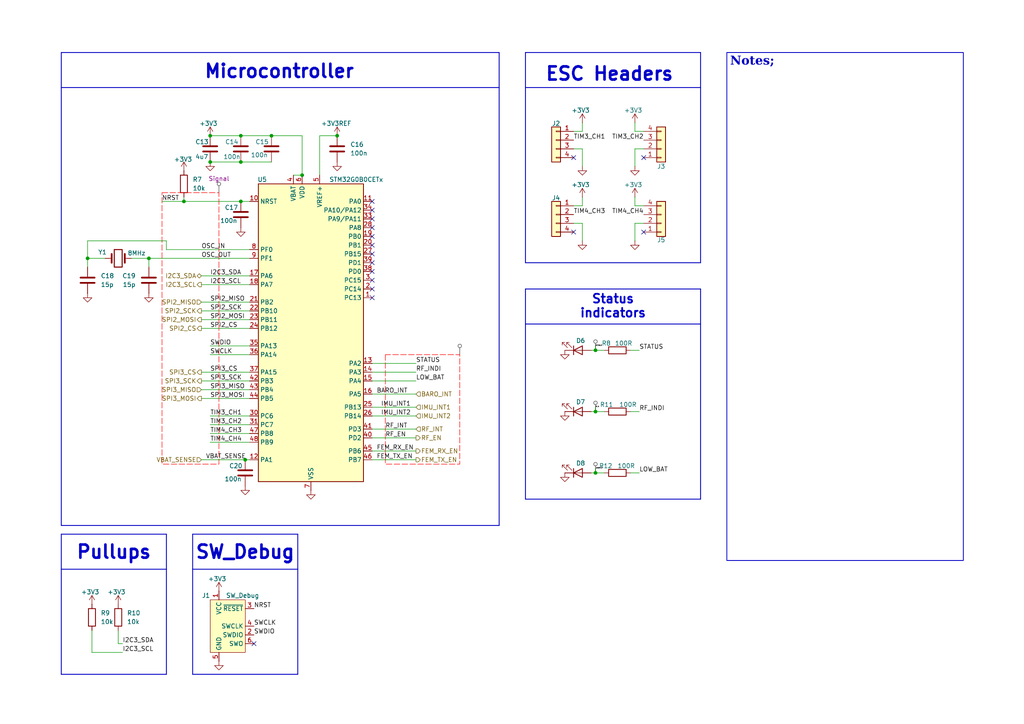
<source format=kicad_sch>
(kicad_sch
	(version 20250114)
	(generator "eeschema")
	(generator_version "9.0")
	(uuid "85e69e02-e557-44d2-99da-1b3e759da94f")
	(paper "A4")
	(title_block
		(title "MCU")
		(date "2025-12-05")
		(rev "A")
		(company "MaD_RaNgA")
	)
	(lib_symbols
		(symbol "Connector:Conn_ARM_SWD_TagConnect_TC2030"
			(exclude_from_sim no)
			(in_bom no)
			(on_board yes)
			(property "Reference" "J"
				(at 2.54 11.43 0)
				(effects
					(font
						(size 1.27 1.27)
					)
				)
			)
			(property "Value" "Conn_ARM_SWD_TagConnect_TC2030"
				(at 5.08 8.89 0)
				(effects
					(font
						(size 1.27 1.27)
					)
				)
			)
			(property "Footprint" "Connector:Tag-Connect_TC2030-IDC-FP_2x03_P1.27mm_Vertical"
				(at 0 -17.78 0)
				(effects
					(font
						(size 1.27 1.27)
					)
					(hide yes)
				)
			)
			(property "Datasheet" "https://www.tag-connect.com/wp-content/uploads/bsk-pdf-manager/TC2030-CTX_1.pdf"
				(at 0 -15.24 0)
				(effects
					(font
						(size 1.27 1.27)
					)
					(hide yes)
				)
			)
			(property "Description" "Tag-Connect ARM Cortex SWD JTAG connector, 6 pin"
				(at 0 0 0)
				(effects
					(font
						(size 1.27 1.27)
					)
					(hide yes)
				)
			)
			(property "ki_keywords" "Cortex Debug Connector ARM SWD JTAG"
				(at 0 0 0)
				(effects
					(font
						(size 1.27 1.27)
					)
					(hide yes)
				)
			)
			(property "ki_fp_filters" "*TC2030*"
				(at 0 0 0)
				(effects
					(font
						(size 1.27 1.27)
					)
					(hide yes)
				)
			)
			(symbol "Conn_ARM_SWD_TagConnect_TC2030_0_0"
				(pin power_in line
					(at -2.54 10.16 270)
					(length 2.54)
					(name "VCC"
						(effects
							(font
								(size 1.27 1.27)
							)
						)
					)
					(number "1"
						(effects
							(font
								(size 1.27 1.27)
							)
						)
					)
				)
				(pin power_in line
					(at -2.54 -10.16 90)
					(length 2.54)
					(name "GND"
						(effects
							(font
								(size 1.27 1.27)
							)
						)
					)
					(number "5"
						(effects
							(font
								(size 1.27 1.27)
							)
						)
					)
				)
				(pin open_collector line
					(at 7.62 5.08 180)
					(length 2.54)
					(name "~{RESET}"
						(effects
							(font
								(size 1.27 1.27)
							)
						)
					)
					(number "3"
						(effects
							(font
								(size 1.27 1.27)
							)
						)
					)
				)
				(pin output line
					(at 7.62 0 180)
					(length 2.54)
					(name "SWCLK"
						(effects
							(font
								(size 1.27 1.27)
							)
						)
					)
					(number "4"
						(effects
							(font
								(size 1.27 1.27)
							)
						)
					)
					(alternate "TCK" output line)
				)
				(pin bidirectional line
					(at 7.62 -2.54 180)
					(length 2.54)
					(name "SWDIO"
						(effects
							(font
								(size 1.27 1.27)
							)
						)
					)
					(number "2"
						(effects
							(font
								(size 1.27 1.27)
							)
						)
					)
					(alternate "TMS" bidirectional line)
				)
				(pin input line
					(at 7.62 -5.08 180)
					(length 2.54)
					(name "SWO"
						(effects
							(font
								(size 1.27 1.27)
							)
						)
					)
					(number "6"
						(effects
							(font
								(size 1.27 1.27)
							)
						)
					)
					(alternate "TDO" input line)
				)
			)
			(symbol "Conn_ARM_SWD_TagConnect_TC2030_0_1"
				(rectangle
					(start -5.08 7.62)
					(end 5.08 -7.62)
					(stroke
						(width 0)
						(type default)
					)
					(fill
						(type background)
					)
				)
			)
			(embedded_fonts no)
		)
		(symbol "Connector_Generic:Conn_01x04"
			(pin_names
				(offset 1.016)
				(hide yes)
			)
			(exclude_from_sim no)
			(in_bom yes)
			(on_board yes)
			(property "Reference" "J"
				(at 0 5.08 0)
				(effects
					(font
						(size 1.27 1.27)
					)
				)
			)
			(property "Value" "Conn_01x04"
				(at 0 -7.62 0)
				(effects
					(font
						(size 1.27 1.27)
					)
				)
			)
			(property "Footprint" ""
				(at 0 0 0)
				(effects
					(font
						(size 1.27 1.27)
					)
					(hide yes)
				)
			)
			(property "Datasheet" "~"
				(at 0 0 0)
				(effects
					(font
						(size 1.27 1.27)
					)
					(hide yes)
				)
			)
			(property "Description" "Generic connector, single row, 01x04, script generated (kicad-library-utils/schlib/autogen/connector/)"
				(at 0 0 0)
				(effects
					(font
						(size 1.27 1.27)
					)
					(hide yes)
				)
			)
			(property "ki_keywords" "connector"
				(at 0 0 0)
				(effects
					(font
						(size 1.27 1.27)
					)
					(hide yes)
				)
			)
			(property "ki_fp_filters" "Connector*:*_1x??_*"
				(at 0 0 0)
				(effects
					(font
						(size 1.27 1.27)
					)
					(hide yes)
				)
			)
			(symbol "Conn_01x04_1_1"
				(rectangle
					(start -1.27 3.81)
					(end 1.27 -6.35)
					(stroke
						(width 0.254)
						(type default)
					)
					(fill
						(type background)
					)
				)
				(rectangle
					(start -1.27 2.667)
					(end 0 2.413)
					(stroke
						(width 0.1524)
						(type default)
					)
					(fill
						(type none)
					)
				)
				(rectangle
					(start -1.27 0.127)
					(end 0 -0.127)
					(stroke
						(width 0.1524)
						(type default)
					)
					(fill
						(type none)
					)
				)
				(rectangle
					(start -1.27 -2.413)
					(end 0 -2.667)
					(stroke
						(width 0.1524)
						(type default)
					)
					(fill
						(type none)
					)
				)
				(rectangle
					(start -1.27 -4.953)
					(end 0 -5.207)
					(stroke
						(width 0.1524)
						(type default)
					)
					(fill
						(type none)
					)
				)
				(pin passive line
					(at -5.08 2.54 0)
					(length 3.81)
					(name "Pin_1"
						(effects
							(font
								(size 1.27 1.27)
							)
						)
					)
					(number "1"
						(effects
							(font
								(size 1.27 1.27)
							)
						)
					)
				)
				(pin passive line
					(at -5.08 0 0)
					(length 3.81)
					(name "Pin_2"
						(effects
							(font
								(size 1.27 1.27)
							)
						)
					)
					(number "2"
						(effects
							(font
								(size 1.27 1.27)
							)
						)
					)
				)
				(pin passive line
					(at -5.08 -2.54 0)
					(length 3.81)
					(name "Pin_3"
						(effects
							(font
								(size 1.27 1.27)
							)
						)
					)
					(number "3"
						(effects
							(font
								(size 1.27 1.27)
							)
						)
					)
				)
				(pin passive line
					(at -5.08 -5.08 0)
					(length 3.81)
					(name "Pin_4"
						(effects
							(font
								(size 1.27 1.27)
							)
						)
					)
					(number "4"
						(effects
							(font
								(size 1.27 1.27)
							)
						)
					)
				)
			)
			(embedded_fonts no)
		)
		(symbol "Device:C"
			(pin_numbers
				(hide yes)
			)
			(pin_names
				(offset 0.254)
			)
			(exclude_from_sim no)
			(in_bom yes)
			(on_board yes)
			(property "Reference" "C"
				(at 0.635 2.54 0)
				(effects
					(font
						(size 1.27 1.27)
					)
					(justify left)
				)
			)
			(property "Value" "C"
				(at 0.635 -2.54 0)
				(effects
					(font
						(size 1.27 1.27)
					)
					(justify left)
				)
			)
			(property "Footprint" ""
				(at 0.9652 -3.81 0)
				(effects
					(font
						(size 1.27 1.27)
					)
					(hide yes)
				)
			)
			(property "Datasheet" "~"
				(at 0 0 0)
				(effects
					(font
						(size 1.27 1.27)
					)
					(hide yes)
				)
			)
			(property "Description" "Unpolarized capacitor"
				(at 0 0 0)
				(effects
					(font
						(size 1.27 1.27)
					)
					(hide yes)
				)
			)
			(property "ki_keywords" "cap capacitor"
				(at 0 0 0)
				(effects
					(font
						(size 1.27 1.27)
					)
					(hide yes)
				)
			)
			(property "ki_fp_filters" "C_*"
				(at 0 0 0)
				(effects
					(font
						(size 1.27 1.27)
					)
					(hide yes)
				)
			)
			(symbol "C_0_1"
				(polyline
					(pts
						(xy -2.032 0.762) (xy 2.032 0.762)
					)
					(stroke
						(width 0.508)
						(type default)
					)
					(fill
						(type none)
					)
				)
				(polyline
					(pts
						(xy -2.032 -0.762) (xy 2.032 -0.762)
					)
					(stroke
						(width 0.508)
						(type default)
					)
					(fill
						(type none)
					)
				)
			)
			(symbol "C_1_1"
				(pin passive line
					(at 0 3.81 270)
					(length 2.794)
					(name "~"
						(effects
							(font
								(size 1.27 1.27)
							)
						)
					)
					(number "1"
						(effects
							(font
								(size 1.27 1.27)
							)
						)
					)
				)
				(pin passive line
					(at 0 -3.81 90)
					(length 2.794)
					(name "~"
						(effects
							(font
								(size 1.27 1.27)
							)
						)
					)
					(number "2"
						(effects
							(font
								(size 1.27 1.27)
							)
						)
					)
				)
			)
			(embedded_fonts no)
		)
		(symbol "Device:Crystal"
			(pin_numbers
				(hide yes)
			)
			(pin_names
				(offset 1.016)
				(hide yes)
			)
			(exclude_from_sim no)
			(in_bom yes)
			(on_board yes)
			(property "Reference" "Y"
				(at 0 3.81 0)
				(effects
					(font
						(size 1.27 1.27)
					)
				)
			)
			(property "Value" "Crystal"
				(at 0 -3.81 0)
				(effects
					(font
						(size 1.27 1.27)
					)
				)
			)
			(property "Footprint" ""
				(at 0 0 0)
				(effects
					(font
						(size 1.27 1.27)
					)
					(hide yes)
				)
			)
			(property "Datasheet" "~"
				(at 0 0 0)
				(effects
					(font
						(size 1.27 1.27)
					)
					(hide yes)
				)
			)
			(property "Description" "Two pin crystal"
				(at 0 0 0)
				(effects
					(font
						(size 1.27 1.27)
					)
					(hide yes)
				)
			)
			(property "ki_keywords" "quartz ceramic resonator oscillator"
				(at 0 0 0)
				(effects
					(font
						(size 1.27 1.27)
					)
					(hide yes)
				)
			)
			(property "ki_fp_filters" "Crystal*"
				(at 0 0 0)
				(effects
					(font
						(size 1.27 1.27)
					)
					(hide yes)
				)
			)
			(symbol "Crystal_0_1"
				(polyline
					(pts
						(xy -2.54 0) (xy -1.905 0)
					)
					(stroke
						(width 0)
						(type default)
					)
					(fill
						(type none)
					)
				)
				(polyline
					(pts
						(xy -1.905 -1.27) (xy -1.905 1.27)
					)
					(stroke
						(width 0.508)
						(type default)
					)
					(fill
						(type none)
					)
				)
				(rectangle
					(start -1.143 2.54)
					(end 1.143 -2.54)
					(stroke
						(width 0.3048)
						(type default)
					)
					(fill
						(type none)
					)
				)
				(polyline
					(pts
						(xy 1.905 -1.27) (xy 1.905 1.27)
					)
					(stroke
						(width 0.508)
						(type default)
					)
					(fill
						(type none)
					)
				)
				(polyline
					(pts
						(xy 2.54 0) (xy 1.905 0)
					)
					(stroke
						(width 0)
						(type default)
					)
					(fill
						(type none)
					)
				)
			)
			(symbol "Crystal_1_1"
				(pin passive line
					(at -3.81 0 0)
					(length 1.27)
					(name "1"
						(effects
							(font
								(size 1.27 1.27)
							)
						)
					)
					(number "1"
						(effects
							(font
								(size 1.27 1.27)
							)
						)
					)
				)
				(pin passive line
					(at 3.81 0 180)
					(length 1.27)
					(name "2"
						(effects
							(font
								(size 1.27 1.27)
							)
						)
					)
					(number "2"
						(effects
							(font
								(size 1.27 1.27)
							)
						)
					)
				)
			)
			(embedded_fonts no)
		)
		(symbol "Device:LED"
			(pin_numbers
				(hide yes)
			)
			(pin_names
				(offset 1.016)
				(hide yes)
			)
			(exclude_from_sim no)
			(in_bom yes)
			(on_board yes)
			(property "Reference" "D"
				(at 0 2.54 0)
				(effects
					(font
						(size 1.27 1.27)
					)
				)
			)
			(property "Value" "LED"
				(at 0 -2.54 0)
				(effects
					(font
						(size 1.27 1.27)
					)
				)
			)
			(property "Footprint" ""
				(at 0 0 0)
				(effects
					(font
						(size 1.27 1.27)
					)
					(hide yes)
				)
			)
			(property "Datasheet" "~"
				(at 0 0 0)
				(effects
					(font
						(size 1.27 1.27)
					)
					(hide yes)
				)
			)
			(property "Description" "Light emitting diode"
				(at 0 0 0)
				(effects
					(font
						(size 1.27 1.27)
					)
					(hide yes)
				)
			)
			(property "Sim.Pins" "1=K 2=A"
				(at 0 0 0)
				(effects
					(font
						(size 1.27 1.27)
					)
					(hide yes)
				)
			)
			(property "ki_keywords" "LED diode"
				(at 0 0 0)
				(effects
					(font
						(size 1.27 1.27)
					)
					(hide yes)
				)
			)
			(property "ki_fp_filters" "LED* LED_SMD:* LED_THT:*"
				(at 0 0 0)
				(effects
					(font
						(size 1.27 1.27)
					)
					(hide yes)
				)
			)
			(symbol "LED_0_1"
				(polyline
					(pts
						(xy -3.048 -0.762) (xy -4.572 -2.286) (xy -3.81 -2.286) (xy -4.572 -2.286) (xy -4.572 -1.524)
					)
					(stroke
						(width 0)
						(type default)
					)
					(fill
						(type none)
					)
				)
				(polyline
					(pts
						(xy -1.778 -0.762) (xy -3.302 -2.286) (xy -2.54 -2.286) (xy -3.302 -2.286) (xy -3.302 -1.524)
					)
					(stroke
						(width 0)
						(type default)
					)
					(fill
						(type none)
					)
				)
				(polyline
					(pts
						(xy -1.27 0) (xy 1.27 0)
					)
					(stroke
						(width 0)
						(type default)
					)
					(fill
						(type none)
					)
				)
				(polyline
					(pts
						(xy -1.27 -1.27) (xy -1.27 1.27)
					)
					(stroke
						(width 0.254)
						(type default)
					)
					(fill
						(type none)
					)
				)
				(polyline
					(pts
						(xy 1.27 -1.27) (xy 1.27 1.27) (xy -1.27 0) (xy 1.27 -1.27)
					)
					(stroke
						(width 0.254)
						(type default)
					)
					(fill
						(type none)
					)
				)
			)
			(symbol "LED_1_1"
				(pin passive line
					(at -3.81 0 0)
					(length 2.54)
					(name "K"
						(effects
							(font
								(size 1.27 1.27)
							)
						)
					)
					(number "1"
						(effects
							(font
								(size 1.27 1.27)
							)
						)
					)
				)
				(pin passive line
					(at 3.81 0 180)
					(length 2.54)
					(name "A"
						(effects
							(font
								(size 1.27 1.27)
							)
						)
					)
					(number "2"
						(effects
							(font
								(size 1.27 1.27)
							)
						)
					)
				)
			)
			(embedded_fonts no)
		)
		(symbol "Device:R"
			(pin_numbers
				(hide yes)
			)
			(pin_names
				(offset 0)
			)
			(exclude_from_sim no)
			(in_bom yes)
			(on_board yes)
			(property "Reference" "R"
				(at 2.032 0 90)
				(effects
					(font
						(size 1.27 1.27)
					)
				)
			)
			(property "Value" "R"
				(at 0 0 90)
				(effects
					(font
						(size 1.27 1.27)
					)
				)
			)
			(property "Footprint" ""
				(at -1.778 0 90)
				(effects
					(font
						(size 1.27 1.27)
					)
					(hide yes)
				)
			)
			(property "Datasheet" "~"
				(at 0 0 0)
				(effects
					(font
						(size 1.27 1.27)
					)
					(hide yes)
				)
			)
			(property "Description" "Resistor"
				(at 0 0 0)
				(effects
					(font
						(size 1.27 1.27)
					)
					(hide yes)
				)
			)
			(property "ki_keywords" "R res resistor"
				(at 0 0 0)
				(effects
					(font
						(size 1.27 1.27)
					)
					(hide yes)
				)
			)
			(property "ki_fp_filters" "R_*"
				(at 0 0 0)
				(effects
					(font
						(size 1.27 1.27)
					)
					(hide yes)
				)
			)
			(symbol "R_0_1"
				(rectangle
					(start -1.016 -2.54)
					(end 1.016 2.54)
					(stroke
						(width 0.254)
						(type default)
					)
					(fill
						(type none)
					)
				)
			)
			(symbol "R_1_1"
				(pin passive line
					(at 0 3.81 270)
					(length 1.27)
					(name "~"
						(effects
							(font
								(size 1.27 1.27)
							)
						)
					)
					(number "1"
						(effects
							(font
								(size 1.27 1.27)
							)
						)
					)
				)
				(pin passive line
					(at 0 -3.81 90)
					(length 1.27)
					(name "~"
						(effects
							(font
								(size 1.27 1.27)
							)
						)
					)
					(number "2"
						(effects
							(font
								(size 1.27 1.27)
							)
						)
					)
				)
			)
			(embedded_fonts no)
		)
		(symbol "MCU_ST_STM32G0:STM32G0B0CETx"
			(exclude_from_sim no)
			(in_bom yes)
			(on_board yes)
			(property "Reference" "U?"
				(at -15.494 44.45 0)
				(effects
					(font
						(size 1.27 1.27)
					)
					(justify left)
				)
			)
			(property "Value" "STM32G0B0CETx"
				(at 5.334 44.45 0)
				(effects
					(font
						(size 1.27 1.27)
					)
					(justify left)
				)
			)
			(property "Footprint" "Package_QFP:LQFP-48_7x7mm_P0.5mm"
				(at -15.24 -43.18 0)
				(effects
					(font
						(size 1.27 1.27)
					)
					(justify right)
					(hide yes)
				)
			)
			(property "Datasheet" "https://www.st.com/resource/en/datasheet/stm32g0b0ce.pdf"
				(at 1.27 -3.048 0)
				(effects
					(font
						(size 1.27 1.27)
					)
					(hide yes)
				)
			)
			(property "Description" "STMicroelectronics Arm Cortex-M0+ MCU, 512KB flash, 144KB RAM, 64 MHz, 2.0-3.6V, 43 GPIO, LQFP48"
				(at -1.778 -2.286 0)
				(effects
					(font
						(size 1.27 1.27)
					)
					(hide yes)
				)
			)
			(property "Manufacturer" "STMicroelectronics"
				(at 0 0 0)
				(effects
					(font
						(size 1.27 1.27)
					)
					(hide yes)
				)
			)
			(property "Manufacturer Part No." "STM32G0B0CET6TR "
				(at 0 0 0)
				(effects
					(font
						(size 1.27 1.27)
					)
					(hide yes)
				)
			)
			(property "Mouser No." "511-STM32G0B0CET6TR"
				(at 0 0 0)
				(effects
					(font
						(size 1.27 1.27)
					)
					(hide yes)
				)
			)
			(property "LCSC No." "C5270123"
				(at 0 0 0)
				(effects
					(font
						(size 1.27 1.27)
					)
					(hide yes)
				)
			)
			(property "ki_keywords" "Arm Cortex-M0+ STM32G0 STM32G0x0 Value line"
				(at 0 0 0)
				(effects
					(font
						(size 1.27 1.27)
					)
					(hide yes)
				)
			)
			(property "ki_fp_filters" "LQFP*7x7mm*P0.5mm*"
				(at 0 0 0)
				(effects
					(font
						(size 1.27 1.27)
					)
					(hide yes)
				)
			)
			(symbol "STM32G0B0CETx_0_1"
				(rectangle
					(start -15.24 43.18)
					(end 15.24 -43.18)
					(stroke
						(width 0.254)
						(type default)
					)
					(fill
						(type background)
					)
				)
			)
			(symbol "STM32G0B0CETx_1_1"
				(pin input line
					(at -17.78 38.1 0)
					(length 2.54)
					(name "NRST"
						(effects
							(font
								(size 1.27 1.27)
							)
						)
					)
					(number "10"
						(effects
							(font
								(size 1.27 1.27)
							)
						)
					)
				)
				(pin bidirectional line
					(at -17.78 24.13 0)
					(length 2.54)
					(name "PF0"
						(effects
							(font
								(size 1.27 1.27)
							)
						)
					)
					(number "8"
						(effects
							(font
								(size 1.27 1.27)
							)
						)
					)
					(alternate "CRS1_SYNC" bidirectional line)
					(alternate "RCC_OSC_IN" bidirectional line)
					(alternate "TIM14_CH1" bidirectional line)
				)
				(pin bidirectional line
					(at -17.78 21.59 0)
					(length 2.54)
					(name "PF1"
						(effects
							(font
								(size 1.27 1.27)
							)
						)
					)
					(number "9"
						(effects
							(font
								(size 1.27 1.27)
							)
						)
					)
					(alternate "RCC_OSC_EN" bidirectional line)
					(alternate "RCC_OSC_OUT" bidirectional line)
					(alternate "TIM15_CH1N" bidirectional line)
				)
				(pin bidirectional line
					(at -17.78 16.51 0)
					(length 2.54)
					(name "PA6"
						(effects
							(font
								(size 1.27 1.27)
							)
						)
					)
					(number "17"
						(effects
							(font
								(size 1.27 1.27)
							)
						)
					)
					(alternate "ADC1_IN6" bidirectional line)
					(alternate "I2C2_SDA" bidirectional line)
					(alternate "I2C3_SDA" bidirectional line)
					(alternate "I2S1_MCK" bidirectional line)
					(alternate "SPI1_MISO" bidirectional line)
					(alternate "TIM16_CH1" bidirectional line)
					(alternate "TIM1_BK" bidirectional line)
					(alternate "TIM3_CH1" bidirectional line)
					(alternate "USART3_CTS" bidirectional line)
					(alternate "USART3_NSS" bidirectional line)
					(alternate "USART6_CTS" bidirectional line)
					(alternate "USART6_NSS" bidirectional line)
				)
				(pin bidirectional line
					(at -17.78 13.97 0)
					(length 2.54)
					(name "PA7"
						(effects
							(font
								(size 1.27 1.27)
							)
						)
					)
					(number "18"
						(effects
							(font
								(size 1.27 1.27)
							)
						)
					)
					(alternate "ADC1_IN7" bidirectional line)
					(alternate "I2C2_SCL" bidirectional line)
					(alternate "I2C3_SCL" bidirectional line)
					(alternate "I2S1_SD" bidirectional line)
					(alternate "SPI1_MOSI" bidirectional line)
					(alternate "TIM14_CH1" bidirectional line)
					(alternate "TIM17_CH1" bidirectional line)
					(alternate "TIM1_CH1N" bidirectional line)
					(alternate "TIM3_CH2" bidirectional line)
					(alternate "USART6_CK" bidirectional line)
					(alternate "USART6_DE" bidirectional line)
					(alternate "USART6_RTS" bidirectional line)
				)
				(pin bidirectional line
					(at -17.78 8.89 0)
					(length 2.54)
					(name "PB2"
						(effects
							(font
								(size 1.27 1.27)
							)
						)
					)
					(number "21"
						(effects
							(font
								(size 1.27 1.27)
							)
						)
					)
					(alternate "ADC1_IN10" bidirectional line)
					(alternate "I2S2_MCK" bidirectional line)
					(alternate "RCC_MCO_2" bidirectional line)
					(alternate "SPI2_MISO" bidirectional line)
					(alternate "USART3_TX" bidirectional line)
				)
				(pin bidirectional line
					(at -17.78 6.35 0)
					(length 2.54)
					(name "PB10"
						(effects
							(font
								(size 1.27 1.27)
							)
						)
					)
					(number "22"
						(effects
							(font
								(size 1.27 1.27)
							)
						)
					)
					(alternate "ADC1_IN11" bidirectional line)
					(alternate "I2C2_SCL" bidirectional line)
					(alternate "I2S2_CK" bidirectional line)
					(alternate "SPI2_SCK" bidirectional line)
					(alternate "USART3_TX" bidirectional line)
				)
				(pin bidirectional line
					(at -17.78 3.81 0)
					(length 2.54)
					(name "PB11"
						(effects
							(font
								(size 1.27 1.27)
							)
						)
					)
					(number "23"
						(effects
							(font
								(size 1.27 1.27)
							)
						)
					)
					(alternate "ADC1_EXTI11" bidirectional line)
					(alternate "ADC1_IN15" bidirectional line)
					(alternate "I2C2_SDA" bidirectional line)
					(alternate "I2S2_SD" bidirectional line)
					(alternate "SPI2_MOSI" bidirectional line)
					(alternate "USART3_RX" bidirectional line)
				)
				(pin bidirectional line
					(at -17.78 1.27 0)
					(length 2.54)
					(name "PB12"
						(effects
							(font
								(size 1.27 1.27)
							)
						)
					)
					(number "24"
						(effects
							(font
								(size 1.27 1.27)
							)
						)
					)
					(alternate "ADC1_IN16" bidirectional line)
					(alternate "I2C2_SMBA" bidirectional line)
					(alternate "I2S2_WS" bidirectional line)
					(alternate "SPI2_NSS" bidirectional line)
					(alternate "TIM15_BK" bidirectional line)
					(alternate "TIM1_BK" bidirectional line)
				)
				(pin bidirectional line
					(at -17.78 -3.81 0)
					(length 2.54)
					(name "PA13"
						(effects
							(font
								(size 1.27 1.27)
							)
						)
					)
					(number "35"
						(effects
							(font
								(size 1.27 1.27)
							)
						)
					)
					(alternate "IR_OUT" bidirectional line)
					(alternate "SYS_SWDIO" bidirectional line)
					(alternate "USB_NOE" bidirectional line)
				)
				(pin bidirectional line
					(at -17.78 -6.35 0)
					(length 2.54)
					(name "PA14"
						(effects
							(font
								(size 1.27 1.27)
							)
						)
					)
					(number "36"
						(effects
							(font
								(size 1.27 1.27)
							)
						)
					)
					(alternate "SYS_SWCLK" bidirectional line)
					(alternate "USART2_TX" bidirectional line)
				)
				(pin bidirectional line
					(at -17.78 -11.43 0)
					(length 2.54)
					(name "PA15"
						(effects
							(font
								(size 1.27 1.27)
							)
						)
					)
					(number "37"
						(effects
							(font
								(size 1.27 1.27)
							)
						)
					)
					(alternate "I2C2_SMBA" bidirectional line)
					(alternate "I2S1_WS" bidirectional line)
					(alternate "RCC_MCO_2" bidirectional line)
					(alternate "SPI1_NSS" bidirectional line)
					(alternate "SPI3_NSS" bidirectional line)
					(alternate "USART2_RX" bidirectional line)
					(alternate "USART3_CK" bidirectional line)
					(alternate "USART3_DE" bidirectional line)
					(alternate "USART3_RTS" bidirectional line)
					(alternate "USART4_CK" bidirectional line)
					(alternate "USART4_DE" bidirectional line)
					(alternate "USART4_RTS" bidirectional line)
					(alternate "USB_NOE" bidirectional line)
				)
				(pin bidirectional line
					(at -17.78 -13.97 0)
					(length 2.54)
					(name "PB3"
						(effects
							(font
								(size 1.27 1.27)
							)
						)
					)
					(number "42"
						(effects
							(font
								(size 1.27 1.27)
							)
						)
					)
					(alternate "I2C2_SCL" bidirectional line)
					(alternate "I2C3_SCL" bidirectional line)
					(alternate "I2S1_CK" bidirectional line)
					(alternate "SPI1_SCK" bidirectional line)
					(alternate "SPI3_SCK" bidirectional line)
					(alternate "TIM1_CH2" bidirectional line)
					(alternate "USART1_CK" bidirectional line)
					(alternate "USART1_DE" bidirectional line)
					(alternate "USART1_RTS" bidirectional line)
					(alternate "USART5_TX" bidirectional line)
				)
				(pin bidirectional line
					(at -17.78 -16.51 0)
					(length 2.54)
					(name "PB4"
						(effects
							(font
								(size 1.27 1.27)
							)
						)
					)
					(number "43"
						(effects
							(font
								(size 1.27 1.27)
							)
						)
					)
					(alternate "I2C2_SDA" bidirectional line)
					(alternate "I2C3_SDA" bidirectional line)
					(alternate "I2S1_MCK" bidirectional line)
					(alternate "SPI1_MISO" bidirectional line)
					(alternate "SPI3_MISO" bidirectional line)
					(alternate "TIM17_BK" bidirectional line)
					(alternate "TIM3_CH1" bidirectional line)
					(alternate "USART1_CTS" bidirectional line)
					(alternate "USART1_NSS" bidirectional line)
					(alternate "USART5_RX" bidirectional line)
				)
				(pin bidirectional line
					(at -17.78 -19.05 0)
					(length 2.54)
					(name "PB5"
						(effects
							(font
								(size 1.27 1.27)
							)
						)
					)
					(number "44"
						(effects
							(font
								(size 1.27 1.27)
							)
						)
					)
					(alternate "I2C1_SMBA" bidirectional line)
					(alternate "I2S1_SD" bidirectional line)
					(alternate "SPI1_MOSI" bidirectional line)
					(alternate "SPI3_MOSI" bidirectional line)
					(alternate "SYS_WKUP6" bidirectional line)
					(alternate "TIM16_BK" bidirectional line)
					(alternate "TIM3_CH2" bidirectional line)
					(alternate "USART5_CK" bidirectional line)
					(alternate "USART5_DE" bidirectional line)
					(alternate "USART5_RTS" bidirectional line)
				)
				(pin bidirectional line
					(at -17.78 -24.13 0)
					(length 2.54)
					(name "PC6"
						(effects
							(font
								(size 1.27 1.27)
							)
						)
					)
					(number "30"
						(effects
							(font
								(size 1.27 1.27)
							)
						)
					)
					(alternate "TIM3_CH1" bidirectional line)
				)
				(pin bidirectional line
					(at -17.78 -26.67 0)
					(length 2.54)
					(name "PC7"
						(effects
							(font
								(size 1.27 1.27)
							)
						)
					)
					(number "31"
						(effects
							(font
								(size 1.27 1.27)
							)
						)
					)
					(alternate "TIM3_CH2" bidirectional line)
				)
				(pin bidirectional line
					(at -17.78 -29.21 0)
					(length 2.54)
					(name "PB8"
						(effects
							(font
								(size 1.27 1.27)
							)
						)
					)
					(number "47"
						(effects
							(font
								(size 1.27 1.27)
							)
						)
					)
					(alternate "I2C1_SCL" bidirectional line)
					(alternate "I2S2_CK" bidirectional line)
					(alternate "SPI2_SCK" bidirectional line)
					(alternate "TIM15_BK" bidirectional line)
					(alternate "TIM16_CH1" bidirectional line)
					(alternate "TIM4_CH3" bidirectional line)
					(alternate "USART3_TX" bidirectional line)
					(alternate "USART6_TX" bidirectional line)
				)
				(pin bidirectional line
					(at -17.78 -31.75 0)
					(length 2.54)
					(name "PB9"
						(effects
							(font
								(size 1.27 1.27)
							)
						)
					)
					(number "48"
						(effects
							(font
								(size 1.27 1.27)
							)
						)
					)
					(alternate "I2C1_SDA" bidirectional line)
					(alternate "I2S2_WS" bidirectional line)
					(alternate "IR_OUT" bidirectional line)
					(alternate "SPI2_NSS" bidirectional line)
					(alternate "TIM17_CH1" bidirectional line)
					(alternate "TIM4_CH4" bidirectional line)
					(alternate "USART3_RX" bidirectional line)
					(alternate "USART6_RX" bidirectional line)
				)
				(pin bidirectional line
					(at -17.78 -36.83 0)
					(length 2.54)
					(name "PA1"
						(effects
							(font
								(size 1.27 1.27)
							)
						)
					)
					(number "12"
						(effects
							(font
								(size 1.27 1.27)
							)
						)
					)
					(alternate "ADC1_IN1" bidirectional line)
					(alternate "I2C1_SMBA" bidirectional line)
					(alternate "I2S1_CK" bidirectional line)
					(alternate "SPI1_SCK" bidirectional line)
					(alternate "TIM15_CH1N" bidirectional line)
					(alternate "USART2_CK" bidirectional line)
					(alternate "USART2_DE" bidirectional line)
					(alternate "USART2_RTS" bidirectional line)
					(alternate "USART4_RX" bidirectional line)
				)
				(pin no_connect line
					(at -15.24 -40.64 0)
					(length 2.54)
					(hide yes)
					(name "NC/PA10"
						(effects
							(font
								(size 1.27 1.27)
							)
						)
					)
					(number "32"
						(effects
							(font
								(size 1.27 1.27)
							)
						)
					)
					(alternate "I2C1_SDA (PA10)" bidirectional line)
					(alternate "I2C2_SDA (PA10)" bidirectional line)
					(alternate "I2S2_SD (PA10)" bidirectional line)
					(alternate "NC" bidirectional line)
					(alternate "PA10" bidirectional line)
					(alternate "RCC_MCO_2 (PA10)" bidirectional line)
					(alternate "SPI2_MOSI (PA10)" bidirectional line)
					(alternate "TIM17_BK (PA10)" bidirectional line)
					(alternate "TIM1_CH3 (PA10)" bidirectional line)
					(alternate "USART1_RX (PA10)" bidirectional line)
				)
				(pin no_connect line
					(at -15.24 -43.18 0)
					(length 2.54)
					(hide yes)
					(name "NC/PA9"
						(effects
							(font
								(size 1.27 1.27)
							)
						)
					)
					(number "29"
						(effects
							(font
								(size 1.27 1.27)
							)
						)
					)
					(alternate "I2C1_SCL (PA9)" bidirectional line)
					(alternate "I2C2_SCL (PA9)" bidirectional line)
					(alternate "I2S2_MCK (PA9)" bidirectional line)
					(alternate "NC" bidirectional line)
					(alternate "PA9" bidirectional line)
					(alternate "RCC_MCO (PA9)" bidirectional line)
					(alternate "SPI2_MISO (PA9)" bidirectional line)
					(alternate "TIM15_BK (PA9)" bidirectional line)
					(alternate "TIM1_CH2 (PA9)" bidirectional line)
					(alternate "USART1_TX (PA9)" bidirectional line)
				)
				(pin power_in line
					(at -5.08 45.72 270)
					(length 2.54)
					(name "VBAT"
						(effects
							(font
								(size 1.27 1.27)
							)
						)
					)
					(number "4"
						(effects
							(font
								(size 1.27 1.27)
							)
						)
					)
				)
				(pin power_in line
					(at -2.54 45.72 270)
					(length 2.54)
					(name "VDD"
						(effects
							(font
								(size 1.27 1.27)
							)
						)
					)
					(number "6"
						(effects
							(font
								(size 1.27 1.27)
							)
						)
					)
				)
				(pin power_in line
					(at 0 -45.72 90)
					(length 2.54)
					(name "VSS"
						(effects
							(font
								(size 1.27 1.27)
							)
						)
					)
					(number "7"
						(effects
							(font
								(size 1.27 1.27)
							)
						)
					)
				)
				(pin input line
					(at 2.54 45.72 270)
					(length 2.54)
					(name "VREF+"
						(effects
							(font
								(size 1.27 1.27)
							)
						)
					)
					(number "5"
						(effects
							(font
								(size 1.27 1.27)
							)
						)
					)
				)
				(pin bidirectional line
					(at 17.78 38.1 180)
					(length 2.54)
					(name "PA0"
						(effects
							(font
								(size 1.27 1.27)
							)
						)
					)
					(number "11"
						(effects
							(font
								(size 1.27 1.27)
							)
						)
					)
					(alternate "ADC1_IN0" bidirectional line)
					(alternate "I2S2_CK" bidirectional line)
					(alternate "RTC_TAMP_IN2" bidirectional line)
					(alternate "SPI2_SCK" bidirectional line)
					(alternate "SYS_WKUP1" bidirectional line)
					(alternate "USART2_CTS" bidirectional line)
					(alternate "USART2_NSS" bidirectional line)
					(alternate "USART4_TX" bidirectional line)
				)
				(pin bidirectional line
					(at 17.78 35.56 180)
					(length 2.54)
					(name "PA10/PA12"
						(effects
							(font
								(size 1.27 1.27)
							)
						)
					)
					(number "34"
						(effects
							(font
								(size 1.27 1.27)
							)
						)
					)
					(alternate "I2C1_SDA (PA10)" bidirectional line)
					(alternate "I2C2_SDA (PA10)" bidirectional line)
					(alternate "I2C2_SDA (PA12)" bidirectional line)
					(alternate "I2S1_SD (PA12)" bidirectional line)
					(alternate "I2S2_SD (PA10)" bidirectional line)
					(alternate "I2S_CKIN (PA12)" bidirectional line)
					(alternate "PA10" bidirectional line)
					(alternate "PA12" bidirectional line)
					(alternate "RCC_MCO_2 (PA10)" bidirectional line)
					(alternate "SPI1_MOSI (PA12)" bidirectional line)
					(alternate "SPI2_MOSI (PA10)" bidirectional line)
					(alternate "TIM17_BK (PA10)" bidirectional line)
					(alternate "TIM1_CH3 (PA10)" bidirectional line)
					(alternate "TIM1_ETR (PA12)" bidirectional line)
					(alternate "USART1_CK (PA12)" bidirectional line)
					(alternate "USART1_DE (PA12)" bidirectional line)
					(alternate "USART1_RTS (PA12)" bidirectional line)
					(alternate "USART1_RX (PA10)" bidirectional line)
					(alternate "USB_DP (PA12)" bidirectional line)
				)
				(pin bidirectional line
					(at 17.78 33.02 180)
					(length 2.54)
					(name "PA9/PA11"
						(effects
							(font
								(size 1.27 1.27)
							)
						)
					)
					(number "33"
						(effects
							(font
								(size 1.27 1.27)
							)
						)
					)
					(alternate "ADC1_EXTI11 (PA11)" bidirectional line)
					(alternate "I2C1_SCL (PA9)" bidirectional line)
					(alternate "I2C2_SCL (PA11)" bidirectional line)
					(alternate "I2C2_SCL (PA9)" bidirectional line)
					(alternate "I2S1_MCK (PA11)" bidirectional line)
					(alternate "I2S2_MCK (PA9)" bidirectional line)
					(alternate "PA11" bidirectional line)
					(alternate "PA9" bidirectional line)
					(alternate "RCC_MCO (PA9)" bidirectional line)
					(alternate "SPI1_MISO (PA11)" bidirectional line)
					(alternate "SPI2_MISO (PA9)" bidirectional line)
					(alternate "TIM15_BK (PA9)" bidirectional line)
					(alternate "TIM1_BK2 (PA11)" bidirectional line)
					(alternate "TIM1_CH2 (PA9)" bidirectional line)
					(alternate "TIM1_CH4 (PA11)" bidirectional line)
					(alternate "USART1_CTS (PA11)" bidirectional line)
					(alternate "USART1_NSS (PA11)" bidirectional line)
					(alternate "USART1_TX (PA9)" bidirectional line)
					(alternate "USB_DM (PA11)" bidirectional line)
				)
				(pin bidirectional line
					(at 17.78 30.48 180)
					(length 2.54)
					(name "PA8"
						(effects
							(font
								(size 1.27 1.27)
							)
						)
					)
					(number "28"
						(effects
							(font
								(size 1.27 1.27)
							)
						)
					)
					(alternate "CRS1_SYNC" bidirectional line)
					(alternate "I2C2_SMBA" bidirectional line)
					(alternate "I2S2_WS" bidirectional line)
					(alternate "RCC_MCO" bidirectional line)
					(alternate "SPI2_NSS" bidirectional line)
					(alternate "TIM1_CH1" bidirectional line)
				)
				(pin bidirectional line
					(at 17.78 27.94 180)
					(length 2.54)
					(name "PB0"
						(effects
							(font
								(size 1.27 1.27)
							)
						)
					)
					(number "19"
						(effects
							(font
								(size 1.27 1.27)
							)
						)
					)
					(alternate "ADC1_IN8" bidirectional line)
					(alternate "I2S1_WS" bidirectional line)
					(alternate "SPI1_NSS" bidirectional line)
					(alternate "TIM1_CH2N" bidirectional line)
					(alternate "TIM3_CH3" bidirectional line)
					(alternate "USART3_RX" bidirectional line)
					(alternate "USART5_TX" bidirectional line)
				)
				(pin bidirectional line
					(at 17.78 25.4 180)
					(length 2.54)
					(name "PB1"
						(effects
							(font
								(size 1.27 1.27)
							)
						)
					)
					(number "20"
						(effects
							(font
								(size 1.27 1.27)
							)
						)
					)
					(alternate "ADC1_IN9" bidirectional line)
					(alternate "TIM14_CH1" bidirectional line)
					(alternate "TIM1_CH3N" bidirectional line)
					(alternate "TIM3_CH4" bidirectional line)
					(alternate "USART3_CK" bidirectional line)
					(alternate "USART3_DE" bidirectional line)
					(alternate "USART3_RTS" bidirectional line)
					(alternate "USART5_RX" bidirectional line)
				)
				(pin bidirectional line
					(at 17.78 22.86 180)
					(length 2.54)
					(name "PB15"
						(effects
							(font
								(size 1.27 1.27)
							)
						)
					)
					(number "27"
						(effects
							(font
								(size 1.27 1.27)
							)
						)
					)
					(alternate "I2S2_SD" bidirectional line)
					(alternate "RTC_REFIN" bidirectional line)
					(alternate "SPI2_MOSI" bidirectional line)
					(alternate "TIM15_CH1N" bidirectional line)
					(alternate "TIM15_CH2" bidirectional line)
					(alternate "TIM1_CH3N" bidirectional line)
					(alternate "USART6_CTS" bidirectional line)
					(alternate "USART6_NSS" bidirectional line)
				)
				(pin bidirectional line
					(at 17.78 20.32 180)
					(length 2.54)
					(name "PD1"
						(effects
							(font
								(size 1.27 1.27)
							)
						)
					)
					(number "39"
						(effects
							(font
								(size 1.27 1.27)
							)
						)
					)
					(alternate "I2S2_CK" bidirectional line)
					(alternate "SPI2_SCK" bidirectional line)
					(alternate "TIM17_CH1" bidirectional line)
				)
				(pin bidirectional line
					(at 17.78 17.78 180)
					(length 2.54)
					(name "PD0"
						(effects
							(font
								(size 1.27 1.27)
							)
						)
					)
					(number "38"
						(effects
							(font
								(size 1.27 1.27)
							)
						)
					)
					(alternate "I2S2_WS" bidirectional line)
					(alternate "SPI2_NSS" bidirectional line)
					(alternate "TIM16_CH1" bidirectional line)
				)
				(pin bidirectional line
					(at 17.78 15.24 180)
					(length 2.54)
					(name "PC15"
						(effects
							(font
								(size 1.27 1.27)
							)
						)
					)
					(number "3"
						(effects
							(font
								(size 1.27 1.27)
							)
						)
					)
					(alternate "RCC_OSC32_EN" bidirectional line)
					(alternate "RCC_OSC32_OUT" bidirectional line)
					(alternate "RCC_OSC_EN" bidirectional line)
					(alternate "TIM15_BK" bidirectional line)
				)
				(pin bidirectional line
					(at 17.78 12.7 180)
					(length 2.54)
					(name "PC14"
						(effects
							(font
								(size 1.27 1.27)
							)
						)
					)
					(number "2"
						(effects
							(font
								(size 1.27 1.27)
							)
						)
					)
					(alternate "RCC_OSC32_IN" bidirectional line)
					(alternate "TIM1_BK2" bidirectional line)
				)
				(pin bidirectional line
					(at 17.78 10.16 180)
					(length 2.54)
					(name "PC13"
						(effects
							(font
								(size 1.27 1.27)
							)
						)
					)
					(number "1"
						(effects
							(font
								(size 1.27 1.27)
							)
						)
					)
					(alternate "RTC_OUT1" bidirectional line)
					(alternate "RTC_TAMP_IN1" bidirectional line)
					(alternate "RTC_TS" bidirectional line)
					(alternate "SYS_WKUP2" bidirectional line)
					(alternate "TIM1_BK" bidirectional line)
				)
				(pin bidirectional line
					(at 17.78 -8.89 180)
					(length 2.54)
					(name "PA2"
						(effects
							(font
								(size 1.27 1.27)
							)
						)
					)
					(number "13"
						(effects
							(font
								(size 1.27 1.27)
							)
						)
					)
					(alternate "ADC1_IN2" bidirectional line)
					(alternate "I2S1_SD" bidirectional line)
					(alternate "RCC_LSCO" bidirectional line)
					(alternate "SPI1_MOSI" bidirectional line)
					(alternate "SYS_WKUP4" bidirectional line)
					(alternate "TIM15_CH1" bidirectional line)
					(alternate "USART2_TX" bidirectional line)
				)
				(pin bidirectional line
					(at 17.78 -11.43 180)
					(length 2.54)
					(name "PA3"
						(effects
							(font
								(size 1.27 1.27)
							)
						)
					)
					(number "14"
						(effects
							(font
								(size 1.27 1.27)
							)
						)
					)
					(alternate "ADC1_IN3" bidirectional line)
					(alternate "I2S2_MCK" bidirectional line)
					(alternate "SPI2_MISO" bidirectional line)
					(alternate "TIM15_CH2" bidirectional line)
					(alternate "USART2_RX" bidirectional line)
				)
				(pin bidirectional line
					(at 17.78 -13.97 180)
					(length 2.54)
					(name "PA4"
						(effects
							(font
								(size 1.27 1.27)
							)
						)
					)
					(number "15"
						(effects
							(font
								(size 1.27 1.27)
							)
						)
					)
					(alternate "ADC1_IN4" bidirectional line)
					(alternate "I2S1_WS" bidirectional line)
					(alternate "I2S2_SD" bidirectional line)
					(alternate "RTC_OUT2" bidirectional line)
					(alternate "SPI1_NSS" bidirectional line)
					(alternate "SPI2_MOSI" bidirectional line)
					(alternate "SPI3_NSS" bidirectional line)
					(alternate "TIM14_CH1" bidirectional line)
					(alternate "USART6_TX" bidirectional line)
					(alternate "USB_NOE" bidirectional line)
				)
				(pin bidirectional line
					(at 17.78 -17.78 180)
					(length 2.54)
					(name "PA5"
						(effects
							(font
								(size 1.27 1.27)
							)
						)
					)
					(number "16"
						(effects
							(font
								(size 1.27 1.27)
							)
						)
					)
					(alternate "ADC1_IN5" bidirectional line)
					(alternate "I2S1_CK" bidirectional line)
					(alternate "SPI1_SCK" bidirectional line)
					(alternate "USART3_TX" bidirectional line)
					(alternate "USART6_RX" bidirectional line)
				)
				(pin bidirectional line
					(at 17.78 -21.59 180)
					(length 2.54)
					(name "PB13"
						(effects
							(font
								(size 1.27 1.27)
							)
						)
					)
					(number "25"
						(effects
							(font
								(size 1.27 1.27)
							)
						)
					)
					(alternate "I2C2_SCL" bidirectional line)
					(alternate "I2S2_CK" bidirectional line)
					(alternate "SPI2_SCK" bidirectional line)
					(alternate "TIM15_CH1N" bidirectional line)
					(alternate "TIM1_CH1N" bidirectional line)
					(alternate "USART3_CTS" bidirectional line)
					(alternate "USART3_NSS" bidirectional line)
				)
				(pin bidirectional line
					(at 17.78 -24.13 180)
					(length 2.54)
					(name "PB14"
						(effects
							(font
								(size 1.27 1.27)
							)
						)
					)
					(number "26"
						(effects
							(font
								(size 1.27 1.27)
							)
						)
					)
					(alternate "I2C2_SDA" bidirectional line)
					(alternate "I2S2_MCK" bidirectional line)
					(alternate "SPI2_MISO" bidirectional line)
					(alternate "TIM15_CH1" bidirectional line)
					(alternate "TIM1_CH2N" bidirectional line)
					(alternate "USART3_CK" bidirectional line)
					(alternate "USART3_DE" bidirectional line)
					(alternate "USART3_RTS" bidirectional line)
					(alternate "USART6_CK" bidirectional line)
					(alternate "USART6_DE" bidirectional line)
					(alternate "USART6_RTS" bidirectional line)
				)
				(pin bidirectional line
					(at 17.78 -27.94 180)
					(length 2.54)
					(name "PD3"
						(effects
							(font
								(size 1.27 1.27)
							)
						)
					)
					(number "41"
						(effects
							(font
								(size 1.27 1.27)
							)
						)
					)
					(alternate "I2S2_MCK" bidirectional line)
					(alternate "SPI2_MISO" bidirectional line)
					(alternate "TIM1_CH2N" bidirectional line)
					(alternate "USART2_CTS" bidirectional line)
					(alternate "USART2_NSS" bidirectional line)
					(alternate "USART5_TX" bidirectional line)
				)
				(pin bidirectional line
					(at 17.78 -30.48 180)
					(length 2.54)
					(name "PD2"
						(effects
							(font
								(size 1.27 1.27)
							)
						)
					)
					(number "40"
						(effects
							(font
								(size 1.27 1.27)
							)
						)
					)
					(alternate "TIM1_CH1N" bidirectional line)
					(alternate "TIM3_ETR" bidirectional line)
					(alternate "USART3_CK" bidirectional line)
					(alternate "USART3_DE" bidirectional line)
					(alternate "USART3_RTS" bidirectional line)
					(alternate "USART5_RX" bidirectional line)
				)
				(pin bidirectional line
					(at 17.78 -34.29 180)
					(length 2.54)
					(name "PB6"
						(effects
							(font
								(size 1.27 1.27)
							)
						)
					)
					(number "45"
						(effects
							(font
								(size 1.27 1.27)
							)
						)
					)
					(alternate "I2C1_SCL" bidirectional line)
					(alternate "I2S2_MCK" bidirectional line)
					(alternate "SPI2_MISO" bidirectional line)
					(alternate "TIM16_CH1N" bidirectional line)
					(alternate "TIM1_CH3" bidirectional line)
					(alternate "TIM4_CH1" bidirectional line)
					(alternate "USART1_TX" bidirectional line)
					(alternate "USART5_CTS" bidirectional line)
					(alternate "USART5_NSS" bidirectional line)
				)
				(pin bidirectional line
					(at 17.78 -36.83 180)
					(length 2.54)
					(name "PB7"
						(effects
							(font
								(size 1.27 1.27)
							)
						)
					)
					(number "46"
						(effects
							(font
								(size 1.27 1.27)
							)
						)
					)
					(alternate "I2C1_SDA" bidirectional line)
					(alternate "I2S2_SD" bidirectional line)
					(alternate "SPI2_MOSI" bidirectional line)
					(alternate "TIM17_CH1N" bidirectional line)
					(alternate "TIM4_CH2" bidirectional line)
					(alternate "USART1_RX" bidirectional line)
					(alternate "USART4_CTS" bidirectional line)
					(alternate "USART4_NSS" bidirectional line)
				)
			)
			(embedded_fonts no)
		)
		(symbol "power:+3V3"
			(power)
			(pin_numbers
				(hide yes)
			)
			(pin_names
				(offset 0)
				(hide yes)
			)
			(exclude_from_sim no)
			(in_bom yes)
			(on_board yes)
			(property "Reference" "#PWR"
				(at 0 -3.81 0)
				(effects
					(font
						(size 1.27 1.27)
					)
					(hide yes)
				)
			)
			(property "Value" "+3V3"
				(at 0 3.556 0)
				(effects
					(font
						(size 1.27 1.27)
					)
				)
			)
			(property "Footprint" ""
				(at 0 0 0)
				(effects
					(font
						(size 1.27 1.27)
					)
					(hide yes)
				)
			)
			(property "Datasheet" ""
				(at 0 0 0)
				(effects
					(font
						(size 1.27 1.27)
					)
					(hide yes)
				)
			)
			(property "Description" "Power symbol creates a global label with name \"+3V3\""
				(at 0 0 0)
				(effects
					(font
						(size 1.27 1.27)
					)
					(hide yes)
				)
			)
			(property "ki_keywords" "global power"
				(at 0 0 0)
				(effects
					(font
						(size 1.27 1.27)
					)
					(hide yes)
				)
			)
			(symbol "+3V3_0_1"
				(polyline
					(pts
						(xy -0.762 1.27) (xy 0 2.54)
					)
					(stroke
						(width 0)
						(type default)
					)
					(fill
						(type none)
					)
				)
				(polyline
					(pts
						(xy 0 2.54) (xy 0.762 1.27)
					)
					(stroke
						(width 0)
						(type default)
					)
					(fill
						(type none)
					)
				)
				(polyline
					(pts
						(xy 0 0) (xy 0 2.54)
					)
					(stroke
						(width 0)
						(type default)
					)
					(fill
						(type none)
					)
				)
			)
			(symbol "+3V3_1_1"
				(pin power_in line
					(at 0 0 90)
					(length 0)
					(name "~"
						(effects
							(font
								(size 1.27 1.27)
							)
						)
					)
					(number "1"
						(effects
							(font
								(size 1.27 1.27)
							)
						)
					)
				)
			)
			(embedded_fonts no)
		)
		(symbol "power:GND"
			(power)
			(pin_numbers
				(hide yes)
			)
			(pin_names
				(offset 0)
				(hide yes)
			)
			(exclude_from_sim no)
			(in_bom yes)
			(on_board yes)
			(property "Reference" "#PWR"
				(at 0 -6.35 0)
				(effects
					(font
						(size 1.27 1.27)
					)
					(hide yes)
				)
			)
			(property "Value" "GND"
				(at 0 -3.81 0)
				(effects
					(font
						(size 1.27 1.27)
					)
				)
			)
			(property "Footprint" ""
				(at 0 0 0)
				(effects
					(font
						(size 1.27 1.27)
					)
					(hide yes)
				)
			)
			(property "Datasheet" ""
				(at 0 0 0)
				(effects
					(font
						(size 1.27 1.27)
					)
					(hide yes)
				)
			)
			(property "Description" "Power symbol creates a global label with name \"GND\" , ground"
				(at 0 0 0)
				(effects
					(font
						(size 1.27 1.27)
					)
					(hide yes)
				)
			)
			(property "ki_keywords" "global power"
				(at 0 0 0)
				(effects
					(font
						(size 1.27 1.27)
					)
					(hide yes)
				)
			)
			(symbol "GND_0_1"
				(polyline
					(pts
						(xy 0 0) (xy 0 -1.27) (xy 1.27 -1.27) (xy 0 -2.54) (xy -1.27 -1.27) (xy 0 -1.27)
					)
					(stroke
						(width 0)
						(type default)
					)
					(fill
						(type none)
					)
				)
			)
			(symbol "GND_1_1"
				(pin power_in line
					(at 0 0 270)
					(length 0)
					(name "~"
						(effects
							(font
								(size 1.27 1.27)
							)
						)
					)
					(number "1"
						(effects
							(font
								(size 1.27 1.27)
							)
						)
					)
				)
			)
			(embedded_fonts no)
		)
	)
	(text "Pullups"
		(exclude_from_sim no)
		(at 33.02 160.274 0)
		(effects
			(font
				(size 3.81 3.81)
				(thickness 0.762)
				(bold yes)
			)
		)
		(uuid "13136d5f-0ace-4370-9b7a-a8254ee8ecd3")
	)
	(text "SW_Debug"
		(exclude_from_sim no)
		(at 71.12 160.274 0)
		(effects
			(font
				(size 3.81 3.81)
				(thickness 0.762)
				(bold yes)
			)
		)
		(uuid "2b108fbb-72ea-41d8-9785-e1e0ae46ce01")
	)
	(text "ESC Headers"
		(exclude_from_sim no)
		(at 176.784 21.59 0)
		(effects
			(font
				(size 3.81 3.81)
				(thickness 0.762)
				(bold yes)
			)
		)
		(uuid "38bbffe9-eb53-4da9-bf0b-9fb1bf102863")
	)
	(text "Microcontroller"
		(exclude_from_sim no)
		(at 81.026 20.828 0)
		(effects
			(font
				(size 3.81 3.81)
				(thickness 0.762)
				(bold yes)
			)
		)
		(uuid "4df2b551-e91c-45e8-9bfb-c27ae85abbc7")
	)
	(text "Status\nindicators"
		(exclude_from_sim no)
		(at 177.8 88.9 0)
		(effects
			(font
				(size 2.54 2.54)
				(thickness 0.508)
				(bold yes)
			)
		)
		(uuid "7dca9121-2929-4d61-b27c-94b1c4fa20b8")
	)
	(text_box "Notes;"
		(exclude_from_sim no)
		(at 210.82 15.24 0)
		(size 68.58 147.32)
		(margins 0.9525 0.9525 0.9525 0.9525)
		(stroke
			(width 0.254)
			(type solid)
		)
		(fill
			(type color)
			(color 255 255 255 1)
		)
		(effects
			(font
				(face "Times New Roman")
				(size 2.54 2.54)
				(thickness 0.254)
				(bold yes)
			)
			(justify left top)
		)
		(uuid "729f91ba-7928-41a4-8589-256350cb78ea")
	)
	(junction
		(at 25.4 74.93)
		(diameter 0)
		(color 0 0 0 0)
		(uuid "0c372a58-4fca-4eb8-9afa-f71968842cb8")
	)
	(junction
		(at 172.72 119.38)
		(diameter 0)
		(color 0 0 0 0)
		(uuid "10c4a800-8389-4b2c-9d56-f05de3eb49bf")
	)
	(junction
		(at 71.12 133.35)
		(diameter 0)
		(color 0 0 0 0)
		(uuid "1da89da5-b2b1-4be5-8213-bd3589dce7b2")
	)
	(junction
		(at 69.85 39.37)
		(diameter 0)
		(color 0 0 0 0)
		(uuid "2f3ab995-0284-405c-93a3-b1222abd885b")
	)
	(junction
		(at 60.96 46.99)
		(diameter 0)
		(color 0 0 0 0)
		(uuid "34864f6a-d2ca-4b1e-9619-1633fabe6792")
	)
	(junction
		(at 60.96 39.37)
		(diameter 0)
		(color 0 0 0 0)
		(uuid "39611978-56c3-422a-a768-2ee64557786f")
	)
	(junction
		(at 172.72 137.16)
		(diameter 0)
		(color 0 0 0 0)
		(uuid "3d7d038c-4c2f-4050-9384-0299d834a821")
	)
	(junction
		(at 78.74 39.37)
		(diameter 0)
		(color 0 0 0 0)
		(uuid "588cbb55-073c-46b3-8278-4d99512676ca")
	)
	(junction
		(at 43.18 74.93)
		(diameter 0)
		(color 0 0 0 0)
		(uuid "646a9680-6299-490e-9a78-3de79ec4d609")
	)
	(junction
		(at 53.34 58.42)
		(diameter 0)
		(color 0 0 0 0)
		(uuid "6f282cc3-f43c-4974-b0e0-2674d68b63a6")
	)
	(junction
		(at 97.79 39.37)
		(diameter 0)
		(color 0 0 0 0)
		(uuid "91383e4a-6965-4ed3-9413-ee4c5ffd6fa9")
	)
	(junction
		(at 69.85 58.42)
		(diameter 0)
		(color 0 0 0 0)
		(uuid "b0af6033-ba22-442e-a4e0-0eeb746684d1")
	)
	(junction
		(at 69.85 46.99)
		(diameter 0)
		(color 0 0 0 0)
		(uuid "d49c49e8-9e74-47c4-8b06-f12f323ebfe6")
	)
	(junction
		(at 87.63 50.8)
		(diameter 0)
		(color 0 0 0 0)
		(uuid "e7209a6e-ea7b-4f99-b22a-3f49418400c0")
	)
	(junction
		(at 172.72 101.6)
		(diameter 0)
		(color 0 0 0 0)
		(uuid "eaffe475-81cb-4642-8699-bb28160d41cf")
	)
	(no_connect
		(at 107.95 76.2)
		(uuid "2026a89e-c566-4d70-becb-54a2bf2644e6")
	)
	(no_connect
		(at 107.95 86.36)
		(uuid "26bd1fed-3965-4882-ae60-67975873581f")
	)
	(no_connect
		(at 107.95 68.58)
		(uuid "3171ce94-ba49-4548-9480-7322062250e0")
	)
	(no_connect
		(at 166.37 45.72)
		(uuid "3984e8b7-59dc-490b-8e43-4366a3dc7975")
	)
	(no_connect
		(at 107.95 60.96)
		(uuid "4b1fb009-06f2-4b16-a2d7-9b9c6c6882af")
	)
	(no_connect
		(at 107.95 71.12)
		(uuid "5bf3f54f-8e6a-4765-9bba-825bc7770f29")
	)
	(no_connect
		(at 107.95 63.5)
		(uuid "7b85a944-c73e-4e36-8b2a-e33a68ce040d")
	)
	(no_connect
		(at 186.69 45.72)
		(uuid "86c2b72b-6bec-4bcf-b719-b84f5d508c4a")
	)
	(no_connect
		(at 107.95 81.28)
		(uuid "87e19624-6ba3-44e1-aa9e-912b6dfa3012")
	)
	(no_connect
		(at 107.95 83.82)
		(uuid "9d3b8b12-e45f-433b-a86f-29c8ee8ca44c")
	)
	(no_connect
		(at 166.37 67.31)
		(uuid "a56c6f7d-f96e-4eec-aeeb-58522404a38c")
	)
	(no_connect
		(at 107.95 66.04)
		(uuid "b6832980-3e08-42ad-bb72-0900697838a6")
	)
	(no_connect
		(at 107.95 73.66)
		(uuid "b8e1dc4d-e31f-47b0-a8b0-b7f854cf7d6a")
	)
	(no_connect
		(at 186.69 67.31)
		(uuid "c3c90a8f-8a37-437c-a870-21c167d36b13")
	)
	(no_connect
		(at 107.95 78.74)
		(uuid "dadcc05c-c40b-4831-b96f-9932a5b7857a")
	)
	(no_connect
		(at 73.66 186.69)
		(uuid "dda73ef1-fd69-401e-ae38-94e8d59a8659")
	)
	(no_connect
		(at 107.95 58.42)
		(uuid "eac8dd4c-edec-4464-872b-96c3fe9df72a")
	)
	(polyline
		(pts
			(xy 203.2 83.82) (xy 203.2 93.98)
		)
		(stroke
			(width 0.254)
			(type solid)
		)
		(uuid "009272e2-3347-441d-b194-accb71d70e21")
	)
	(wire
		(pts
			(xy 168.91 69.85) (xy 168.91 64.77)
		)
		(stroke
			(width 0)
			(type default)
		)
		(uuid "0276966c-2cba-4f39-ae11-a81854905359")
	)
	(wire
		(pts
			(xy 58.42 87.63) (xy 72.39 87.63)
		)
		(stroke
			(width 0)
			(type default)
		)
		(uuid "03b01abc-8d56-4156-9e8e-b701d2825255")
	)
	(wire
		(pts
			(xy 172.72 118.11) (xy 172.72 119.38)
		)
		(stroke
			(width 0)
			(type default)
		)
		(uuid "0472739d-52a3-4eec-aa57-7ccdd81043a5")
	)
	(wire
		(pts
			(xy 58.42 82.55) (xy 72.39 82.55)
		)
		(stroke
			(width 0)
			(type default)
		)
		(uuid "0546e351-723c-4506-a708-2a64049ab87c")
	)
	(polyline
		(pts
			(xy 17.78 25.4) (xy 17.78 15.24)
		)
		(stroke
			(width 0.254)
			(type solid)
		)
		(uuid "0681de69-b462-4861-8378-18e344178f15")
	)
	(wire
		(pts
			(xy 166.37 43.18) (xy 168.91 43.18)
		)
		(stroke
			(width 0)
			(type default)
		)
		(uuid "069e2bfe-6d7e-4165-bdd6-052e39fe90c4")
	)
	(wire
		(pts
			(xy 58.42 110.49) (xy 72.39 110.49)
		)
		(stroke
			(width 0)
			(type default)
		)
		(uuid "07d39b80-7b5b-4ba7-86f2-3c2dec03773a")
	)
	(wire
		(pts
			(xy 58.42 115.57) (xy 72.39 115.57)
		)
		(stroke
			(width 0)
			(type default)
		)
		(uuid "07f49944-b742-474a-b9b9-795e5241d158")
	)
	(polyline
		(pts
			(xy 152.4 15.24) (xy 203.2 15.24)
		)
		(stroke
			(width 0.254)
			(type solid)
		)
		(uuid "083ccb09-6a1f-49b1-a27c-487c2ed1082a")
	)
	(wire
		(pts
			(xy 48.26 72.39) (xy 48.26 69.85)
		)
		(stroke
			(width 0)
			(type default)
		)
		(uuid "08b00320-8d27-46db-afa1-755a0cfcedc8")
	)
	(wire
		(pts
			(xy 58.42 133.35) (xy 71.12 133.35)
		)
		(stroke
			(width 0)
			(type default)
		)
		(uuid "0949ad58-c1e6-4678-852d-a331b9c9e2b9")
	)
	(polyline
		(pts
			(xy 152.4 25.4) (xy 152.4 15.24)
		)
		(stroke
			(width 0.254)
			(type solid)
		)
		(uuid "0d6f004b-c9f2-4519-856f-3c3a69c7f5c3")
	)
	(wire
		(pts
			(xy 120.65 110.49) (xy 107.95 110.49)
		)
		(stroke
			(width 0)
			(type default)
		)
		(uuid "0e457b18-c1b9-4fb2-8f03-6c2f391408e8")
	)
	(wire
		(pts
			(xy 168.91 59.69) (xy 168.91 57.15)
		)
		(stroke
			(width 0)
			(type default)
		)
		(uuid "1230a377-2525-4b49-9e95-b79146921353")
	)
	(wire
		(pts
			(xy 120.65 124.46) (xy 107.95 124.46)
		)
		(stroke
			(width 0)
			(type default)
		)
		(uuid "19a0d993-eb05-4e86-b0aa-e2c889124a3b")
	)
	(polyline
		(pts
			(xy 86.36 154.94) (xy 86.36 165.1)
		)
		(stroke
			(width 0.254)
			(type solid)
		)
		(uuid "1ced9c2b-c9ee-422d-bbd8-f911238c98cd")
	)
	(wire
		(pts
			(xy 25.4 77.47) (xy 25.4 74.93)
		)
		(stroke
			(width 0)
			(type default)
		)
		(uuid "1dbff6c7-b2e2-439b-aff6-49291d5b4f99")
	)
	(wire
		(pts
			(xy 182.88 119.38) (xy 185.42 119.38)
		)
		(stroke
			(width 0)
			(type default)
		)
		(uuid "1e8b76a4-3536-4bb8-9a9e-63eaac192ed3")
	)
	(polyline
		(pts
			(xy 144.78 15.24) (xy 144.78 25.4)
		)
		(stroke
			(width 0.254)
			(type solid)
		)
		(uuid "1f196c10-48c8-4c2c-a056-abfbc657d348")
	)
	(wire
		(pts
			(xy 58.42 92.71) (xy 72.39 92.71)
		)
		(stroke
			(width 0)
			(type default)
		)
		(uuid "202d331d-dcc8-4f15-8273-cc69811daf05")
	)
	(polyline
		(pts
			(xy 152.4 76.2) (xy 152.4 25.4)
		)
		(stroke
			(width 0.254)
			(type solid)
		)
		(uuid "21649d50-7803-4615-9fe7-75ffd1fcc351")
	)
	(wire
		(pts
			(xy 60.96 46.99) (xy 69.85 46.99)
		)
		(stroke
			(width 0)
			(type default)
		)
		(uuid "24488d4b-cdf3-48ac-b349-9e0a3e74b60d")
	)
	(wire
		(pts
			(xy 85.09 50.8) (xy 87.63 50.8)
		)
		(stroke
			(width 0)
			(type default)
		)
		(uuid "29af5ca9-c95e-4983-bdf9-dfc45f24a4f9")
	)
	(wire
		(pts
			(xy 48.26 69.85) (xy 25.4 69.85)
		)
		(stroke
			(width 0)
			(type default)
		)
		(uuid "2a6cdf3e-97a8-4fc6-853d-19e294f7b1ad")
	)
	(wire
		(pts
			(xy 35.56 186.69) (xy 34.29 186.69)
		)
		(stroke
			(width 0)
			(type default)
		)
		(uuid "2e570310-457a-428d-8769-46a6b192a7f0")
	)
	(polyline
		(pts
			(xy 17.78 15.24) (xy 144.78 15.24)
		)
		(stroke
			(width 0.254)
			(type solid)
		)
		(uuid "34fe79e2-f612-42e3-a22f-81c9833bbcb4")
	)
	(wire
		(pts
			(xy 58.42 95.25) (xy 72.39 95.25)
		)
		(stroke
			(width 0)
			(type default)
		)
		(uuid "35241a50-dd03-4619-b002-6586c38532c5")
	)
	(polyline
		(pts
			(xy 152.4 76.2) (xy 203.2 76.2)
		)
		(stroke
			(width 0.254)
			(type solid)
		)
		(uuid "36ec26e3-d75e-4de8-bab9-3182347cc888")
	)
	(wire
		(pts
			(xy 58.42 80.01) (xy 72.39 80.01)
		)
		(stroke
			(width 0)
			(type default)
		)
		(uuid "38e5b6df-7c91-4619-bfc7-6c0c93ca531b")
	)
	(polyline
		(pts
			(xy 203.2 25.4) (xy 203.2 76.2)
		)
		(stroke
			(width 0.254)
			(type solid)
		)
		(uuid "397404a3-4764-4854-b0d1-e2f4f7686616")
	)
	(polyline
		(pts
			(xy 17.78 25.4) (xy 144.78 25.4)
		)
		(stroke
			(width 0.254)
			(type solid)
		)
		(uuid "39ea950a-2662-4257-b4c1-2918bb0f8796")
	)
	(wire
		(pts
			(xy 46.99 58.42) (xy 53.34 58.42)
		)
		(stroke
			(width 0)
			(type default)
		)
		(uuid "3c43bf0f-9108-4b42-854d-1f308fd9e327")
	)
	(wire
		(pts
			(xy 25.4 74.93) (xy 30.48 74.93)
		)
		(stroke
			(width 0)
			(type default)
		)
		(uuid "41971c34-d1bf-44b4-9ff9-931f7e90c614")
	)
	(wire
		(pts
			(xy 172.72 101.6) (xy 175.26 101.6)
		)
		(stroke
			(width 0)
			(type default)
		)
		(uuid "41adda64-8132-4994-8ea1-e2e33158fd65")
	)
	(wire
		(pts
			(xy 184.15 38.1) (xy 186.69 38.1)
		)
		(stroke
			(width 0)
			(type default)
		)
		(uuid "4262f24e-48e2-49aa-8f39-7360cab82b21")
	)
	(wire
		(pts
			(xy 171.45 119.38) (xy 172.72 119.38)
		)
		(stroke
			(width 0)
			(type default)
		)
		(uuid "4dcb6d2d-835d-454b-bb60-cac3e13dd0e9")
	)
	(wire
		(pts
			(xy 60.96 123.19) (xy 72.39 123.19)
		)
		(stroke
			(width 0)
			(type default)
		)
		(uuid "54b5f74d-2359-43fa-b008-861b3d025ac4")
	)
	(wire
		(pts
			(xy 92.71 50.8) (xy 92.71 39.37)
		)
		(stroke
			(width 0)
			(type default)
		)
		(uuid "5761d12a-29a5-47e7-86ee-7a76b7c0daed")
	)
	(polyline
		(pts
			(xy 55.88 165.1) (xy 86.36 165.1)
		)
		(stroke
			(width 0.254)
			(type solid)
		)
		(uuid "5947ad2a-ea3f-4c6e-950d-5e1f202ad85d")
	)
	(wire
		(pts
			(xy 107.95 118.11) (xy 120.65 118.11)
		)
		(stroke
			(width 0)
			(type default)
		)
		(uuid "5962eef4-54ce-4541-988b-b49941886185")
	)
	(polyline
		(pts
			(xy 152.4 93.98) (xy 152.4 83.82)
		)
		(stroke
			(width 0.254)
			(type solid)
		)
		(uuid "5dfe1641-79a7-48f6-b479-6b238fbd2a73")
	)
	(wire
		(pts
			(xy 58.42 113.03) (xy 72.39 113.03)
		)
		(stroke
			(width 0)
			(type default)
		)
		(uuid "5e4216fb-f057-4db8-b137-3bb5ec40904d")
	)
	(polyline
		(pts
			(xy 86.36 195.58) (xy 86.36 165.1)
		)
		(stroke
			(width 0.254)
			(type solid)
		)
		(uuid "5f9f8b7f-14bf-4919-a784-71bb1c92d6bd")
	)
	(polyline
		(pts
			(xy 17.78 25.4) (xy 17.78 152.4)
		)
		(stroke
			(width 0.254)
			(type solid)
		)
		(uuid "60b15632-5ada-430c-9f58-a67896cfc7fe")
	)
	(polyline
		(pts
			(xy 55.88 154.94) (xy 86.36 154.94)
		)
		(stroke
			(width 0.254)
			(type solid)
		)
		(uuid "61c54285-c592-48a7-94ce-0f9a9f263202")
	)
	(wire
		(pts
			(xy 48.26 72.39) (xy 72.39 72.39)
		)
		(stroke
			(width 0)
			(type default)
		)
		(uuid "644d1cc7-e43b-4fa1-ab15-78959375429a")
	)
	(wire
		(pts
			(xy 60.96 125.73) (xy 72.39 125.73)
		)
		(stroke
			(width 0)
			(type default)
		)
		(uuid "65596a0b-04a8-4dda-b109-9ba0736baaef")
	)
	(wire
		(pts
			(xy 53.34 58.42) (xy 69.85 58.42)
		)
		(stroke
			(width 0)
			(type default)
		)
		(uuid "66812d5d-aeca-4d54-9376-d7ec5d17eb0a")
	)
	(wire
		(pts
			(xy 25.4 69.85) (xy 25.4 74.93)
		)
		(stroke
			(width 0)
			(type default)
		)
		(uuid "677d5c5f-ea26-4797-ac4f-061b5aa1badc")
	)
	(wire
		(pts
			(xy 87.63 39.37) (xy 87.63 50.8)
		)
		(stroke
			(width 0)
			(type default)
		)
		(uuid "709402bf-3d4b-415f-9a24-e803fe02a87f")
	)
	(wire
		(pts
			(xy 58.42 90.17) (xy 72.39 90.17)
		)
		(stroke
			(width 0)
			(type default)
		)
		(uuid "76b05450-ac25-49a0-b15d-b17248cfbb1f")
	)
	(wire
		(pts
			(xy 71.12 133.35) (xy 72.39 133.35)
		)
		(stroke
			(width 0)
			(type default)
		)
		(uuid "78722e7b-e1cf-4c91-836f-358ea45ff86f")
	)
	(wire
		(pts
			(xy 107.95 133.35) (xy 120.65 133.35)
		)
		(stroke
			(width 0)
			(type default)
		)
		(uuid "7a85afd7-c432-4d0f-a931-b5181ab11a2a")
	)
	(wire
		(pts
			(xy 60.96 39.37) (xy 69.85 39.37)
		)
		(stroke
			(width 0)
			(type default)
		)
		(uuid "7c3c675a-55ad-4422-b7f8-4b23fbd296f3")
	)
	(wire
		(pts
			(xy 184.15 43.18) (xy 186.69 43.18)
		)
		(stroke
			(width 0)
			(type default)
		)
		(uuid "7de9d20d-358f-42b8-8295-3c5289c27f8a")
	)
	(wire
		(pts
			(xy 26.67 189.23) (xy 26.67 182.88)
		)
		(stroke
			(width 0)
			(type default)
		)
		(uuid "7e5ee275-c25e-4e34-bd39-e39d326392f8")
	)
	(wire
		(pts
			(xy 166.37 38.1) (xy 168.91 38.1)
		)
		(stroke
			(width 0)
			(type default)
		)
		(uuid "7f7efc5d-a60d-4381-8f3b-5e9e9e003fce")
	)
	(wire
		(pts
			(xy 168.91 64.77) (xy 166.37 64.77)
		)
		(stroke
			(width 0)
			(type default)
		)
		(uuid "8194b15f-e7ac-4fce-bc1e-e5b412677e11")
	)
	(polyline
		(pts
			(xy 152.4 144.78) (xy 203.2 144.78)
		)
		(stroke
			(width 0.254)
			(type solid)
		)
		(uuid "83e5745d-03e0-4267-a8e6-65534a6a9ab9")
	)
	(wire
		(pts
			(xy 107.95 114.3) (xy 120.65 114.3)
		)
		(stroke
			(width 0)
			(type default)
		)
		(uuid "8650fc36-ad8a-4c85-9825-e81a5c300b98")
	)
	(wire
		(pts
			(xy 69.85 46.99) (xy 78.74 46.99)
		)
		(stroke
			(width 0)
			(type default)
		)
		(uuid "89d0d73f-1f58-4cd7-aec5-8b2909168385")
	)
	(polyline
		(pts
			(xy 17.78 165.1) (xy 17.78 195.58)
		)
		(stroke
			(width 0.254)
			(type solid)
		)
		(uuid "8b68938e-39fc-4449-a5a8-37d489ed6149")
	)
	(wire
		(pts
			(xy 168.91 35.56) (xy 168.91 38.1)
		)
		(stroke
			(width 0)
			(type default)
		)
		(uuid "8cf351bf-3a2c-47c1-8bde-d72614e4e1c5")
	)
	(polyline
		(pts
			(xy 203.2 15.24) (xy 203.2 25.4)
		)
		(stroke
			(width 0.254)
			(type solid)
		)
		(uuid "8dd5b9f5-e77e-44eb-88d8-b190711286cf")
	)
	(wire
		(pts
			(xy 60.96 120.65) (xy 72.39 120.65)
		)
		(stroke
			(width 0)
			(type default)
		)
		(uuid "8e6f6cc9-57a0-476e-978f-23fed964e7e1")
	)
	(wire
		(pts
			(xy 43.18 74.93) (xy 72.39 74.93)
		)
		(stroke
			(width 0)
			(type default)
		)
		(uuid "902b6ad4-13cc-44ba-9db2-645edce0f39c")
	)
	(polyline
		(pts
			(xy 144.78 152.4) (xy 144.78 25.4)
		)
		(stroke
			(width 0.254)
			(type solid)
		)
		(uuid "90bc5f6a-15ce-4271-9589-38d398f01186")
	)
	(wire
		(pts
			(xy 120.65 107.95) (xy 107.95 107.95)
		)
		(stroke
			(width 0)
			(type default)
		)
		(uuid "92a24469-65ab-4940-a4fe-b5889597389b")
	)
	(wire
		(pts
			(xy 120.65 127) (xy 107.95 127)
		)
		(stroke
			(width 0)
			(type default)
		)
		(uuid "954357ba-a6e3-4b93-ae7b-fbcd1b524eb5")
	)
	(wire
		(pts
			(xy 184.15 35.56) (xy 184.15 38.1)
		)
		(stroke
			(width 0)
			(type default)
		)
		(uuid "97a2c7e2-23ea-4be4-9ba2-9765e835b7c3")
	)
	(wire
		(pts
			(xy 120.65 105.41) (xy 107.95 105.41)
		)
		(stroke
			(width 0)
			(type default)
		)
		(uuid "9bac85a8-8487-459c-b081-c7a5851544cd")
	)
	(polyline
		(pts
			(xy 152.4 93.98) (xy 152.4 144.78)
		)
		(stroke
			(width 0.254)
			(type solid)
		)
		(uuid "9bcb6c01-0b12-464e-b47c-75c67e88211a")
	)
	(wire
		(pts
			(xy 171.45 101.6) (xy 172.72 101.6)
		)
		(stroke
			(width 0)
			(type default)
		)
		(uuid "9d572886-a3ea-4a6b-be03-c752df7b85f8")
	)
	(wire
		(pts
			(xy 58.42 107.95) (xy 72.39 107.95)
		)
		(stroke
			(width 0)
			(type default)
		)
		(uuid "9fcecfc3-eef4-43e4-a726-11d7abaead7b")
	)
	(wire
		(pts
			(xy 168.91 43.18) (xy 168.91 48.26)
		)
		(stroke
			(width 0)
			(type default)
		)
		(uuid "a1d8ff9c-5c7b-46c1-b5a3-20f1e28fc217")
	)
	(wire
		(pts
			(xy 38.1 74.93) (xy 43.18 74.93)
		)
		(stroke
			(width 0)
			(type default)
		)
		(uuid "a357723f-2f09-4fdc-ad22-5051db1e3ffa")
	)
	(polyline
		(pts
			(xy 48.26 154.94) (xy 48.26 165.1)
		)
		(stroke
			(width 0.254)
			(type solid)
		)
		(uuid "a627d864-1656-497b-9506-8cb1478b2e15")
	)
	(wire
		(pts
			(xy 60.96 100.33) (xy 72.39 100.33)
		)
		(stroke
			(width 0)
			(type default)
		)
		(uuid "a644287d-148f-48a2-b6d3-1e7866113dde")
	)
	(wire
		(pts
			(xy 172.72 135.89) (xy 172.72 137.16)
		)
		(stroke
			(width 0)
			(type default)
		)
		(uuid "a89ffdaf-2a75-4688-aaf6-2c226928fe83")
	)
	(wire
		(pts
			(xy 60.96 128.27) (xy 72.39 128.27)
		)
		(stroke
			(width 0)
			(type default)
		)
		(uuid "aa3b79c8-f184-4c92-839e-f0fe418ae5c9")
	)
	(polyline
		(pts
			(xy 55.88 165.1) (xy 55.88 154.94)
		)
		(stroke
			(width 0.254)
			(type solid)
		)
		(uuid "aafeb9b4-e5c5-40e2-b68b-a96600182a39")
	)
	(wire
		(pts
			(xy 92.71 39.37) (xy 97.79 39.37)
		)
		(stroke
			(width 0)
			(type default)
		)
		(uuid "b328b33f-d9bc-4700-9d0f-0ba2c3168a32")
	)
	(polyline
		(pts
			(xy 17.78 195.58) (xy 48.26 195.58)
		)
		(stroke
			(width 0.254)
			(type solid)
		)
		(uuid "b5dd598a-60bd-4593-8f98-21afb4e45e35")
	)
	(wire
		(pts
			(xy 69.85 58.42) (xy 72.39 58.42)
		)
		(stroke
			(width 0)
			(type default)
		)
		(uuid "b81c116d-b2c1-421b-885b-6620bd313c95")
	)
	(polyline
		(pts
			(xy 17.78 165.1) (xy 48.26 165.1)
		)
		(stroke
			(width 0.254)
			(type solid)
		)
		(uuid "b8b8c70f-b60e-4cb3-baa4-56d732d90504")
	)
	(polyline
		(pts
			(xy 17.78 154.94) (xy 48.26 154.94)
		)
		(stroke
			(width 0.254)
			(type solid)
		)
		(uuid "b901bd1f-d36c-43fa-a79b-3a15dfe407f9")
	)
	(polyline
		(pts
			(xy 55.88 165.1) (xy 55.88 195.58)
		)
		(stroke
			(width 0.254)
			(type solid)
		)
		(uuid "b9de5b58-fe64-4899-9dd3-fa68dfc9e657")
	)
	(wire
		(pts
			(xy 182.88 137.16) (xy 185.42 137.16)
		)
		(stroke
			(width 0)
			(type default)
		)
		(uuid "bac43dd0-e2bc-4cf0-acf9-05c9a8e72bab")
	)
	(wire
		(pts
			(xy 172.72 100.33) (xy 172.72 101.6)
		)
		(stroke
			(width 0)
			(type default)
		)
		(uuid "bbcf32f8-7f30-473a-93be-acd7f44a6c84")
	)
	(wire
		(pts
			(xy 184.15 64.77) (xy 186.69 64.77)
		)
		(stroke
			(width 0)
			(type default)
		)
		(uuid "be0e5b4a-33a5-4bf2-bb93-9e7426257fc6")
	)
	(wire
		(pts
			(xy 43.18 74.93) (xy 43.18 77.47)
		)
		(stroke
			(width 0)
			(type default)
		)
		(uuid "bea2b493-90ab-4acf-ae06-7ae3b96acfd2")
	)
	(wire
		(pts
			(xy 182.88 101.6) (xy 185.42 101.6)
		)
		(stroke
			(width 0)
			(type default)
		)
		(uuid "c31638f5-731c-448d-a911-e84e6fc29b94")
	)
	(wire
		(pts
			(xy 107.95 120.65) (xy 120.65 120.65)
		)
		(stroke
			(width 0)
			(type default)
		)
		(uuid "c48b1e4d-a9ce-4990-81fa-f948e368a01f")
	)
	(polyline
		(pts
			(xy 152.4 93.98) (xy 203.2 93.98)
		)
		(stroke
			(width 0.254)
			(type solid)
		)
		(uuid "c6b9e9ce-26f7-416a-9ecc-863384f39dba")
	)
	(wire
		(pts
			(xy 35.56 189.23) (xy 26.67 189.23)
		)
		(stroke
			(width 0)
			(type default)
		)
		(uuid "ca09598a-2dd5-46e1-b0fc-7f66d47c0ed8")
	)
	(polyline
		(pts
			(xy 152.4 83.82) (xy 203.2 83.82)
		)
		(stroke
			(width 0.254)
			(type solid)
		)
		(uuid "ca27ecbe-16d8-4867-9e22-8b2beb4b32b4")
	)
	(wire
		(pts
			(xy 184.15 59.69) (xy 186.69 59.69)
		)
		(stroke
			(width 0)
			(type default)
		)
		(uuid "cdfe3dac-1f71-472f-8100-2fcaac8a46c6")
	)
	(polyline
		(pts
			(xy 55.88 195.58) (xy 86.36 195.58)
		)
		(stroke
			(width 0.254)
			(type solid)
		)
		(uuid "cf0c2d1d-bff2-4a40-bdd9-fa8a5473c867")
	)
	(wire
		(pts
			(xy 166.37 59.69) (xy 168.91 59.69)
		)
		(stroke
			(width 0)
			(type default)
		)
		(uuid "d2063f90-d958-4282-b2d2-9a731a40d5ac")
	)
	(wire
		(pts
			(xy 78.74 39.37) (xy 87.63 39.37)
		)
		(stroke
			(width 0)
			(type default)
		)
		(uuid "d7e45421-fd92-4947-8bc4-92d8aac853e7")
	)
	(polyline
		(pts
			(xy 152.4 25.4) (xy 203.2 25.4)
		)
		(stroke
			(width 0.254)
			(type solid)
		)
		(uuid "d979fe39-7d98-45da-a2a9-d137b28ff389")
	)
	(polyline
		(pts
			(xy 203.2 144.78) (xy 203.2 93.98)
		)
		(stroke
			(width 0.254)
			(type solid)
		)
		(uuid "ddbf4e62-eb87-44c0-ac05-3d65619b2454")
	)
	(polyline
		(pts
			(xy 17.78 152.4) (xy 144.78 152.4)
		)
		(stroke
			(width 0.254)
			(type solid)
		)
		(uuid "e049fb2c-3557-4718-9736-9f11d8313695")
	)
	(wire
		(pts
			(xy 172.72 119.38) (xy 175.26 119.38)
		)
		(stroke
			(width 0)
			(type default)
		)
		(uuid "e27f5c15-4ded-490d-8fa6-8e161ad04e12")
	)
	(wire
		(pts
			(xy 34.29 186.69) (xy 34.29 182.88)
		)
		(stroke
			(width 0)
			(type default)
		)
		(uuid "e356f742-bc5d-4845-ae84-dc5503c4016c")
	)
	(wire
		(pts
			(xy 107.95 130.81) (xy 120.65 130.81)
		)
		(stroke
			(width 0)
			(type default)
		)
		(uuid "e3af4b0e-7a8e-420c-bd68-c5d71327146e")
	)
	(wire
		(pts
			(xy 171.45 137.16) (xy 172.72 137.16)
		)
		(stroke
			(width 0)
			(type default)
		)
		(uuid "e5041bb8-ef1f-4389-b31a-ce988c9d2327")
	)
	(wire
		(pts
			(xy 184.15 43.18) (xy 184.15 48.26)
		)
		(stroke
			(width 0)
			(type default)
		)
		(uuid "e76ac4b8-60b6-48e3-a008-303ff28733b2")
	)
	(wire
		(pts
			(xy 184.15 57.15) (xy 184.15 59.69)
		)
		(stroke
			(width 0)
			(type default)
		)
		(uuid "e9bba6b4-51fe-4c43-9eb1-0eba6a549acd")
	)
	(wire
		(pts
			(xy 172.72 137.16) (xy 175.26 137.16)
		)
		(stroke
			(width 0)
			(type default)
		)
		(uuid "eedc7c10-b03d-4a66-b851-2c059342dbe2")
	)
	(wire
		(pts
			(xy 53.34 57.15) (xy 53.34 58.42)
		)
		(stroke
			(width 0)
			(type default)
		)
		(uuid "f13398b5-5419-455e-8c1a-ae54a0bd966e")
	)
	(polyline
		(pts
			(xy 48.26 195.58) (xy 48.26 165.1)
		)
		(stroke
			(width 0.254)
			(type solid)
		)
		(uuid "f21090b5-d71c-4f9f-a304-dd8ea06ab3fe")
	)
	(wire
		(pts
			(xy 184.15 69.85) (xy 184.15 64.77)
		)
		(stroke
			(width 0)
			(type default)
		)
		(uuid "f3abe7c6-87d7-4269-ad55-5c257ad97685")
	)
	(polyline
		(pts
			(xy 17.78 165.1) (xy 17.78 154.94)
		)
		(stroke
			(width 0.254)
			(type solid)
		)
		(uuid "f9e02c49-bc2e-4b3a-89da-ca60f8edb2fb")
	)
	(wire
		(pts
			(xy 69.85 39.37) (xy 78.74 39.37)
		)
		(stroke
			(width 0)
			(type default)
		)
		(uuid "fcd02b81-7bd1-4f72-9da6-fc5c5d77752f")
	)
	(wire
		(pts
			(xy 60.96 102.87) (xy 72.39 102.87)
		)
		(stroke
			(width 0)
			(type default)
		)
		(uuid "fdc96068-5297-42b1-beff-27dbfd256271")
	)
	(label "STATUS_D"
		(at 172.72 100.33 0)
		(effects
			(font
				(size 0.254 0.254)
			)
			(justify left bottom)
		)
		(uuid "03648412-6b4f-42f6-9d33-93bc9e6c9669")
	)
	(label "FEM_RX_EN"
		(at 109.22 130.81 0)
		(effects
			(font
				(size 1.27 1.27)
			)
			(justify left bottom)
		)
		(uuid "0cd1b62e-61d4-4587-8d75-f1aa31cbc3d8")
	)
	(label "RF_INDI"
		(at 120.65 107.95 0)
		(effects
			(font
				(size 1.27 1.27)
			)
			(justify left bottom)
		)
		(uuid "13cd663a-5698-405c-965f-b3ab6cdc2029")
	)
	(label "RF_INDI"
		(at 185.42 119.38 0)
		(effects
			(font
				(size 1.27 1.27)
			)
			(justify left bottom)
		)
		(uuid "19a74ff1-f46d-47f2-a984-711304074829")
	)
	(label "STATUS"
		(at 120.65 105.41 0)
		(effects
			(font
				(size 1.27 1.27)
			)
			(justify left bottom)
		)
		(uuid "1def1880-07c2-4478-bca9-be4af94352a5")
	)
	(label "BARO_INT"
		(at 109.22 114.3 0)
		(effects
			(font
				(size 1.27 1.27)
			)
			(justify left bottom)
		)
		(uuid "31cd6796-3230-4771-8d5e-8159a8b87c66")
	)
	(label "NRST"
		(at 73.66 176.53 0)
		(effects
			(font
				(size 1.27 1.27)
			)
			(justify left bottom)
		)
		(uuid "367d9e0f-7b37-4f0b-aca3-b85d8b43fbab")
	)
	(label "SPI3_SCK"
		(at 60.96 110.49 0)
		(effects
			(font
				(size 1.27 1.27)
			)
			(justify left bottom)
		)
		(uuid "41ac559f-3d4f-440d-bd83-057c2ef4c664")
	)
	(label "TIM3_CH1"
		(at 166.37 40.64 0)
		(effects
			(font
				(size 1.27 1.27)
			)
			(justify left bottom)
		)
		(uuid "50f6b10a-20ba-44cd-8856-609c3a10fc10")
	)
	(label "SPI3_CS"
		(at 60.96 107.95 0)
		(effects
			(font
				(size 1.27 1.27)
			)
			(justify left bottom)
		)
		(uuid "5690840d-8c67-495d-aa2f-4584e9f30eb3")
	)
	(label "OSC_IN"
		(at 58.42 72.39 0)
		(effects
			(font
				(size 1.27 1.27)
			)
			(justify left bottom)
		)
		(uuid "59fca6fb-a859-4a29-b476-8d6fd4509b2c")
	)
	(label "VBAT_SENSE"
		(at 59.69 133.35 0)
		(effects
			(font
				(size 1.27 1.27)
			)
			(justify left bottom)
		)
		(uuid "5e2794e4-7dc3-4240-b5ee-11eb8bb2f656")
	)
	(label "TIM4_CH3"
		(at 60.96 125.73 0)
		(effects
			(font
				(size 1.27 1.27)
			)
			(justify left bottom)
		)
		(uuid "6070881d-739a-4c83-85de-0144f541bc9c")
	)
	(label "TIM4_CH4"
		(at 60.96 128.27 0)
		(effects
			(font
				(size 1.27 1.27)
			)
			(justify left bottom)
		)
		(uuid "6d6db309-6f02-4a21-8850-7b1ee02f9bd8")
	)
	(label "SPI2_MOSI"
		(at 60.96 92.71 0)
		(effects
			(font
				(size 1.27 1.27)
			)
			(justify left bottom)
		)
		(uuid "73f6c50b-2d5d-4d69-b199-186146dccb7d")
	)
	(label "TIM3_CH1"
		(at 60.96 120.65 0)
		(effects
			(font
				(size 1.27 1.27)
			)
			(justify left bottom)
		)
		(uuid "7599b883-48d4-4bbd-9d89-0cd499e8d49c")
	)
	(label "FEM_TX_EN"
		(at 109.22 133.35 0)
		(effects
			(font
				(size 1.27 1.27)
			)
			(justify left bottom)
		)
		(uuid "77fba382-4bc4-4dda-92e3-3dab1df5c0c9")
	)
	(label "STATUS"
		(at 185.42 101.6 0)
		(effects
			(font
				(size 1.27 1.27)
			)
			(justify left bottom)
		)
		(uuid "7934f739-d5fc-4eae-a8ed-77d591c9638a")
	)
	(label "TIM3_CH2"
		(at 60.96 123.19 0)
		(effects
			(font
				(size 1.27 1.27)
			)
			(justify left bottom)
		)
		(uuid "7fb29d47-0f81-4009-84b5-58525a63dafa")
	)
	(label "SWCLK"
		(at 60.96 102.87 0)
		(effects
			(font
				(size 1.27 1.27)
			)
			(justify left bottom)
		)
		(uuid "8037755b-344b-4374-92af-0588e7a6a9c3")
	)
	(label "TIM4_CH4"
		(at 186.69 62.23 180)
		(effects
			(font
				(size 1.27 1.27)
			)
			(justify right bottom)
		)
		(uuid "819bc166-b472-486f-acc9-f08837650949")
	)
	(label "SWCLK"
		(at 73.66 181.61 0)
		(effects
			(font
				(size 1.27 1.27)
			)
			(justify left bottom)
		)
		(uuid "823ab74f-8c32-4732-aeb3-c16b3fd67bbe")
	)
	(label "SWDIO"
		(at 60.96 100.33 0)
		(effects
			(font
				(size 1.27 1.27)
			)
			(justify left bottom)
		)
		(uuid "87f7136f-cff7-4412-8afa-ce8fe972785a")
	)
	(label "RF_D"
		(at 172.72 118.11 0)
		(effects
			(font
				(size 0.254 0.254)
			)
			(justify left bottom)
		)
		(uuid "96e5438f-19c0-4984-9f27-67ef21933168")
	)
	(label "OSC_OUT"
		(at 58.42 74.93 0)
		(effects
			(font
				(size 1.27 1.27)
			)
			(justify left bottom)
		)
		(uuid "9b25c241-f127-4782-b514-4f47d5df6a42")
	)
	(label "I2C3_SDA"
		(at 60.96 80.01 0)
		(effects
			(font
				(size 1.27 1.27)
			)
			(justify left bottom)
		)
		(uuid "a1ca3c3c-bcee-462f-bee2-de2d903ed651")
	)
	(label "TIM3_CH2"
		(at 186.69 40.64 180)
		(effects
			(font
				(size 1.27 1.27)
			)
			(justify right bottom)
		)
		(uuid "ac1b7aa8-7b4d-435f-9d81-ff310038ecab")
	)
	(label "I2C3_SCL"
		(at 35.56 189.23 0)
		(effects
			(font
				(size 1.27 1.27)
			)
			(justify left bottom)
		)
		(uuid "ac27859d-7863-4dc0-934d-da489cee2930")
	)
	(label "SPI3_MISO"
		(at 60.96 113.03 0)
		(effects
			(font
				(size 1.27 1.27)
			)
			(justify left bottom)
		)
		(uuid "af1849fa-9970-4ab2-b0af-32c050816cb6")
	)
	(label "IMU_INT2"
		(at 110.49 120.65 0)
		(effects
			(font
				(size 1.27 1.27)
			)
			(justify left bottom)
		)
		(uuid "b6d4d534-f086-4aa2-b8dc-1c732301ab41")
	)
	(label "I2C3_SDA"
		(at 35.56 186.69 0)
		(effects
			(font
				(size 1.27 1.27)
			)
			(justify left bottom)
		)
		(uuid "c0db42c0-3709-4575-a78d-2426a3b1737c")
	)
	(label "SPI2_MISO"
		(at 60.96 87.63 0)
		(effects
			(font
				(size 1.27 1.27)
			)
			(justify left bottom)
		)
		(uuid "c472ff7d-5de6-4e74-a83e-c57df4914aa9")
	)
	(label "NRST"
		(at 46.99 58.42 0)
		(effects
			(font
				(size 1.27 1.27)
			)
			(justify left bottom)
		)
		(uuid "c89085c5-e5e1-4e87-8fe1-60ad4e91dd3b")
	)
	(label "LOWBAT_D"
		(at 172.72 135.89 0)
		(effects
			(font
				(size 0.254 0.254)
			)
			(justify left bottom)
		)
		(uuid "cb3f8a07-0356-4a57-a7dd-aa15ca91763a")
	)
	(label "TIM4_CH3"
		(at 166.37 62.23 0)
		(effects
			(font
				(size 1.27 1.27)
			)
			(justify left bottom)
		)
		(uuid "d0e1a01a-fc80-4162-93d7-289dfea5711a")
	)
	(label "IMU_INT1"
		(at 110.49 118.11 0)
		(effects
			(font
				(size 1.27 1.27)
			)
			(justify left bottom)
		)
		(uuid "d33bd105-6bca-4b23-9081-c91cfcd354f1")
	)
	(label "RF_EN"
		(at 111.76 127 0)
		(effects
			(font
				(size 1.27 1.27)
			)
			(justify left bottom)
		)
		(uuid "dd6f6ac6-c085-4001-8b32-d70cc7196ff0")
	)
	(label "LOW_BAT"
		(at 185.42 137.16 0)
		(effects
			(font
				(size 1.27 1.27)
			)
			(justify left bottom)
		)
		(uuid "def1fc63-8399-4bef-b5b1-ab806b9d42af")
	)
	(label "I2C3_SCL"
		(at 60.96 82.55 0)
		(effects
			(font
				(size 1.27 1.27)
			)
			(justify left bottom)
		)
		(uuid "df6c1f2c-1059-4a72-93f9-21569c4486b0")
	)
	(label "RF_INT"
		(at 111.76 124.46 0)
		(effects
			(font
				(size 1.27 1.27)
			)
			(justify left bottom)
		)
		(uuid "e1df1038-16a5-4db5-b2f0-bc3ad0d5335b")
	)
	(label "SPI2_SCK"
		(at 60.96 90.17 0)
		(effects
			(font
				(size 1.27 1.27)
			)
			(justify left bottom)
		)
		(uuid "e65978ca-f473-4e5a-aecc-53f7cb624a05")
	)
	(label "SPI3_MOSI"
		(at 60.96 115.57 0)
		(effects
			(font
				(size 1.27 1.27)
			)
			(justify left bottom)
		)
		(uuid "e7d821e2-08bb-4c2c-a2e1-263fa6c6ec7f")
	)
	(label "SPI2_CS"
		(at 60.96 95.25 0)
		(effects
			(font
				(size 1.27 1.27)
			)
			(justify left bottom)
		)
		(uuid "ed28d5c8-ad8f-4afc-9be2-71e8c429631c")
	)
	(label "LOW_BAT"
		(at 120.65 110.49 0)
		(effects
			(font
				(size 1.27 1.27)
			)
			(justify left bottom)
		)
		(uuid "f4520417-5fcc-4cd1-8f0c-eea6e001afc6")
	)
	(label "SWDIO"
		(at 73.66 184.15 0)
		(effects
			(font
				(size 1.27 1.27)
			)
			(justify left bottom)
		)
		(uuid "fffab55b-7de3-4265-9ef0-ff874bfea9b7")
	)
	(hierarchical_label "IMU_INT2"
		(shape input)
		(at 120.65 120.65 0)
		(effects
			(font
				(size 1.27 1.27)
			)
			(justify left)
		)
		(uuid "01054c25-140a-4073-ad74-7c85cb8df7e2")
	)
	(hierarchical_label "FEM_RX_EN"
		(shape output)
		(at 120.65 130.81 0)
		(effects
			(font
				(size 1.27 1.27)
			)
			(justify left)
		)
		(uuid "015ec339-eb4f-45af-8de0-3c536a2a78eb")
	)
	(hierarchical_label "SPI2_MISO"
		(shape input)
		(at 58.42 87.63 180)
		(effects
			(font
				(size 1.27 1.27)
			)
			(justify right)
		)
		(uuid "1c1c9c33-b804-4225-ab1b-9af30a5d3fb8")
	)
	(hierarchical_label "FEM_TX_EN"
		(shape output)
		(at 120.65 133.35 0)
		(effects
			(font
				(size 1.27 1.27)
			)
			(justify left)
		)
		(uuid "2fc4719b-3106-4165-96bf-c095fcbbe08d")
	)
	(hierarchical_label "SPI3_CS"
		(shape output)
		(at 58.42 107.95 180)
		(effects
			(font
				(size 1.27 1.27)
			)
			(justify right)
		)
		(uuid "5c321c13-4124-488f-81e3-723a7deb40f4")
	)
	(hierarchical_label "SPI2_MOSI"
		(shape output)
		(at 58.42 92.71 180)
		(effects
			(font
				(size 1.27 1.27)
			)
			(justify right)
		)
		(uuid "62c85d24-fd94-4836-9937-85a87235128c")
	)
	(hierarchical_label "SPI2_CS"
		(shape output)
		(at 58.42 95.25 180)
		(effects
			(font
				(size 1.27 1.27)
			)
			(justify right)
		)
		(uuid "6bf974a9-546e-4314-b0fd-fb54f2530965")
	)
	(hierarchical_label "SPI3_MISO"
		(shape input)
		(at 58.42 113.03 180)
		(effects
			(font
				(size 1.27 1.27)
			)
			(justify right)
		)
		(uuid "6d89134b-6d03-4863-b10c-e2d985062242")
	)
	(hierarchical_label "I2C3_SDA"
		(shape bidirectional)
		(at 58.42 80.01 180)
		(effects
			(font
				(size 1.27 1.27)
			)
			(justify right)
		)
		(uuid "83ed922c-0f0d-45bc-8b41-11690790ab3e")
	)
	(hierarchical_label "RF_EN"
		(shape output)
		(at 120.65 127 0)
		(effects
			(font
				(size 1.27 1.27)
			)
			(justify left)
		)
		(uuid "8d0c65d7-45c8-469a-a79d-f07147468363")
	)
	(hierarchical_label "BARO_INT"
		(shape input)
		(at 120.65 114.3 0)
		(effects
			(font
				(size 1.27 1.27)
			)
			(justify left)
		)
		(uuid "a314225e-84e2-4e30-b097-d2eadb11c55f")
	)
	(hierarchical_label "IMU_INT1"
		(shape input)
		(at 120.65 118.11 0)
		(effects
			(font
				(size 1.27 1.27)
			)
			(justify left)
		)
		(uuid "b53db8f0-f1fc-45c7-8b8f-9a870e7a91a7")
	)
	(hierarchical_label "SPI3_SCK"
		(shape output)
		(at 58.42 110.49 180)
		(effects
			(font
				(size 1.27 1.27)
			)
			(justify right)
		)
		(uuid "ca3ee734-e0de-4961-afd3-393c45b28a7e")
	)
	(hierarchical_label "VBAT_SENSE"
		(shape input)
		(at 58.42 133.35 180)
		(effects
			(font
				(size 1.27 1.27)
			)
			(justify right)
		)
		(uuid "caf0b4db-3ebf-4e18-8ed8-bf5a3ccb9d51")
	)
	(hierarchical_label "I2C3_SCL"
		(shape output)
		(at 58.42 82.55 180)
		(effects
			(font
				(size 1.27 1.27)
			)
			(justify right)
		)
		(uuid "ce826776-5351-4fc2-9c57-ae64ef9a02e9")
	)
	(hierarchical_label "SPI2_SCK"
		(shape output)
		(at 58.42 90.17 180)
		(effects
			(font
				(size 1.27 1.27)
			)
			(justify right)
		)
		(uuid "dc1f490f-4b6f-432c-9deb-86856a441b13")
	)
	(hierarchical_label "SPI3_MOSI"
		(shape output)
		(at 58.42 115.57 180)
		(effects
			(font
				(size 1.27 1.27)
			)
			(justify right)
		)
		(uuid "eaf13951-002e-4cd2-b05f-d418c72cd21a")
	)
	(hierarchical_label "RF_INT"
		(shape input)
		(at 120.65 124.46 0)
		(effects
			(font
				(size 1.27 1.27)
			)
			(justify left)
		)
		(uuid "f19e7949-0e8f-4956-9ff8-238a538ba8c5")
	)
	(rule_area
		(polyline
			(pts
				(xy 111.76 102.87) (xy 111.76 134.62) (xy 133.35 134.62) (xy 133.35 102.87)
			)
			(stroke
				(width 0)
				(type dash)
			)
			(fill
				(type none)
			)
			(uuid b87095d0-18cc-4666-b202-4ab1471cc8e0)
		)
	)
	(rule_area
		(polyline
			(pts
				(xy 46.99 55.88) (xy 63.5 55.88) (xy 63.5 134.62) (xy 46.99 134.62)
			)
			(stroke
				(width 0)
				(type dash)
			)
			(fill
				(type none)
			)
			(uuid ea02b268-b3cc-4842-b247-5dfa474b14b6)
		)
	)
	(netclass_flag ""
		(length 2.54)
		(shape round)
		(at 172.72 137.16 0)
		(fields_autoplaced yes)
		(effects
			(font
				(size 1.27 1.27)
			)
			(justify left bottom)
		)
		(uuid "0fa24f7d-215a-4357-a0c9-7ac500b170d2")
		(property "Netclass" "Signal"
			(at 173.4185 134.62 0)
			(effects
				(font
					(size 1.27 1.27)
				)
				(justify left)
				(hide yes)
			)
		)
		(property "Component Class" ""
			(at 2.54 90.17 0)
			(effects
				(font
					(size 1.27 1.27)
					(italic yes)
				)
			)
		)
	)
	(netclass_flag ""
		(length 2.54)
		(shape round)
		(at 63.5 55.88 0)
		(effects
			(font
				(size 1.27 1.27)
			)
			(justify left bottom)
		)
		(uuid "40262d4e-0a6c-4803-a325-cdb431a29cac")
		(property "Netclass" "Signal"
			(at 60.452 51.816 0)
			(effects
				(font
					(size 1.27 1.27)
				)
				(justify left)
			)
		)
		(property "Component Class" ""
			(at -106.68 8.89 0)
			(effects
				(font
					(size 1.27 1.27)
					(italic yes)
				)
			)
		)
	)
	(netclass_flag ""
		(length 2.54)
		(shape round)
		(at 133.35 102.87 0)
		(fields_autoplaced yes)
		(effects
			(font
				(size 1.27 1.27)
			)
			(justify left bottom)
		)
		(uuid "727b3611-ba4c-4ecc-b189-45f2ef432f90")
		(property "Netclass" "Signal"
			(at 134.0485 100.33 0)
			(effects
				(font
					(size 1.27 1.27)
				)
				(justify left)
				(hide yes)
			)
		)
		(property "Component Class" ""
			(at -36.83 55.88 0)
			(effects
				(font
					(size 1.27 1.27)
					(italic yes)
				)
			)
		)
	)
	(netclass_flag ""
		(length 2.54)
		(shape round)
		(at 172.72 119.38 0)
		(fields_autoplaced yes)
		(effects
			(font
				(size 1.27 1.27)
			)
			(justify left bottom)
		)
		(uuid "86f44871-69fc-4232-ae68-a1030c7b62c1")
		(property "Netclass" "Signal"
			(at 173.4185 116.84 0)
			(effects
				(font
					(size 1.27 1.27)
				)
				(justify left)
				(hide yes)
			)
		)
		(property "Component Class" ""
			(at 2.54 72.39 0)
			(effects
				(font
					(size 1.27 1.27)
					(italic yes)
				)
			)
		)
	)
	(netclass_flag ""
		(length 2.54)
		(shape round)
		(at 172.72 101.6 0)
		(fields_autoplaced yes)
		(effects
			(font
				(size 1.27 1.27)
			)
			(justify left bottom)
		)
		(uuid "ac4f8856-741d-4095-84de-ad7f17d9c6aa")
		(property "Netclass" "Signal"
			(at 173.4185 99.06 0)
			(effects
				(font
					(size 1.27 1.27)
				)
				(justify left)
				(hide yes)
			)
		)
		(property "Component Class" ""
			(at 2.54 54.61 0)
			(effects
				(font
					(size 1.27 1.27)
					(italic yes)
				)
			)
		)
	)
	(symbol
		(lib_id "power:+3V3")
		(at 184.15 57.15 0)
		(unit 1)
		(exclude_from_sim no)
		(in_bom yes)
		(on_board yes)
		(dnp no)
		(uuid "06ca1e26-17f0-4ca8-b630-086419fc11c1")
		(property "Reference" "#PWR0135"
			(at 184.15 60.96 0)
			(effects
				(font
					(size 1.27 1.27)
				)
				(hide yes)
			)
		)
		(property "Value" "+3V3"
			(at 183.642 53.594 0)
			(effects
				(font
					(size 1.27 1.27)
				)
			)
		)
		(property "Footprint" ""
			(at 184.15 57.15 0)
			(effects
				(font
					(size 1.27 1.27)
				)
				(hide yes)
			)
		)
		(property "Datasheet" ""
			(at 184.15 57.15 0)
			(effects
				(font
					(size 1.27 1.27)
				)
				(hide yes)
			)
		)
		(property "Description" "Power symbol creates a global label with name \"+3V3\""
			(at 184.15 57.15 0)
			(effects
				(font
					(size 1.27 1.27)
				)
				(hide yes)
			)
		)
		(pin "1"
			(uuid "afabe5e4-306e-46fb-861e-91a8c53ded30")
		)
		(instances
			(project "Budget_FC"
				(path "/4a021a95-ba7b-44b1-a18a-6fc4a274b032/519d1fb6-c4dc-4a0e-8000-3515218905c7"
					(reference "#PWR0135")
					(unit 1)
				)
			)
		)
	)
	(symbol
		(lib_id "power:GND")
		(at 168.91 69.85 0)
		(unit 1)
		(exclude_from_sim no)
		(in_bom yes)
		(on_board yes)
		(dnp no)
		(fields_autoplaced yes)
		(uuid "08c0eaea-a096-457e-83d6-c4eeb899256b")
		(property "Reference" "#PWR0133"
			(at 168.91 76.2 0)
			(effects
				(font
					(size 1.27 1.27)
				)
				(hide yes)
			)
		)
		(property "Value" "GND"
			(at 168.91 74.93 0)
			(effects
				(font
					(size 1.27 1.27)
				)
				(hide yes)
			)
		)
		(property "Footprint" ""
			(at 168.91 69.85 0)
			(effects
				(font
					(size 1.27 1.27)
				)
				(hide yes)
			)
		)
		(property "Datasheet" ""
			(at 168.91 69.85 0)
			(effects
				(font
					(size 1.27 1.27)
				)
				(hide yes)
			)
		)
		(property "Description" "Power symbol creates a global label with name \"GND\" , ground"
			(at 168.91 69.85 0)
			(effects
				(font
					(size 1.27 1.27)
				)
				(hide yes)
			)
		)
		(pin "1"
			(uuid "62628cc7-fcf1-46e8-a789-0e55d6e528f2")
		)
		(instances
			(project "Budget_FC"
				(path "/4a021a95-ba7b-44b1-a18a-6fc4a274b032/519d1fb6-c4dc-4a0e-8000-3515218905c7"
					(reference "#PWR0133")
					(unit 1)
				)
			)
		)
	)
	(symbol
		(lib_id "Device:R")
		(at 179.07 119.38 270)
		(mirror x)
		(unit 1)
		(exclude_from_sim no)
		(in_bom yes)
		(on_board yes)
		(dnp no)
		(uuid "0c497544-04a3-4978-813d-ce3599663822")
		(property "Reference" "R11"
			(at 173.99 117.348 90)
			(effects
				(font
					(size 1.27 1.27)
				)
				(justify left)
			)
		)
		(property "Value" "100R"
			(at 179.578 117.348 90)
			(effects
				(font
					(size 1.27 1.27)
				)
				(justify left)
			)
		)
		(property "Footprint" "Resistor_SMD:R_0603_1608Metric_Pad0.98x0.95mm_HandSolder"
			(at 179.07 121.158 90)
			(effects
				(font
					(size 1.27 1.27)
				)
				(hide yes)
			)
		)
		(property "Datasheet" "https://www.lcsc.com/datasheet/C105588.pdf"
			(at 179.07 119.38 0)
			(effects
				(font
					(size 1.27 1.27)
				)
				(hide yes)
			)
		)
		(property "Description" "Resistor"
			(at 179.07 119.38 0)
			(effects
				(font
					(size 1.27 1.27)
				)
				(hide yes)
			)
		)
		(property "Manufacturer" "YAGEO"
			(at 179.07 119.38 0)
			(effects
				(font
					(size 1.27 1.27)
				)
				(hide yes)
			)
		)
		(property "Manufacturer Part No." "RC0603FR-07100RL"
			(at 179.07 119.38 0)
			(effects
				(font
					(size 1.27 1.27)
				)
				(hide yes)
			)
		)
		(property "LCSC No." "C105588"
			(at 179.07 119.38 0)
			(effects
				(font
					(size 1.27 1.27)
				)
				(hide yes)
			)
		)
		(pin "1"
			(uuid "2ac64a2a-fc4f-4423-819a-02d1809d513e")
		)
		(pin "2"
			(uuid "9967a999-2603-458a-9a0a-47ec9339c519")
		)
		(instances
			(project "Budget_FC"
				(path "/4a021a95-ba7b-44b1-a18a-6fc4a274b032/519d1fb6-c4dc-4a0e-8000-3515218905c7"
					(reference "R11")
					(unit 1)
				)
			)
		)
	)
	(symbol
		(lib_id "MCU_ST_STM32G0:STM32G0B0CETx")
		(at 90.17 96.52 0)
		(unit 1)
		(exclude_from_sim no)
		(in_bom yes)
		(on_board yes)
		(dnp no)
		(uuid "127dd39d-3771-49d9-ace2-fb2d5f9ca1dd")
		(property "Reference" "U5"
			(at 74.676 52.07 0)
			(effects
				(font
					(size 1.27 1.27)
				)
				(justify left)
			)
		)
		(property "Value" "STM32G0B0CETx"
			(at 95.504 52.07 0)
			(effects
				(font
					(size 1.27 1.27)
				)
				(justify left)
			)
		)
		(property "Footprint" "Package_QFP:LQFP-48_7x7mm_P0.5mm"
			(at 74.93 139.7 0)
			(effects
				(font
					(size 1.27 1.27)
				)
				(justify right)
				(hide yes)
			)
		)
		(property "Datasheet" "https://www.st.com/resource/en/datasheet/stm32g0b0ce.pdf"
			(at 91.44 99.568 0)
			(effects
				(font
					(size 1.27 1.27)
				)
				(hide yes)
			)
		)
		(property "Description" "STMicroelectronics Arm Cortex-M0+ MCU, 512KB flash, 144KB RAM, 64 MHz, 2.0-3.6V, 43 GPIO, LQFP48"
			(at 88.392 98.806 0)
			(effects
				(font
					(size 1.27 1.27)
				)
				(hide yes)
			)
		)
		(property "Manufacturer" "STMicroelectronics"
			(at 90.17 96.52 0)
			(effects
				(font
					(size 1.27 1.27)
				)
				(hide yes)
			)
		)
		(property "Manufacturer Part No." "STM32G0B0CET6TR "
			(at 90.17 96.52 0)
			(effects
				(font
					(size 1.27 1.27)
				)
				(hide yes)
			)
		)
		(property "Mouser No." "511-STM32G0B0CET6TR"
			(at 90.17 96.52 0)
			(effects
				(font
					(size 1.27 1.27)
				)
				(hide yes)
			)
		)
		(property "LCSC No." "C5270123"
			(at 90.17 96.52 0)
			(effects
				(font
					(size 1.27 1.27)
				)
				(hide yes)
			)
		)
		(pin "10"
			(uuid "fa8a44a5-9047-4841-b685-cf8c384dc69e")
		)
		(pin "5"
			(uuid "65098212-6ad2-4561-a8b8-991b15ab1ab9")
		)
		(pin "37"
			(uuid "0eaf6bf0-4756-4f9c-99fb-a7f3dd3b8123")
		)
		(pin "38"
			(uuid "f4fa09f3-cf14-4baa-9f12-d2b27e8b2623")
		)
		(pin "28"
			(uuid "95fb56b6-15ff-489d-adc1-c630d0512ab6")
		)
		(pin "43"
			(uuid "a46d59ce-6b6c-4fb6-b5b4-bac3685279c8")
		)
		(pin "19"
			(uuid "4b3eea51-9497-4647-bd81-9e965ca91db2")
		)
		(pin "4"
			(uuid "1cd9502c-7d77-4e81-899c-7f68dc12ea9a")
		)
		(pin "22"
			(uuid "ca348a53-d2b3-41f9-beff-3c1361650763")
		)
		(pin "3"
			(uuid "18f3d8e1-670d-4643-834d-8484be483d6b")
		)
		(pin "41"
			(uuid "bc61e61d-cf7c-4660-8a66-8da5157c9879")
		)
		(pin "11"
			(uuid "c56f555f-6514-4cf3-8dfc-4cb37bda3749")
		)
		(pin "36"
			(uuid "6d9e6cbf-40f8-41fb-8b38-d9af0f9f67d0")
		)
		(pin "48"
			(uuid "332a2a7e-4cb2-4534-bd73-c094531659c3")
		)
		(pin "2"
			(uuid "93f95bd3-d6b1-454b-b685-44696a0cedba")
		)
		(pin "18"
			(uuid "f01b200f-fc67-4fa4-bccd-0d556149a33c")
		)
		(pin "13"
			(uuid "22c68edb-c885-45d6-b2fd-cd6e70b04a3f")
		)
		(pin "31"
			(uuid "460407b5-5d29-4112-a066-2cd4213588e3")
		)
		(pin "8"
			(uuid "8b76afba-7e0e-4a3b-9090-28002f833f4d")
		)
		(pin "39"
			(uuid "c2e0d33b-eceb-43f8-9dd4-b0d3c751ff54")
		)
		(pin "32"
			(uuid "b83b7f6d-10a4-4bee-b39f-0ffa07058777")
		)
		(pin "14"
			(uuid "2e6e5377-8d17-419d-9ce2-acd7921f51ae")
		)
		(pin "15"
			(uuid "d96190a5-0adb-4c8a-9f3c-682730cb69b3")
		)
		(pin "9"
			(uuid "cb27dc30-e657-4f8c-b9c7-ce20d8cc4d45")
		)
		(pin "6"
			(uuid "5ca300eb-6f75-4357-9cad-da6a9691e2e7")
		)
		(pin "17"
			(uuid "bca8d62b-f40e-4993-a048-2804a5859280")
		)
		(pin "33"
			(uuid "91256c8b-6606-418d-8f30-b84d48086bb1")
		)
		(pin "35"
			(uuid "e9408f31-2c8e-4063-99e1-ea060553b8a9")
		)
		(pin "30"
			(uuid "13e87112-b0df-4b2b-aa23-5f920073f0d1")
		)
		(pin "40"
			(uuid "25dad7f1-65f8-48fc-af44-d628d4619b3a")
		)
		(pin "29"
			(uuid "e6cf4d94-235b-4a85-a23e-3510c460d86b")
		)
		(pin "7"
			(uuid "49bbfcf9-a5e7-4255-8bfd-014dd01c0826")
		)
		(pin "16"
			(uuid "be8ed5b4-91fc-4af4-9b44-5cca37b64d33")
		)
		(pin "34"
			(uuid "9f9beb9a-e456-4b85-96cb-91a394bd2627")
		)
		(pin "12"
			(uuid "b6436569-55c9-4ff0-858b-1584190c31f8")
		)
		(pin "1"
			(uuid "df6e5535-fb10-4480-99ad-379ca6f5d032")
		)
		(pin "20"
			(uuid "0d65e36c-89db-4b9f-91a7-d6e3be18053b")
		)
		(pin "21"
			(uuid "b5a2866f-3701-40a6-8ede-0d4479f1af46")
		)
		(pin "42"
			(uuid "7c8b8c5e-d0bd-4c33-8fc0-c8900d399683")
		)
		(pin "44"
			(uuid "2848e4c2-e075-460a-bdb9-bd2d386ee7f3")
		)
		(pin "45"
			(uuid "a218d070-09dd-43f6-b5ae-c2e5ef2aebc0")
		)
		(pin "46"
			(uuid "92c65b57-54b0-4bdf-9595-4982887e5c49")
		)
		(pin "47"
			(uuid "3f8be04a-78d9-4358-949e-14f2c9ea7b5e")
		)
		(pin "23"
			(uuid "6d7f6701-2be4-4c7b-aa41-0734c449aa6f")
		)
		(pin "24"
			(uuid "50582b6b-d72d-41f9-a3ec-5eb18a27913d")
		)
		(pin "25"
			(uuid "56c6b954-3a5b-4cff-a6e6-e1b18ad1fba2")
		)
		(pin "26"
			(uuid "dfc14e05-90ab-4dfe-ae00-b7cc3ea66c9b")
		)
		(pin "27"
			(uuid "6e888748-cf90-470a-b8c1-3399be7ba396")
		)
		(instances
			(project ""
				(path "/4a021a95-ba7b-44b1-a18a-6fc4a274b032/519d1fb6-c4dc-4a0e-8000-3515218905c7"
					(reference "U5")
					(unit 1)
				)
			)
		)
	)
	(symbol
		(lib_id "Device:C")
		(at 97.79 43.18 0)
		(unit 1)
		(exclude_from_sim no)
		(in_bom yes)
		(on_board yes)
		(dnp no)
		(fields_autoplaced yes)
		(uuid "283d51e1-ad95-4838-8aa4-7a0bbf830ad7")
		(property "Reference" "C16"
			(at 101.6 41.9099 0)
			(effects
				(font
					(size 1.27 1.27)
				)
				(justify left)
			)
		)
		(property "Value" "100n"
			(at 101.6 44.4499 0)
			(effects
				(font
					(size 1.27 1.27)
				)
				(justify left)
			)
		)
		(property "Footprint" "Capacitor_SMD:C_0603_1608Metric_Pad1.08x0.95mm_HandSolder"
			(at 98.7552 46.99 0)
			(effects
				(font
					(size 1.27 1.27)
				)
				(hide yes)
			)
		)
		(property "Datasheet" "https://www.lcsc.com/datasheet/C519438.pdf"
			(at 97.79 43.18 0)
			(effects
				(font
					(size 1.27 1.27)
				)
				(hide yes)
			)
		)
		(property "Description" "Unpolarized capacitor"
			(at 97.79 43.18 0)
			(effects
				(font
					(size 1.27 1.27)
				)
				(hide yes)
			)
		)
		(property "Manufacturer" "YAGEO"
			(at 97.79 43.18 0)
			(effects
				(font
					(size 1.27 1.27)
				)
				(hide yes)
			)
		)
		(property "Manufacturer Part No." "CC0603KRX7R6BB104"
			(at 97.79 43.18 0)
			(effects
				(font
					(size 1.27 1.27)
				)
				(hide yes)
			)
		)
		(property "LCSC No." "C519438"
			(at 97.79 43.18 0)
			(effects
				(font
					(size 1.27 1.27)
				)
				(hide yes)
			)
		)
		(pin "2"
			(uuid "34819f6e-a3bc-45bc-8a60-955c51d6865f")
		)
		(pin "1"
			(uuid "09fdfed7-2bbb-4f2d-9193-50458306a07d")
		)
		(instances
			(project "Budget_FC"
				(path "/4a021a95-ba7b-44b1-a18a-6fc4a274b032/519d1fb6-c4dc-4a0e-8000-3515218905c7"
					(reference "C16")
					(unit 1)
				)
			)
		)
	)
	(symbol
		(lib_id "power:GND")
		(at 184.15 48.26 0)
		(unit 1)
		(exclude_from_sim no)
		(in_bom yes)
		(on_board yes)
		(dnp no)
		(fields_autoplaced yes)
		(uuid "387075b0-72d7-4a61-b03d-2c81fbc248c6")
		(property "Reference" "#PWR0136"
			(at 184.15 54.61 0)
			(effects
				(font
					(size 1.27 1.27)
				)
				(hide yes)
			)
		)
		(property "Value" "GND"
			(at 184.15 53.34 0)
			(effects
				(font
					(size 1.27 1.27)
				)
				(hide yes)
			)
		)
		(property "Footprint" ""
			(at 184.15 48.26 0)
			(effects
				(font
					(size 1.27 1.27)
				)
				(hide yes)
			)
		)
		(property "Datasheet" ""
			(at 184.15 48.26 0)
			(effects
				(font
					(size 1.27 1.27)
				)
				(hide yes)
			)
		)
		(property "Description" "Power symbol creates a global label with name \"GND\" , ground"
			(at 184.15 48.26 0)
			(effects
				(font
					(size 1.27 1.27)
				)
				(hide yes)
			)
		)
		(pin "1"
			(uuid "560efa6c-f2a9-4576-8512-03f1f2b781c9")
		)
		(instances
			(project "Budget_FC"
				(path "/4a021a95-ba7b-44b1-a18a-6fc4a274b032/519d1fb6-c4dc-4a0e-8000-3515218905c7"
					(reference "#PWR0136")
					(unit 1)
				)
			)
		)
	)
	(symbol
		(lib_id "Connector_Generic:Conn_01x04")
		(at 191.77 64.77 0)
		(mirror x)
		(unit 1)
		(exclude_from_sim no)
		(in_bom yes)
		(on_board yes)
		(dnp no)
		(uuid "3aebeb03-61bc-4c48-95a7-e8ccf78cd0d9")
		(property "Reference" "J5"
			(at 191.77 69.596 0)
			(effects
				(font
					(size 1.27 1.27)
				)
			)
		)
		(property "Value" "Conn_01x04"
			(at 191.77 71.12 0)
			(effects
				(font
					(size 1.27 1.27)
				)
				(hide yes)
			)
		)
		(property "Footprint" "Connector_Molex:Molex_KK-254_AE-6410-04A_1x04_P2.54mm_Vertical"
			(at 191.77 64.77 0)
			(effects
				(font
					(size 1.27 1.27)
				)
				(hide yes)
			)
		)
		(property "Datasheet" "~"
			(at 191.77 64.77 0)
			(effects
				(font
					(size 1.27 1.27)
				)
				(hide yes)
			)
		)
		(property "Description" "Generic connector, single row, 01x04, script generated (kicad-library-utils/schlib/autogen/connector/)"
			(at 191.77 64.77 0)
			(effects
				(font
					(size 1.27 1.27)
				)
				(hide yes)
			)
		)
		(pin "1"
			(uuid "ea0d8d07-9ce9-4942-80e4-dbbedb62ce58")
		)
		(pin "2"
			(uuid "4d0feccb-b8c3-4206-9b34-56e2eac1ad39")
		)
		(pin "3"
			(uuid "9c0797a0-5ba1-4aeb-bbb8-0a7ed41f3140")
		)
		(pin "4"
			(uuid "e712afe5-3938-4f25-9e09-e342f5891c27")
		)
		(instances
			(project "Budget_FC"
				(path "/4a021a95-ba7b-44b1-a18a-6fc4a274b032/519d1fb6-c4dc-4a0e-8000-3515218905c7"
					(reference "J5")
					(unit 1)
				)
			)
		)
	)
	(symbol
		(lib_id "power:GND")
		(at 168.91 48.26 0)
		(unit 1)
		(exclude_from_sim no)
		(in_bom yes)
		(on_board yes)
		(dnp no)
		(fields_autoplaced yes)
		(uuid "3d971ed1-9064-4280-a497-360750e043c0")
		(property "Reference" "#PWR0138"
			(at 168.91 54.61 0)
			(effects
				(font
					(size 1.27 1.27)
				)
				(hide yes)
			)
		)
		(property "Value" "GND"
			(at 168.91 53.34 0)
			(effects
				(font
					(size 1.27 1.27)
				)
				(hide yes)
			)
		)
		(property "Footprint" ""
			(at 168.91 48.26 0)
			(effects
				(font
					(size 1.27 1.27)
				)
				(hide yes)
			)
		)
		(property "Datasheet" ""
			(at 168.91 48.26 0)
			(effects
				(font
					(size 1.27 1.27)
				)
				(hide yes)
			)
		)
		(property "Description" "Power symbol creates a global label with name \"GND\" , ground"
			(at 168.91 48.26 0)
			(effects
				(font
					(size 1.27 1.27)
				)
				(hide yes)
			)
		)
		(pin "1"
			(uuid "e29da37b-5bb2-4179-bebc-8237c4230ab3")
		)
		(instances
			(project "Budget_FC"
				(path "/4a021a95-ba7b-44b1-a18a-6fc4a274b032/519d1fb6-c4dc-4a0e-8000-3515218905c7"
					(reference "#PWR0138")
					(unit 1)
				)
			)
		)
	)
	(symbol
		(lib_id "power:GND")
		(at 60.96 46.99 0)
		(unit 1)
		(exclude_from_sim no)
		(in_bom yes)
		(on_board yes)
		(dnp no)
		(fields_autoplaced yes)
		(uuid "3dbc99db-4fe3-46c2-a5f1-1ab5665bdcc3")
		(property "Reference" "#PWR0144"
			(at 60.96 53.34 0)
			(effects
				(font
					(size 1.27 1.27)
				)
				(hide yes)
			)
		)
		(property "Value" "GND"
			(at 60.96 52.07 0)
			(effects
				(font
					(size 1.27 1.27)
				)
				(hide yes)
			)
		)
		(property "Footprint" ""
			(at 60.96 46.99 0)
			(effects
				(font
					(size 1.27 1.27)
				)
				(hide yes)
			)
		)
		(property "Datasheet" ""
			(at 60.96 46.99 0)
			(effects
				(font
					(size 1.27 1.27)
				)
				(hide yes)
			)
		)
		(property "Description" "Power symbol creates a global label with name \"GND\" , ground"
			(at 60.96 46.99 0)
			(effects
				(font
					(size 1.27 1.27)
				)
				(hide yes)
			)
		)
		(pin "1"
			(uuid "93b377a9-61ed-471b-a8dd-f17c1e7f4f29")
		)
		(instances
			(project "Budget_FC"
				(path "/4a021a95-ba7b-44b1-a18a-6fc4a274b032/519d1fb6-c4dc-4a0e-8000-3515218905c7"
					(reference "#PWR0144")
					(unit 1)
				)
			)
		)
	)
	(symbol
		(lib_id "Connector_Generic:Conn_01x04")
		(at 191.77 43.18 0)
		(mirror x)
		(unit 1)
		(exclude_from_sim no)
		(in_bom yes)
		(on_board yes)
		(dnp no)
		(uuid "3e907e6d-3c65-4308-8ce1-75e60efa0ef1")
		(property "Reference" "J3"
			(at 191.77 48.26 0)
			(effects
				(font
					(size 1.27 1.27)
				)
			)
		)
		(property "Value" "Conn_01x04"
			(at 191.77 49.53 0)
			(effects
				(font
					(size 1.27 1.27)
				)
				(hide yes)
			)
		)
		(property "Footprint" "Connector_Molex:Molex_KK-254_AE-6410-04A_1x04_P2.54mm_Vertical"
			(at 191.77 43.18 0)
			(effects
				(font
					(size 1.27 1.27)
				)
				(hide yes)
			)
		)
		(property "Datasheet" "~"
			(at 191.77 43.18 0)
			(effects
				(font
					(size 1.27 1.27)
				)
				(hide yes)
			)
		)
		(property "Description" "Generic connector, single row, 01x04, script generated (kicad-library-utils/schlib/autogen/connector/)"
			(at 191.77 43.18 0)
			(effects
				(font
					(size 1.27 1.27)
				)
				(hide yes)
			)
		)
		(pin "1"
			(uuid "04cf83d5-616e-4039-a40f-4008bde37791")
		)
		(pin "2"
			(uuid "a6038544-c8fc-4790-8cba-b8815644e7a1")
		)
		(pin "3"
			(uuid "6ca08163-e7b9-4c53-9d5c-d79bd35ddbff")
		)
		(pin "4"
			(uuid "ca0f765c-a3be-4c19-9260-2443c426004d")
		)
		(instances
			(project "Budget_FC"
				(path "/4a021a95-ba7b-44b1-a18a-6fc4a274b032/519d1fb6-c4dc-4a0e-8000-3515218905c7"
					(reference "J3")
					(unit 1)
				)
			)
		)
	)
	(symbol
		(lib_id "Device:R")
		(at 34.29 179.07 0)
		(unit 1)
		(exclude_from_sim no)
		(in_bom yes)
		(on_board yes)
		(dnp no)
		(fields_autoplaced yes)
		(uuid "4081cc4e-6d20-410e-a295-e1d3bc9c9380")
		(property "Reference" "R10"
			(at 36.83 177.7999 0)
			(effects
				(font
					(size 1.27 1.27)
				)
				(justify left)
			)
		)
		(property "Value" "10k"
			(at 36.83 180.3399 0)
			(effects
				(font
					(size 1.27 1.27)
				)
				(justify left)
			)
		)
		(property "Footprint" "Resistor_SMD:R_0603_1608Metric_Pad0.98x0.95mm_HandSolder"
			(at 32.512 179.07 90)
			(effects
				(font
					(size 1.27 1.27)
				)
				(hide yes)
			)
		)
		(property "Datasheet" "https://www.lcsc.com/datasheet/C98220.pdf"
			(at 34.29 179.07 0)
			(effects
				(font
					(size 1.27 1.27)
				)
				(hide yes)
			)
		)
		(property "Description" "Resistor"
			(at 34.29 179.07 0)
			(effects
				(font
					(size 1.27 1.27)
				)
				(hide yes)
			)
		)
		(property "Manufacturer" "YAGEO"
			(at 34.29 179.07 0)
			(effects
				(font
					(size 1.27 1.27)
				)
				(hide yes)
			)
		)
		(property "Manufacturer Part No." "RC0603FR-0710KL"
			(at 34.29 179.07 0)
			(effects
				(font
					(size 1.27 1.27)
				)
				(hide yes)
			)
		)
		(property "LCSC No." "C98220"
			(at 34.29 179.07 0)
			(effects
				(font
					(size 1.27 1.27)
				)
				(hide yes)
			)
		)
		(pin "1"
			(uuid "954e8378-7a0d-4527-b966-be11be8e9894")
		)
		(pin "2"
			(uuid "e67ccc36-c65a-4362-8343-322e2035536f")
		)
		(instances
			(project "Budget_FC"
				(path "/4a021a95-ba7b-44b1-a18a-6fc4a274b032/519d1fb6-c4dc-4a0e-8000-3515218905c7"
					(reference "R10")
					(unit 1)
				)
			)
		)
	)
	(symbol
		(lib_id "Device:LED")
		(at 167.64 101.6 0)
		(mirror x)
		(unit 1)
		(exclude_from_sim no)
		(in_bom yes)
		(on_board yes)
		(dnp no)
		(uuid "46eedee6-e3f9-4b72-9679-07f2b5e096a3")
		(property "Reference" "D6"
			(at 168.402 98.806 0)
			(effects
				(font
					(size 1.27 1.27)
				)
			)
		)
		(property "Value" "LED"
			(at 169.926 98.552 0)
			(effects
				(font
					(size 1.27 1.27)
				)
				(hide yes)
			)
		)
		(property "Footprint" "LED_SMD:LED_0603_1608Metric_Pad1.05x0.95mm_HandSolder"
			(at 167.64 101.6 0)
			(effects
				(font
					(size 1.27 1.27)
				)
				(hide yes)
			)
		)
		(property "Datasheet" "https://www.lcsc.com/datasheet/C965807.pdf"
			(at 167.64 101.6 0)
			(effects
				(font
					(size 1.27 1.27)
				)
				(hide yes)
			)
		)
		(property "Description" "Light emitting diode"
			(at 167.64 101.6 0)
			(effects
				(font
					(size 1.27 1.27)
				)
				(hide yes)
			)
		)
		(property "Sim.Pins" "1=K 2=A"
			(at 167.64 101.6 0)
			(effects
				(font
					(size 1.27 1.27)
				)
				(hide yes)
			)
		)
		(property "Manufacturer" "XINGLIGHT"
			(at 167.64 101.6 0)
			(effects
				(font
					(size 1.27 1.27)
				)
				(hide yes)
			)
		)
		(property "Manufacturer Part No." "XL-1608UBC-04"
			(at 167.64 101.6 0)
			(effects
				(font
					(size 1.27 1.27)
				)
				(hide yes)
			)
		)
		(property "LCSC No." "C965807"
			(at 167.64 101.6 0)
			(effects
				(font
					(size 1.27 1.27)
				)
				(hide yes)
			)
		)
		(pin "1"
			(uuid "78e1476a-96c6-4fc7-bf8a-d36852e55291")
		)
		(pin "2"
			(uuid "1d5c06e5-2a03-42ba-90b1-1ea469782c8a")
		)
		(instances
			(project "Budget_FC"
				(path "/4a021a95-ba7b-44b1-a18a-6fc4a274b032/519d1fb6-c4dc-4a0e-8000-3515218905c7"
					(reference "D6")
					(unit 1)
				)
			)
		)
	)
	(symbol
		(lib_id "power:+3V3")
		(at 168.91 35.56 0)
		(unit 1)
		(exclude_from_sim no)
		(in_bom yes)
		(on_board yes)
		(dnp no)
		(uuid "49b96e65-5610-498d-9824-9fa1b6e7649d")
		(property "Reference" "#PWR0139"
			(at 168.91 39.37 0)
			(effects
				(font
					(size 1.27 1.27)
				)
				(hide yes)
			)
		)
		(property "Value" "+3V3"
			(at 168.402 32.004 0)
			(effects
				(font
					(size 1.27 1.27)
				)
			)
		)
		(property "Footprint" ""
			(at 168.91 35.56 0)
			(effects
				(font
					(size 1.27 1.27)
				)
				(hide yes)
			)
		)
		(property "Datasheet" ""
			(at 168.91 35.56 0)
			(effects
				(font
					(size 1.27 1.27)
				)
				(hide yes)
			)
		)
		(property "Description" "Power symbol creates a global label with name \"+3V3\""
			(at 168.91 35.56 0)
			(effects
				(font
					(size 1.27 1.27)
				)
				(hide yes)
			)
		)
		(pin "1"
			(uuid "9bc49b25-407e-4257-a1df-4e35b6cb37d7")
		)
		(instances
			(project "Budget_FC"
				(path "/4a021a95-ba7b-44b1-a18a-6fc4a274b032/519d1fb6-c4dc-4a0e-8000-3515218905c7"
					(reference "#PWR0139")
					(unit 1)
				)
			)
		)
	)
	(symbol
		(lib_id "power:GND")
		(at 97.79 46.99 0)
		(unit 1)
		(exclude_from_sim no)
		(in_bom yes)
		(on_board yes)
		(dnp no)
		(fields_autoplaced yes)
		(uuid "4ba88fad-8aa3-4f51-abb7-f8ede13240d5")
		(property "Reference" "#PWR0141"
			(at 97.79 53.34 0)
			(effects
				(font
					(size 1.27 1.27)
				)
				(hide yes)
			)
		)
		(property "Value" "GND"
			(at 97.79 52.07 0)
			(effects
				(font
					(size 1.27 1.27)
				)
				(hide yes)
			)
		)
		(property "Footprint" ""
			(at 97.79 46.99 0)
			(effects
				(font
					(size 1.27 1.27)
				)
				(hide yes)
			)
		)
		(property "Datasheet" ""
			(at 97.79 46.99 0)
			(effects
				(font
					(size 1.27 1.27)
				)
				(hide yes)
			)
		)
		(property "Description" "Power symbol creates a global label with name \"GND\" , ground"
			(at 97.79 46.99 0)
			(effects
				(font
					(size 1.27 1.27)
				)
				(hide yes)
			)
		)
		(pin "1"
			(uuid "ee2fc78d-dbf1-4f7b-99c2-3aeebdec7901")
		)
		(instances
			(project "Budget_FC"
				(path "/4a021a95-ba7b-44b1-a18a-6fc4a274b032/519d1fb6-c4dc-4a0e-8000-3515218905c7"
					(reference "#PWR0141")
					(unit 1)
				)
			)
		)
	)
	(symbol
		(lib_id "power:+3V3")
		(at 60.96 39.37 0)
		(unit 1)
		(exclude_from_sim no)
		(in_bom yes)
		(on_board yes)
		(dnp no)
		(uuid "4f7de125-d895-4217-853c-ef21f7d1ac91")
		(property "Reference" "#PWR0140"
			(at 60.96 43.18 0)
			(effects
				(font
					(size 1.27 1.27)
				)
				(hide yes)
			)
		)
		(property "Value" "+3V3"
			(at 60.452 35.814 0)
			(effects
				(font
					(size 1.27 1.27)
				)
			)
		)
		(property "Footprint" ""
			(at 60.96 39.37 0)
			(effects
				(font
					(size 1.27 1.27)
				)
				(hide yes)
			)
		)
		(property "Datasheet" ""
			(at 60.96 39.37 0)
			(effects
				(font
					(size 1.27 1.27)
				)
				(hide yes)
			)
		)
		(property "Description" "Power symbol creates a global label with name \"+3V3\""
			(at 60.96 39.37 0)
			(effects
				(font
					(size 1.27 1.27)
				)
				(hide yes)
			)
		)
		(pin "1"
			(uuid "2f5294e6-28f3-4804-8068-d78f64534c65")
		)
		(instances
			(project "Budget_FC"
				(path "/4a021a95-ba7b-44b1-a18a-6fc4a274b032/519d1fb6-c4dc-4a0e-8000-3515218905c7"
					(reference "#PWR0140")
					(unit 1)
				)
			)
		)
	)
	(symbol
		(lib_id "Device:R")
		(at 26.67 179.07 0)
		(unit 1)
		(exclude_from_sim no)
		(in_bom yes)
		(on_board yes)
		(dnp no)
		(fields_autoplaced yes)
		(uuid "548c32e8-5f57-4228-99df-c96e54e45801")
		(property "Reference" "R9"
			(at 29.21 177.7999 0)
			(effects
				(font
					(size 1.27 1.27)
				)
				(justify left)
			)
		)
		(property "Value" "10k"
			(at 29.21 180.3399 0)
			(effects
				(font
					(size 1.27 1.27)
				)
				(justify left)
			)
		)
		(property "Footprint" "Resistor_SMD:R_0603_1608Metric_Pad0.98x0.95mm_HandSolder"
			(at 24.892 179.07 90)
			(effects
				(font
					(size 1.27 1.27)
				)
				(hide yes)
			)
		)
		(property "Datasheet" "https://www.lcsc.com/datasheet/C98220.pdf"
			(at 26.67 179.07 0)
			(effects
				(font
					(size 1.27 1.27)
				)
				(hide yes)
			)
		)
		(property "Description" "Resistor"
			(at 26.67 179.07 0)
			(effects
				(font
					(size 1.27 1.27)
				)
				(hide yes)
			)
		)
		(property "Manufacturer" "YAGEO"
			(at 26.67 179.07 0)
			(effects
				(font
					(size 1.27 1.27)
				)
				(hide yes)
			)
		)
		(property "Manufacturer Part No." "RC0603FR-0710KL"
			(at 26.67 179.07 0)
			(effects
				(font
					(size 1.27 1.27)
				)
				(hide yes)
			)
		)
		(property "LCSC No." "C98220"
			(at 26.67 179.07 0)
			(effects
				(font
					(size 1.27 1.27)
				)
				(hide yes)
			)
		)
		(pin "1"
			(uuid "f3fb0fa2-009e-4655-9b07-562fd8adf68f")
		)
		(pin "2"
			(uuid "ea89273b-d782-4cad-8f5d-f1502772f92a")
		)
		(instances
			(project "Budget_FC"
				(path "/4a021a95-ba7b-44b1-a18a-6fc4a274b032/519d1fb6-c4dc-4a0e-8000-3515218905c7"
					(reference "R9")
					(unit 1)
				)
			)
		)
	)
	(symbol
		(lib_id "power:+3V3")
		(at 26.67 175.26 0)
		(unit 1)
		(exclude_from_sim no)
		(in_bom yes)
		(on_board yes)
		(dnp no)
		(uuid "5ca31474-83d9-4dd4-9d5a-848440e1a506")
		(property "Reference" "#PWR0152"
			(at 26.67 179.07 0)
			(effects
				(font
					(size 1.27 1.27)
				)
				(hide yes)
			)
		)
		(property "Value" "+3V3"
			(at 26.162 171.704 0)
			(effects
				(font
					(size 1.27 1.27)
				)
			)
		)
		(property "Footprint" ""
			(at 26.67 175.26 0)
			(effects
				(font
					(size 1.27 1.27)
				)
				(hide yes)
			)
		)
		(property "Datasheet" ""
			(at 26.67 175.26 0)
			(effects
				(font
					(size 1.27 1.27)
				)
				(hide yes)
			)
		)
		(property "Description" "Power symbol creates a global label with name \"+3V3\""
			(at 26.67 175.26 0)
			(effects
				(font
					(size 1.27 1.27)
				)
				(hide yes)
			)
		)
		(pin "1"
			(uuid "8de83ffd-17d7-4906-b209-4b50cababd2c")
		)
		(instances
			(project "Budget_FC"
				(path "/4a021a95-ba7b-44b1-a18a-6fc4a274b032/519d1fb6-c4dc-4a0e-8000-3515218905c7"
					(reference "#PWR0152")
					(unit 1)
				)
			)
		)
	)
	(symbol
		(lib_id "Device:C")
		(at 60.96 43.18 0)
		(unit 1)
		(exclude_from_sim no)
		(in_bom yes)
		(on_board yes)
		(dnp no)
		(uuid "633456b1-eacf-4dff-9444-b0db087a86ff")
		(property "Reference" "C13"
			(at 56.642 41.148 0)
			(effects
				(font
					(size 1.27 1.27)
				)
				(justify left)
			)
		)
		(property "Value" "4u7"
			(at 56.642 45.466 0)
			(effects
				(font
					(size 1.27 1.27)
				)
				(justify left)
			)
		)
		(property "Footprint" "Capacitor_SMD:C_0603_1608Metric_Pad1.08x0.95mm_HandSolder"
			(at 61.9252 46.99 0)
			(effects
				(font
					(size 1.27 1.27)
				)
				(hide yes)
			)
		)
		(property "Datasheet" "https://www.lcsc.com/datasheet/C109456.pdf"
			(at 60.96 43.18 0)
			(effects
				(font
					(size 1.27 1.27)
				)
				(hide yes)
			)
		)
		(property "Description" "Unpolarized capacitor"
			(at 60.96 43.18 0)
			(effects
				(font
					(size 1.27 1.27)
				)
				(hide yes)
			)
		)
		(property "Manufacturer" "YAGEO"
			(at 60.96 43.18 0)
			(effects
				(font
					(size 1.27 1.27)
				)
				(hide yes)
			)
		)
		(property "Manufacturer Part No." "CC0603KRX5R6BB475"
			(at 60.96 43.18 0)
			(effects
				(font
					(size 1.27 1.27)
				)
				(hide yes)
			)
		)
		(property "LCSC No." "C109456"
			(at 60.96 43.18 0)
			(effects
				(font
					(size 1.27 1.27)
				)
				(hide yes)
			)
		)
		(pin "2"
			(uuid "1a8ec2ed-50d7-4921-9aa8-6a0b54388438")
		)
		(pin "1"
			(uuid "a2d17b65-a073-48d4-9348-9bb28f59be61")
		)
		(instances
			(project "Budget_FC"
				(path "/4a021a95-ba7b-44b1-a18a-6fc4a274b032/519d1fb6-c4dc-4a0e-8000-3515218905c7"
					(reference "C13")
					(unit 1)
				)
			)
		)
	)
	(symbol
		(lib_id "power:GND")
		(at 184.15 69.85 0)
		(unit 1)
		(exclude_from_sim no)
		(in_bom yes)
		(on_board yes)
		(dnp no)
		(fields_autoplaced yes)
		(uuid "67f9daf8-3259-4a25-a186-f58c007f9d4a")
		(property "Reference" "#PWR0137"
			(at 184.15 76.2 0)
			(effects
				(font
					(size 1.27 1.27)
				)
				(hide yes)
			)
		)
		(property "Value" "GND"
			(at 184.15 74.93 0)
			(effects
				(font
					(size 1.27 1.27)
				)
				(hide yes)
			)
		)
		(property "Footprint" ""
			(at 184.15 69.85 0)
			(effects
				(font
					(size 1.27 1.27)
				)
				(hide yes)
			)
		)
		(property "Datasheet" ""
			(at 184.15 69.85 0)
			(effects
				(font
					(size 1.27 1.27)
				)
				(hide yes)
			)
		)
		(property "Description" "Power symbol creates a global label with name \"GND\" , ground"
			(at 184.15 69.85 0)
			(effects
				(font
					(size 1.27 1.27)
				)
				(hide yes)
			)
		)
		(pin "1"
			(uuid "b61658d1-5ce0-4388-8ec2-7371b1397523")
		)
		(instances
			(project "Budget_FC"
				(path "/4a021a95-ba7b-44b1-a18a-6fc4a274b032/519d1fb6-c4dc-4a0e-8000-3515218905c7"
					(reference "#PWR0137")
					(unit 1)
				)
			)
		)
	)
	(symbol
		(lib_id "Device:C")
		(at 25.4 81.28 0)
		(unit 1)
		(exclude_from_sim no)
		(in_bom yes)
		(on_board yes)
		(dnp no)
		(fields_autoplaced yes)
		(uuid "69811302-1e44-42da-a299-5fb4f547d7db")
		(property "Reference" "C18"
			(at 29.21 80.0099 0)
			(effects
				(font
					(size 1.27 1.27)
				)
				(justify left)
			)
		)
		(property "Value" "15p"
			(at 29.21 82.5499 0)
			(effects
				(font
					(size 1.27 1.27)
				)
				(justify left)
			)
		)
		(property "Footprint" "Capacitor_SMD:C_0603_1608Metric_Pad1.08x0.95mm_HandSolder"
			(at 26.3652 85.09 0)
			(effects
				(font
					(size 1.27 1.27)
				)
				(hide yes)
			)
		)
		(property "Datasheet" "https://www.lcsc.com/datasheet/C107037.pdf"
			(at 25.4 81.28 0)
			(effects
				(font
					(size 1.27 1.27)
				)
				(hide yes)
			)
		)
		(property "Description" "Unpolarized capacitor"
			(at 25.4 81.28 0)
			(effects
				(font
					(size 1.27 1.27)
				)
				(hide yes)
			)
		)
		(property "Manufacturer" "YAGEO"
			(at 25.4 81.28 0)
			(effects
				(font
					(size 1.27 1.27)
				)
				(hide yes)
			)
		)
		(property "Manufacturer Part No." "CC0603JRNPO9BN150"
			(at 25.4 81.28 0)
			(effects
				(font
					(size 1.27 1.27)
				)
				(hide yes)
			)
		)
		(property "LCSC No." "C107037"
			(at 25.4 81.28 0)
			(effects
				(font
					(size 1.27 1.27)
				)
				(hide yes)
			)
		)
		(pin "2"
			(uuid "a468dee4-bbca-4e3e-a9e9-55751a916401")
		)
		(pin "1"
			(uuid "dc43b11b-fd26-4f70-8652-623d767b6ea1")
		)
		(instances
			(project "Budget_FC"
				(path "/4a021a95-ba7b-44b1-a18a-6fc4a274b032/519d1fb6-c4dc-4a0e-8000-3515218905c7"
					(reference "C18")
					(unit 1)
				)
			)
		)
	)
	(symbol
		(lib_id "Device:R")
		(at 179.07 137.16 270)
		(mirror x)
		(unit 1)
		(exclude_from_sim no)
		(in_bom yes)
		(on_board yes)
		(dnp no)
		(uuid "6f9736d8-d361-409d-85a4-f4f354a3ce5b")
		(property "Reference" "R12"
			(at 173.736 135.128 90)
			(effects
				(font
					(size 1.27 1.27)
				)
				(justify left)
			)
		)
		(property "Value" "100R"
			(at 179.07 135.128 90)
			(effects
				(font
					(size 1.27 1.27)
				)
				(justify left)
			)
		)
		(property "Footprint" "Resistor_SMD:R_0603_1608Metric_Pad0.98x0.95mm_HandSolder"
			(at 179.07 138.938 90)
			(effects
				(font
					(size 1.27 1.27)
				)
				(hide yes)
			)
		)
		(property "Datasheet" "https://www.lcsc.com/datasheet/C105588.pdf"
			(at 179.07 137.16 0)
			(effects
				(font
					(size 1.27 1.27)
				)
				(hide yes)
			)
		)
		(property "Description" "Resistor"
			(at 179.07 137.16 0)
			(effects
				(font
					(size 1.27 1.27)
				)
				(hide yes)
			)
		)
		(property "Manufacturer" "YAGEO"
			(at 179.07 137.16 0)
			(effects
				(font
					(size 1.27 1.27)
				)
				(hide yes)
			)
		)
		(property "Manufacturer Part No." "RC0603FR-07100RL"
			(at 179.07 137.16 0)
			(effects
				(font
					(size 1.27 1.27)
				)
				(hide yes)
			)
		)
		(property "LCSC No." "C105588"
			(at 179.07 137.16 0)
			(effects
				(font
					(size 1.27 1.27)
				)
				(hide yes)
			)
		)
		(pin "1"
			(uuid "65452e1e-222e-42b5-b68c-dd613c46d5c2")
		)
		(pin "2"
			(uuid "053a2ff0-e55d-481f-b0b9-4a08735f2020")
		)
		(instances
			(project "Budget_FC"
				(path "/4a021a95-ba7b-44b1-a18a-6fc4a274b032/519d1fb6-c4dc-4a0e-8000-3515218905c7"
					(reference "R12")
					(unit 1)
				)
			)
		)
	)
	(symbol
		(lib_id "power:GND")
		(at 43.18 85.09 0)
		(unit 1)
		(exclude_from_sim no)
		(in_bom yes)
		(on_board yes)
		(dnp no)
		(fields_autoplaced yes)
		(uuid "73037081-c0ac-4c86-a16e-7afd6a2ed7bc")
		(property "Reference" "#PWR0149"
			(at 43.18 91.44 0)
			(effects
				(font
					(size 1.27 1.27)
				)
				(hide yes)
			)
		)
		(property "Value" "GND"
			(at 43.18 90.17 0)
			(effects
				(font
					(size 1.27 1.27)
				)
				(hide yes)
			)
		)
		(property "Footprint" ""
			(at 43.18 85.09 0)
			(effects
				(font
					(size 1.27 1.27)
				)
				(hide yes)
			)
		)
		(property "Datasheet" ""
			(at 43.18 85.09 0)
			(effects
				(font
					(size 1.27 1.27)
				)
				(hide yes)
			)
		)
		(property "Description" "Power symbol creates a global label with name \"GND\" , ground"
			(at 43.18 85.09 0)
			(effects
				(font
					(size 1.27 1.27)
				)
				(hide yes)
			)
		)
		(pin "1"
			(uuid "203fbfaf-8fe7-4d6a-874e-33a8e4649582")
		)
		(instances
			(project "Budget_FC"
				(path "/4a021a95-ba7b-44b1-a18a-6fc4a274b032/519d1fb6-c4dc-4a0e-8000-3515218905c7"
					(reference "#PWR0149")
					(unit 1)
				)
			)
		)
	)
	(symbol
		(lib_id "power:GND")
		(at 69.85 66.04 0)
		(unit 1)
		(exclude_from_sim no)
		(in_bom yes)
		(on_board yes)
		(dnp no)
		(fields_autoplaced yes)
		(uuid "7492b401-bc3e-41e0-b979-c7a7d8711349")
		(property "Reference" "#PWR0143"
			(at 69.85 72.39 0)
			(effects
				(font
					(size 1.27 1.27)
				)
				(hide yes)
			)
		)
		(property "Value" "GND"
			(at 69.85 71.12 0)
			(effects
				(font
					(size 1.27 1.27)
				)
				(hide yes)
			)
		)
		(property "Footprint" ""
			(at 69.85 66.04 0)
			(effects
				(font
					(size 1.27 1.27)
				)
				(hide yes)
			)
		)
		(property "Datasheet" ""
			(at 69.85 66.04 0)
			(effects
				(font
					(size 1.27 1.27)
				)
				(hide yes)
			)
		)
		(property "Description" "Power symbol creates a global label with name \"GND\" , ground"
			(at 69.85 66.04 0)
			(effects
				(font
					(size 1.27 1.27)
				)
				(hide yes)
			)
		)
		(pin "1"
			(uuid "40d29859-c0c8-4778-8701-2b39f974135c")
		)
		(instances
			(project "Budget_FC"
				(path "/4a021a95-ba7b-44b1-a18a-6fc4a274b032/519d1fb6-c4dc-4a0e-8000-3515218905c7"
					(reference "#PWR0143")
					(unit 1)
				)
			)
		)
	)
	(symbol
		(lib_id "Device:Crystal")
		(at 34.29 74.93 0)
		(unit 1)
		(exclude_from_sim no)
		(in_bom yes)
		(on_board yes)
		(dnp no)
		(uuid "84b5a357-309a-45de-bd66-58044e1fd428")
		(property "Reference" "Y1"
			(at 29.718 73.152 0)
			(effects
				(font
					(size 1.27 1.27)
				)
			)
		)
		(property "Value" "8MHz"
			(at 39.624 73.406 0)
			(effects
				(font
					(size 1.27 1.27)
				)
			)
		)
		(property "Footprint" "Crystal:Crystal_SMD_5032-2Pin_5.0x3.2mm"
			(at 34.29 74.93 0)
			(effects
				(font
					(size 1.27 1.27)
				)
				(hide yes)
			)
		)
		(property "Datasheet" "https://www.lcsc.com/datasheet/C2842269.pdf"
			(at 34.29 74.93 0)
			(effects
				(font
					(size 1.27 1.27)
				)
				(hide yes)
			)
		)
		(property "Description" "Two pin crystal"
			(at 34.29 74.93 0)
			(effects
				(font
					(size 1.27 1.27)
				)
				(hide yes)
			)
		)
		(property "Manufacturer" "HCI"
			(at 34.29 74.93 0)
			(effects
				(font
					(size 1.27 1.27)
				)
				(hide yes)
			)
		)
		(property "Manufacturer Part No." "XC53G2-8.000-F12NJHP"
			(at 34.29 74.93 0)
			(effects
				(font
					(size 1.27 1.27)
				)
				(hide yes)
			)
		)
		(property "LCSC No." "C2842269"
			(at 34.29 74.93 0)
			(effects
				(font
					(size 1.27 1.27)
				)
				(hide yes)
			)
		)
		(pin "1"
			(uuid "2d82c8b0-942c-4dc5-a7b1-477c47ac2e5e")
		)
		(pin "2"
			(uuid "c3e65b50-978f-43df-9699-7793628431e9")
		)
		(instances
			(project ""
				(path "/4a021a95-ba7b-44b1-a18a-6fc4a274b032/519d1fb6-c4dc-4a0e-8000-3515218905c7"
					(reference "Y1")
					(unit 1)
				)
			)
		)
	)
	(symbol
		(lib_id "Device:LED")
		(at 167.64 119.38 0)
		(mirror x)
		(unit 1)
		(exclude_from_sim no)
		(in_bom yes)
		(on_board yes)
		(dnp no)
		(uuid "896a1fcf-a49d-4ec3-b850-84039094fc6c")
		(property "Reference" "D7"
			(at 168.402 116.586 0)
			(effects
				(font
					(size 1.27 1.27)
				)
			)
		)
		(property "Value" "LED"
			(at 169.926 116.332 0)
			(effects
				(font
					(size 1.27 1.27)
				)
				(hide yes)
			)
		)
		(property "Footprint" "LED_SMD:LED_0603_1608Metric_Pad1.05x0.95mm_HandSolder"
			(at 167.64 119.38 0)
			(effects
				(font
					(size 1.27 1.27)
				)
				(hide yes)
			)
		)
		(property "Datasheet" "https://www.lcsc.com/datasheet/C965807.pdf"
			(at 167.64 119.38 0)
			(effects
				(font
					(size 1.27 1.27)
				)
				(hide yes)
			)
		)
		(property "Description" "Light emitting diode"
			(at 167.64 119.38 0)
			(effects
				(font
					(size 1.27 1.27)
				)
				(hide yes)
			)
		)
		(property "Sim.Pins" "1=K 2=A"
			(at 167.64 119.38 0)
			(effects
				(font
					(size 1.27 1.27)
				)
				(hide yes)
			)
		)
		(property "Manufacturer" "XINGLIGHT"
			(at 167.64 119.38 0)
			(effects
				(font
					(size 1.27 1.27)
				)
				(hide yes)
			)
		)
		(property "Manufacturer Part No." "XL-1608UBC-04"
			(at 167.64 119.38 0)
			(effects
				(font
					(size 1.27 1.27)
				)
				(hide yes)
			)
		)
		(property "LCSC No." "C965807"
			(at 167.64 119.38 0)
			(effects
				(font
					(size 1.27 1.27)
				)
				(hide yes)
			)
		)
		(pin "1"
			(uuid "a79aef4c-6fde-4f69-a037-4e4ea11dc573")
		)
		(pin "2"
			(uuid "c5a733ab-0ae5-4a88-8f0c-562631fc1d20")
		)
		(instances
			(project "Budget_FC"
				(path "/4a021a95-ba7b-44b1-a18a-6fc4a274b032/519d1fb6-c4dc-4a0e-8000-3515218905c7"
					(reference "D7")
					(unit 1)
				)
			)
		)
	)
	(symbol
		(lib_id "Device:R")
		(at 53.34 53.34 0)
		(unit 1)
		(exclude_from_sim no)
		(in_bom yes)
		(on_board yes)
		(dnp no)
		(fields_autoplaced yes)
		(uuid "8a97b02e-f0d4-43bb-996e-5db0b9db60e7")
		(property "Reference" "R7"
			(at 55.88 52.0699 0)
			(effects
				(font
					(size 1.27 1.27)
				)
				(justify left)
			)
		)
		(property "Value" "10k"
			(at 55.88 54.6099 0)
			(effects
				(font
					(size 1.27 1.27)
				)
				(justify left)
			)
		)
		(property "Footprint" "Resistor_SMD:R_0603_1608Metric_Pad0.98x0.95mm_HandSolder"
			(at 51.562 53.34 90)
			(effects
				(font
					(size 1.27 1.27)
				)
				(hide yes)
			)
		)
		(property "Datasheet" "https://www.lcsc.com/datasheet/C98220.pdf"
			(at 53.34 53.34 0)
			(effects
				(font
					(size 1.27 1.27)
				)
				(hide yes)
			)
		)
		(property "Description" "Resistor"
			(at 53.34 53.34 0)
			(effects
				(font
					(size 1.27 1.27)
				)
				(hide yes)
			)
		)
		(property "Manufacturer" "YAGEO"
			(at 53.34 53.34 0)
			(effects
				(font
					(size 1.27 1.27)
				)
				(hide yes)
			)
		)
		(property "Manufacturer Part No." "RC0603FR-0710KL"
			(at 53.34 53.34 0)
			(effects
				(font
					(size 1.27 1.27)
				)
				(hide yes)
			)
		)
		(property "LCSC No." "C98220"
			(at 53.34 53.34 0)
			(effects
				(font
					(size 1.27 1.27)
				)
				(hide yes)
			)
		)
		(pin "1"
			(uuid "cd64c7ca-383d-480e-bca2-06a7e8249fa5")
		)
		(pin "2"
			(uuid "e9c2f1e7-8864-4347-98f1-21ee98fd9634")
		)
		(instances
			(project ""
				(path "/4a021a95-ba7b-44b1-a18a-6fc4a274b032/519d1fb6-c4dc-4a0e-8000-3515218905c7"
					(reference "R7")
					(unit 1)
				)
			)
		)
	)
	(symbol
		(lib_id "power:+3V3")
		(at 53.34 49.53 0)
		(unit 1)
		(exclude_from_sim no)
		(in_bom yes)
		(on_board yes)
		(dnp no)
		(uuid "8b88751e-d62a-4422-966c-e18c04e05338")
		(property "Reference" "#PWR0145"
			(at 53.34 53.34 0)
			(effects
				(font
					(size 1.27 1.27)
				)
				(hide yes)
			)
		)
		(property "Value" "+3V3"
			(at 53.086 46.228 0)
			(effects
				(font
					(size 1.27 1.27)
				)
			)
		)
		(property "Footprint" ""
			(at 53.34 49.53 0)
			(effects
				(font
					(size 1.27 1.27)
				)
				(hide yes)
			)
		)
		(property "Datasheet" ""
			(at 53.34 49.53 0)
			(effects
				(font
					(size 1.27 1.27)
				)
				(hide yes)
			)
		)
		(property "Description" "Power symbol creates a global label with name \"+3V3\""
			(at 53.34 49.53 0)
			(effects
				(font
					(size 1.27 1.27)
				)
				(hide yes)
			)
		)
		(pin "1"
			(uuid "707979d8-3c56-4086-9784-cf2d4ef09b77")
		)
		(instances
			(project "Budget_FC"
				(path "/4a021a95-ba7b-44b1-a18a-6fc4a274b032/519d1fb6-c4dc-4a0e-8000-3515218905c7"
					(reference "#PWR0145")
					(unit 1)
				)
			)
		)
	)
	(symbol
		(lib_id "Device:C")
		(at 43.18 81.28 0)
		(mirror y)
		(unit 1)
		(exclude_from_sim no)
		(in_bom yes)
		(on_board yes)
		(dnp no)
		(uuid "8be08cd5-ca5c-4990-8e9c-d15e3bc58e40")
		(property "Reference" "C19"
			(at 39.37 80.0099 0)
			(effects
				(font
					(size 1.27 1.27)
				)
				(justify left)
			)
		)
		(property "Value" "15p"
			(at 39.37 82.5499 0)
			(effects
				(font
					(size 1.27 1.27)
				)
				(justify left)
			)
		)
		(property "Footprint" "Capacitor_SMD:C_0603_1608Metric_Pad1.08x0.95mm_HandSolder"
			(at 42.2148 85.09 0)
			(effects
				(font
					(size 1.27 1.27)
				)
				(hide yes)
			)
		)
		(property "Datasheet" "https://www.lcsc.com/datasheet/C107037.pdf"
			(at 43.18 81.28 0)
			(effects
				(font
					(size 1.27 1.27)
				)
				(hide yes)
			)
		)
		(property "Description" "Unpolarized capacitor"
			(at 43.18 81.28 0)
			(effects
				(font
					(size 1.27 1.27)
				)
				(hide yes)
			)
		)
		(property "Manufacturer" "YAGEO"
			(at 43.18 81.28 0)
			(effects
				(font
					(size 1.27 1.27)
				)
				(hide yes)
			)
		)
		(property "Manufacturer Part No." "CC0603JRNPO9BN150"
			(at 43.18 81.28 0)
			(effects
				(font
					(size 1.27 1.27)
				)
				(hide yes)
			)
		)
		(property "LCSC No." "C107037"
			(at 43.18 81.28 0)
			(effects
				(font
					(size 1.27 1.27)
				)
				(hide yes)
			)
		)
		(pin "2"
			(uuid "3a43da5c-ab7c-42b1-90e8-7e16610a31f0")
		)
		(pin "1"
			(uuid "e9ab5c26-515f-4444-bedb-7aa9cca070eb")
		)
		(instances
			(project "Budget_FC"
				(path "/4a021a95-ba7b-44b1-a18a-6fc4a274b032/519d1fb6-c4dc-4a0e-8000-3515218905c7"
					(reference "C19")
					(unit 1)
				)
			)
		)
	)
	(symbol
		(lib_id "Device:R")
		(at 179.07 101.6 270)
		(mirror x)
		(unit 1)
		(exclude_from_sim no)
		(in_bom yes)
		(on_board yes)
		(dnp no)
		(uuid "8f51fab3-4481-4bba-9388-b67adfa01070")
		(property "Reference" "R8"
			(at 174.498 99.568 90)
			(effects
				(font
					(size 1.27 1.27)
				)
				(justify left)
			)
		)
		(property "Value" "100R"
			(at 178.308 99.568 90)
			(effects
				(font
					(size 1.27 1.27)
				)
				(justify left)
			)
		)
		(property "Footprint" "Resistor_SMD:R_0603_1608Metric_Pad0.98x0.95mm_HandSolder"
			(at 179.07 103.378 90)
			(effects
				(font
					(size 1.27 1.27)
				)
				(hide yes)
			)
		)
		(property "Datasheet" "https://www.lcsc.com/datasheet/C105588.pdf"
			(at 179.07 101.6 0)
			(effects
				(font
					(size 1.27 1.27)
				)
				(hide yes)
			)
		)
		(property "Description" "Resistor"
			(at 179.07 101.6 0)
			(effects
				(font
					(size 1.27 1.27)
				)
				(hide yes)
			)
		)
		(property "Manufacturer" "YAGEO"
			(at 179.07 101.6 0)
			(effects
				(font
					(size 1.27 1.27)
				)
				(hide yes)
			)
		)
		(property "Manufacturer Part No." "RC0603FR-07100RL"
			(at 179.07 101.6 0)
			(effects
				(font
					(size 1.27 1.27)
				)
				(hide yes)
			)
		)
		(property "LCSC No." "C105588"
			(at 179.07 101.6 0)
			(effects
				(font
					(size 1.27 1.27)
				)
				(hide yes)
			)
		)
		(pin "1"
			(uuid "fd911b16-d06f-4787-b984-b8931fa6082b")
		)
		(pin "2"
			(uuid "359d7c80-9242-4884-a9de-4a3dc8e4a423")
		)
		(instances
			(project "Budget_FC"
				(path "/4a021a95-ba7b-44b1-a18a-6fc4a274b032/519d1fb6-c4dc-4a0e-8000-3515218905c7"
					(reference "R8")
					(unit 1)
				)
			)
		)
	)
	(symbol
		(lib_id "power:+3V3")
		(at 168.91 57.15 0)
		(unit 1)
		(exclude_from_sim no)
		(in_bom yes)
		(on_board yes)
		(dnp no)
		(uuid "9581afb3-93a3-4661-be13-73deaee109dd")
		(property "Reference" "#PWR0132"
			(at 168.91 60.96 0)
			(effects
				(font
					(size 1.27 1.27)
				)
				(hide yes)
			)
		)
		(property "Value" "+3V3"
			(at 168.402 53.594 0)
			(effects
				(font
					(size 1.27 1.27)
				)
			)
		)
		(property "Footprint" ""
			(at 168.91 57.15 0)
			(effects
				(font
					(size 1.27 1.27)
				)
				(hide yes)
			)
		)
		(property "Datasheet" ""
			(at 168.91 57.15 0)
			(effects
				(font
					(size 1.27 1.27)
				)
				(hide yes)
			)
		)
		(property "Description" "Power symbol creates a global label with name \"+3V3\""
			(at 168.91 57.15 0)
			(effects
				(font
					(size 1.27 1.27)
				)
				(hide yes)
			)
		)
		(pin "1"
			(uuid "fcb3dfdd-9a45-4c82-a341-4b47fbf4433c")
		)
		(instances
			(project "Budget_FC"
				(path "/4a021a95-ba7b-44b1-a18a-6fc4a274b032/519d1fb6-c4dc-4a0e-8000-3515218905c7"
					(reference "#PWR0132")
					(unit 1)
				)
			)
		)
	)
	(symbol
		(lib_id "power:+3V3")
		(at 34.29 175.26 0)
		(unit 1)
		(exclude_from_sim no)
		(in_bom yes)
		(on_board yes)
		(dnp no)
		(uuid "9c1e16f5-f008-4fed-9cce-1c52267f5aa5")
		(property "Reference" "#PWR0153"
			(at 34.29 179.07 0)
			(effects
				(font
					(size 1.27 1.27)
				)
				(hide yes)
			)
		)
		(property "Value" "+3V3"
			(at 33.782 171.704 0)
			(effects
				(font
					(size 1.27 1.27)
				)
			)
		)
		(property "Footprint" ""
			(at 34.29 175.26 0)
			(effects
				(font
					(size 1.27 1.27)
				)
				(hide yes)
			)
		)
		(property "Datasheet" ""
			(at 34.29 175.26 0)
			(effects
				(font
					(size 1.27 1.27)
				)
				(hide yes)
			)
		)
		(property "Description" "Power symbol creates a global label with name \"+3V3\""
			(at 34.29 175.26 0)
			(effects
				(font
					(size 1.27 1.27)
				)
				(hide yes)
			)
		)
		(pin "1"
			(uuid "68e797ec-67d9-4859-aee5-846514d59d27")
		)
		(instances
			(project "Budget_FC"
				(path "/4a021a95-ba7b-44b1-a18a-6fc4a274b032/519d1fb6-c4dc-4a0e-8000-3515218905c7"
					(reference "#PWR0153")
					(unit 1)
				)
			)
		)
	)
	(symbol
		(lib_id "power:GND")
		(at 163.83 137.16 0)
		(unit 1)
		(exclude_from_sim no)
		(in_bom yes)
		(on_board yes)
		(dnp no)
		(fields_autoplaced yes)
		(uuid "a01b252e-5401-470f-85ea-217ab5c40cf5")
		(property "Reference" "#PWR0154"
			(at 163.83 143.51 0)
			(effects
				(font
					(size 1.27 1.27)
				)
				(hide yes)
			)
		)
		(property "Value" "GND"
			(at 163.83 142.24 0)
			(effects
				(font
					(size 1.27 1.27)
				)
				(hide yes)
			)
		)
		(property "Footprint" ""
			(at 163.83 137.16 0)
			(effects
				(font
					(size 1.27 1.27)
				)
				(hide yes)
			)
		)
		(property "Datasheet" ""
			(at 163.83 137.16 0)
			(effects
				(font
					(size 1.27 1.27)
				)
				(hide yes)
			)
		)
		(property "Description" "Power symbol creates a global label with name \"GND\" , ground"
			(at 163.83 137.16 0)
			(effects
				(font
					(size 1.27 1.27)
				)
				(hide yes)
			)
		)
		(pin "1"
			(uuid "1a2a393f-25c8-46c8-8ace-bd419fdb016e")
		)
		(instances
			(project "Budget_FC"
				(path "/4a021a95-ba7b-44b1-a18a-6fc4a274b032/519d1fb6-c4dc-4a0e-8000-3515218905c7"
					(reference "#PWR0154")
					(unit 1)
				)
			)
		)
	)
	(symbol
		(lib_id "power:GND")
		(at 163.83 101.6 0)
		(unit 1)
		(exclude_from_sim no)
		(in_bom yes)
		(on_board yes)
		(dnp no)
		(fields_autoplaced yes)
		(uuid "a1ba37d4-8ea2-4211-94b4-e85a9a5134fd")
		(property "Reference" "#PWR0156"
			(at 163.83 107.95 0)
			(effects
				(font
					(size 1.27 1.27)
				)
				(hide yes)
			)
		)
		(property "Value" "GND"
			(at 163.83 106.68 0)
			(effects
				(font
					(size 1.27 1.27)
				)
				(hide yes)
			)
		)
		(property "Footprint" ""
			(at 163.83 101.6 0)
			(effects
				(font
					(size 1.27 1.27)
				)
				(hide yes)
			)
		)
		(property "Datasheet" ""
			(at 163.83 101.6 0)
			(effects
				(font
					(size 1.27 1.27)
				)
				(hide yes)
			)
		)
		(property "Description" "Power symbol creates a global label with name \"GND\" , ground"
			(at 163.83 101.6 0)
			(effects
				(font
					(size 1.27 1.27)
				)
				(hide yes)
			)
		)
		(pin "1"
			(uuid "7d6ae30f-c9ac-482f-908a-b4cd0f6a53a1")
		)
		(instances
			(project "Budget_FC"
				(path "/4a021a95-ba7b-44b1-a18a-6fc4a274b032/519d1fb6-c4dc-4a0e-8000-3515218905c7"
					(reference "#PWR0156")
					(unit 1)
				)
			)
		)
	)
	(symbol
		(lib_id "power:GND")
		(at 63.5 191.77 0)
		(unit 1)
		(exclude_from_sim no)
		(in_bom yes)
		(on_board yes)
		(dnp no)
		(fields_autoplaced yes)
		(uuid "b078d3f4-3860-4df4-b49b-d222f94ba617")
		(property "Reference" "#PWR0151"
			(at 63.5 198.12 0)
			(effects
				(font
					(size 1.27 1.27)
				)
				(hide yes)
			)
		)
		(property "Value" "GND"
			(at 63.5 196.85 0)
			(effects
				(font
					(size 1.27 1.27)
				)
				(hide yes)
			)
		)
		(property "Footprint" ""
			(at 63.5 191.77 0)
			(effects
				(font
					(size 1.27 1.27)
				)
				(hide yes)
			)
		)
		(property "Datasheet" ""
			(at 63.5 191.77 0)
			(effects
				(font
					(size 1.27 1.27)
				)
				(hide yes)
			)
		)
		(property "Description" "Power symbol creates a global label with name \"GND\" , ground"
			(at 63.5 191.77 0)
			(effects
				(font
					(size 1.27 1.27)
				)
				(hide yes)
			)
		)
		(pin "1"
			(uuid "b4e341ad-e3ed-4dcf-970f-ba0e87ea4fca")
		)
		(instances
			(project "Budget_FC"
				(path "/4a021a95-ba7b-44b1-a18a-6fc4a274b032/519d1fb6-c4dc-4a0e-8000-3515218905c7"
					(reference "#PWR0151")
					(unit 1)
				)
			)
		)
	)
	(symbol
		(lib_id "Device:C")
		(at 71.12 137.16 0)
		(mirror y)
		(unit 1)
		(exclude_from_sim no)
		(in_bom yes)
		(on_board yes)
		(dnp no)
		(uuid "b33fd2dd-0ecc-427a-adfc-c49a3c341efa")
		(property "Reference" "C20"
			(at 70.358 135.128 0)
			(effects
				(font
					(size 1.27 1.27)
				)
				(justify left)
			)
		)
		(property "Value" "100n"
			(at 70.104 138.938 0)
			(effects
				(font
					(size 1.27 1.27)
				)
				(justify left)
			)
		)
		(property "Footprint" "Capacitor_SMD:C_0603_1608Metric_Pad1.08x0.95mm_HandSolder"
			(at 70.1548 140.97 0)
			(effects
				(font
					(size 1.27 1.27)
				)
				(hide yes)
			)
		)
		(property "Datasheet" "https://www.lcsc.com/datasheet/C519438.pdf"
			(at 71.12 137.16 0)
			(effects
				(font
					(size 1.27 1.27)
				)
				(hide yes)
			)
		)
		(property "Description" "Unpolarized capacitor"
			(at 71.12 137.16 0)
			(effects
				(font
					(size 1.27 1.27)
				)
				(hide yes)
			)
		)
		(property "Manufacturer" "YAGEO"
			(at 71.12 137.16 0)
			(effects
				(font
					(size 1.27 1.27)
				)
				(hide yes)
			)
		)
		(property "Manufacturer Part No." "CC0603KRX7R6BB104"
			(at 71.12 137.16 0)
			(effects
				(font
					(size 1.27 1.27)
				)
				(hide yes)
			)
		)
		(property "LCSC No." "C519438"
			(at 71.12 137.16 0)
			(effects
				(font
					(size 1.27 1.27)
				)
				(hide yes)
			)
		)
		(pin "2"
			(uuid "ad26f1a7-c577-4e7d-bd1d-19f4e5faedc3")
		)
		(pin "1"
			(uuid "ff4b99a4-4426-4280-9017-72aa7881802a")
		)
		(instances
			(project "Budget_FC"
				(path "/4a021a95-ba7b-44b1-a18a-6fc4a274b032/519d1fb6-c4dc-4a0e-8000-3515218905c7"
					(reference "C20")
					(unit 1)
				)
			)
		)
	)
	(symbol
		(lib_id "power:+3V3")
		(at 63.5 171.45 0)
		(unit 1)
		(exclude_from_sim no)
		(in_bom yes)
		(on_board yes)
		(dnp no)
		(uuid "b3f38c83-681a-4a3a-bc04-968dd95da7ef")
		(property "Reference" "#PWR0150"
			(at 63.5 175.26 0)
			(effects
				(font
					(size 1.27 1.27)
				)
				(hide yes)
			)
		)
		(property "Value" "+3V3"
			(at 62.992 167.894 0)
			(effects
				(font
					(size 1.27 1.27)
				)
			)
		)
		(property "Footprint" ""
			(at 63.5 171.45 0)
			(effects
				(font
					(size 1.27 1.27)
				)
				(hide yes)
			)
		)
		(property "Datasheet" ""
			(at 63.5 171.45 0)
			(effects
				(font
					(size 1.27 1.27)
				)
				(hide yes)
			)
		)
		(property "Description" "Power symbol creates a global label with name \"+3V3\""
			(at 63.5 171.45 0)
			(effects
				(font
					(size 1.27 1.27)
				)
				(hide yes)
			)
		)
		(pin "1"
			(uuid "2bf09932-3b1a-4808-aedb-484c52f05c5e")
		)
		(instances
			(project "Budget_FC"
				(path "/4a021a95-ba7b-44b1-a18a-6fc4a274b032/519d1fb6-c4dc-4a0e-8000-3515218905c7"
					(reference "#PWR0150")
					(unit 1)
				)
			)
		)
	)
	(symbol
		(lib_id "power:GND")
		(at 71.12 140.97 0)
		(unit 1)
		(exclude_from_sim no)
		(in_bom yes)
		(on_board yes)
		(dnp no)
		(fields_autoplaced yes)
		(uuid "ba52d311-9831-4352-81d2-6aaf7a7d63d5")
		(property "Reference" "#PWR0148"
			(at 71.12 147.32 0)
			(effects
				(font
					(size 1.27 1.27)
				)
				(hide yes)
			)
		)
		(property "Value" "GND"
			(at 71.12 146.05 0)
			(effects
				(font
					(size 1.27 1.27)
				)
				(hide yes)
			)
		)
		(property "Footprint" ""
			(at 71.12 140.97 0)
			(effects
				(font
					(size 1.27 1.27)
				)
				(hide yes)
			)
		)
		(property "Datasheet" ""
			(at 71.12 140.97 0)
			(effects
				(font
					(size 1.27 1.27)
				)
				(hide yes)
			)
		)
		(property "Description" "Power symbol creates a global label with name \"GND\" , ground"
			(at 71.12 140.97 0)
			(effects
				(font
					(size 1.27 1.27)
				)
				(hide yes)
			)
		)
		(pin "1"
			(uuid "433ec3ef-d1e4-4558-8d4c-e1555148dcc8")
		)
		(instances
			(project "Budget_FC"
				(path "/4a021a95-ba7b-44b1-a18a-6fc4a274b032/519d1fb6-c4dc-4a0e-8000-3515218905c7"
					(reference "#PWR0148")
					(unit 1)
				)
			)
		)
	)
	(symbol
		(lib_id "power:+3V3")
		(at 184.15 35.56 0)
		(unit 1)
		(exclude_from_sim no)
		(in_bom yes)
		(on_board yes)
		(dnp no)
		(uuid "bc7e92c3-9551-4c8a-9e9a-edf33f137133")
		(property "Reference" "#PWR0134"
			(at 184.15 39.37 0)
			(effects
				(font
					(size 1.27 1.27)
				)
				(hide yes)
			)
		)
		(property "Value" "+3V3"
			(at 183.642 32.004 0)
			(effects
				(font
					(size 1.27 1.27)
				)
			)
		)
		(property "Footprint" ""
			(at 184.15 35.56 0)
			(effects
				(font
					(size 1.27 1.27)
				)
				(hide yes)
			)
		)
		(property "Datasheet" ""
			(at 184.15 35.56 0)
			(effects
				(font
					(size 1.27 1.27)
				)
				(hide yes)
			)
		)
		(property "Description" "Power symbol creates a global label with name \"+3V3\""
			(at 184.15 35.56 0)
			(effects
				(font
					(size 1.27 1.27)
				)
				(hide yes)
			)
		)
		(pin "1"
			(uuid "44f82c78-4553-4745-b98b-02524d883a0d")
		)
		(instances
			(project "Budget_FC"
				(path "/4a021a95-ba7b-44b1-a18a-6fc4a274b032/519d1fb6-c4dc-4a0e-8000-3515218905c7"
					(reference "#PWR0134")
					(unit 1)
				)
			)
		)
	)
	(symbol
		(lib_id "Device:C")
		(at 69.85 43.18 0)
		(unit 1)
		(exclude_from_sim no)
		(in_bom yes)
		(on_board yes)
		(dnp no)
		(uuid "beed53ac-2c08-4c93-8b7d-cedc32003a19")
		(property "Reference" "C14"
			(at 65.278 41.148 0)
			(effects
				(font
					(size 1.27 1.27)
				)
				(justify left)
			)
		)
		(property "Value" "100n"
			(at 64.77 45.466 0)
			(effects
				(font
					(size 1.27 1.27)
				)
				(justify left)
			)
		)
		(property "Footprint" "Capacitor_SMD:C_0603_1608Metric_Pad1.08x0.95mm_HandSolder"
			(at 70.8152 46.99 0)
			(effects
				(font
					(size 1.27 1.27)
				)
				(hide yes)
			)
		)
		(property "Datasheet" "https://www.lcsc.com/datasheet/C519438.pdf"
			(at 69.85 43.18 0)
			(effects
				(font
					(size 1.27 1.27)
				)
				(hide yes)
			)
		)
		(property "Description" "Unpolarized capacitor"
			(at 69.85 43.18 0)
			(effects
				(font
					(size 1.27 1.27)
				)
				(hide yes)
			)
		)
		(property "Manufacturer" "YAGEO"
			(at 69.85 43.18 0)
			(effects
				(font
					(size 1.27 1.27)
				)
				(hide yes)
			)
		)
		(property "Manufacturer Part No." "CC0603KRX7R6BB104"
			(at 69.85 43.18 0)
			(effects
				(font
					(size 1.27 1.27)
				)
				(hide yes)
			)
		)
		(property "LCSC No." "C519438"
			(at 69.85 43.18 0)
			(effects
				(font
					(size 1.27 1.27)
				)
				(hide yes)
			)
		)
		(pin "2"
			(uuid "df1c8fce-9d40-4dcf-804a-88be1869c4ba")
		)
		(pin "1"
			(uuid "9a00abe5-5ff9-40e2-86c2-d633021ad628")
		)
		(instances
			(project ""
				(path "/4a021a95-ba7b-44b1-a18a-6fc4a274b032/519d1fb6-c4dc-4a0e-8000-3515218905c7"
					(reference "C14")
					(unit 1)
				)
			)
		)
	)
	(symbol
		(lib_id "Device:C")
		(at 69.85 62.23 0)
		(mirror y)
		(unit 1)
		(exclude_from_sim no)
		(in_bom yes)
		(on_board yes)
		(dnp no)
		(uuid "c0cb8430-5c76-4beb-aa27-008388a91bc0")
		(property "Reference" "C17"
			(at 69.088 60.198 0)
			(effects
				(font
					(size 1.27 1.27)
				)
				(justify left)
			)
		)
		(property "Value" "100n"
			(at 68.834 64.008 0)
			(effects
				(font
					(size 1.27 1.27)
				)
				(justify left)
			)
		)
		(property "Footprint" "Capacitor_SMD:C_0603_1608Metric_Pad1.08x0.95mm_HandSolder"
			(at 68.8848 66.04 0)
			(effects
				(font
					(size 1.27 1.27)
				)
				(hide yes)
			)
		)
		(property "Datasheet" "https://www.lcsc.com/datasheet/C519438.pdf"
			(at 69.85 62.23 0)
			(effects
				(font
					(size 1.27 1.27)
				)
				(hide yes)
			)
		)
		(property "Description" "Unpolarized capacitor"
			(at 69.85 62.23 0)
			(effects
				(font
					(size 1.27 1.27)
				)
				(hide yes)
			)
		)
		(property "Manufacturer" "YAGEO"
			(at 69.85 62.23 0)
			(effects
				(font
					(size 1.27 1.27)
				)
				(hide yes)
			)
		)
		(property "Manufacturer Part No." "CC0603KRX7R6BB104"
			(at 69.85 62.23 0)
			(effects
				(font
					(size 1.27 1.27)
				)
				(hide yes)
			)
		)
		(property "LCSC No." "C519438"
			(at 69.85 62.23 0)
			(effects
				(font
					(size 1.27 1.27)
				)
				(hide yes)
			)
		)
		(pin "2"
			(uuid "0eea9e9a-31d4-49bb-9fa3-ac3d555e98a3")
		)
		(pin "1"
			(uuid "0f64fd73-24e6-42ba-9ab6-5c552257e646")
		)
		(instances
			(project "Budget_FC"
				(path "/4a021a95-ba7b-44b1-a18a-6fc4a274b032/519d1fb6-c4dc-4a0e-8000-3515218905c7"
					(reference "C17")
					(unit 1)
				)
			)
		)
	)
	(symbol
		(lib_id "Connector_Generic:Conn_01x04")
		(at 161.29 40.64 0)
		(mirror y)
		(unit 1)
		(exclude_from_sim no)
		(in_bom yes)
		(on_board yes)
		(dnp no)
		(uuid "c970c00d-9d7b-46a9-a157-d4caec8bc163")
		(property "Reference" "J2"
			(at 161.29 35.814 0)
			(effects
				(font
					(size 1.27 1.27)
				)
			)
		)
		(property "Value" "Conn_01x04"
			(at 161.29 34.29 0)
			(effects
				(font
					(size 1.27 1.27)
				)
				(hide yes)
			)
		)
		(property "Footprint" "Connector_Molex:Molex_KK-254_AE-6410-04A_1x04_P2.54mm_Vertical"
			(at 161.29 40.64 0)
			(effects
				(font
					(size 1.27 1.27)
				)
				(hide yes)
			)
		)
		(property "Datasheet" "~"
			(at 161.29 40.64 0)
			(effects
				(font
					(size 1.27 1.27)
				)
				(hide yes)
			)
		)
		(property "Description" "Generic connector, single row, 01x04, script generated (kicad-library-utils/schlib/autogen/connector/)"
			(at 161.29 40.64 0)
			(effects
				(font
					(size 1.27 1.27)
				)
				(hide yes)
			)
		)
		(pin "1"
			(uuid "e8503c1b-a41b-4564-b5e5-aca0c6f42582")
		)
		(pin "2"
			(uuid "d7a9af3c-357d-46f1-bc1e-e0549acec31c")
		)
		(pin "3"
			(uuid "a2ceb8b2-36cd-4769-b01a-03ef86bb2875")
		)
		(pin "4"
			(uuid "965714ca-fa58-448d-bde5-625311c5d6ca")
		)
		(instances
			(project ""
				(path "/4a021a95-ba7b-44b1-a18a-6fc4a274b032/519d1fb6-c4dc-4a0e-8000-3515218905c7"
					(reference "J2")
					(unit 1)
				)
			)
		)
	)
	(symbol
		(lib_id "power:GND")
		(at 90.17 142.24 0)
		(unit 1)
		(exclude_from_sim no)
		(in_bom yes)
		(on_board yes)
		(dnp no)
		(fields_autoplaced yes)
		(uuid "cc903b4f-f269-4167-99eb-281387957bc9")
		(property "Reference" "#PWR0147"
			(at 90.17 148.59 0)
			(effects
				(font
					(size 1.27 1.27)
				)
				(hide yes)
			)
		)
		(property "Value" "GND"
			(at 90.17 147.32 0)
			(effects
				(font
					(size 1.27 1.27)
				)
				(hide yes)
			)
		)
		(property "Footprint" ""
			(at 90.17 142.24 0)
			(effects
				(font
					(size 1.27 1.27)
				)
				(hide yes)
			)
		)
		(property "Datasheet" ""
			(at 90.17 142.24 0)
			(effects
				(font
					(size 1.27 1.27)
				)
				(hide yes)
			)
		)
		(property "Description" "Power symbol creates a global label with name \"GND\" , ground"
			(at 90.17 142.24 0)
			(effects
				(font
					(size 1.27 1.27)
				)
				(hide yes)
			)
		)
		(pin "1"
			(uuid "1cdfa57f-71c4-4fc6-91c1-a5e0e2f115f5")
		)
		(instances
			(project "Budget_FC"
				(path "/4a021a95-ba7b-44b1-a18a-6fc4a274b032/519d1fb6-c4dc-4a0e-8000-3515218905c7"
					(reference "#PWR0147")
					(unit 1)
				)
			)
		)
	)
	(symbol
		(lib_id "Connector_Generic:Conn_01x04")
		(at 161.29 62.23 0)
		(mirror y)
		(unit 1)
		(exclude_from_sim no)
		(in_bom yes)
		(on_board yes)
		(dnp no)
		(uuid "d1aae0b7-fd39-437e-89cf-213cd49ca2ff")
		(property "Reference" "J4"
			(at 161.29 57.404 0)
			(effects
				(font
					(size 1.27 1.27)
				)
			)
		)
		(property "Value" "Conn_01x04"
			(at 161.29 55.88 0)
			(effects
				(font
					(size 1.27 1.27)
				)
				(hide yes)
			)
		)
		(property "Footprint" "Connector_Molex:Molex_KK-254_AE-6410-04A_1x04_P2.54mm_Vertical"
			(at 161.29 62.23 0)
			(effects
				(font
					(size 1.27 1.27)
				)
				(hide yes)
			)
		)
		(property "Datasheet" "~"
			(at 161.29 62.23 0)
			(effects
				(font
					(size 1.27 1.27)
				)
				(hide yes)
			)
		)
		(property "Description" "Generic connector, single row, 01x04, script generated (kicad-library-utils/schlib/autogen/connector/)"
			(at 161.29 62.23 0)
			(effects
				(font
					(size 1.27 1.27)
				)
				(hide yes)
			)
		)
		(pin "1"
			(uuid "57e89319-bbcf-4dc3-be55-883c8ad05cbd")
		)
		(pin "2"
			(uuid "81c2668f-38f8-41f7-82e9-733cc14044ee")
		)
		(pin "3"
			(uuid "78a04e5b-7f54-459c-a8b7-9fc7bf5efce7")
		)
		(pin "4"
			(uuid "21fae66f-8746-4bba-88ed-5d6eb176b174")
		)
		(instances
			(project "Budget_FC"
				(path "/4a021a95-ba7b-44b1-a18a-6fc4a274b032/519d1fb6-c4dc-4a0e-8000-3515218905c7"
					(reference "J4")
					(unit 1)
				)
			)
		)
	)
	(symbol
		(lib_id "Device:LED")
		(at 167.64 137.16 0)
		(mirror x)
		(unit 1)
		(exclude_from_sim no)
		(in_bom yes)
		(on_board yes)
		(dnp no)
		(uuid "d61aa9e6-ad16-4f30-b6e2-bf8e9d4a0e86")
		(property "Reference" "D8"
			(at 168.402 134.366 0)
			(effects
				(font
					(size 1.27 1.27)
				)
			)
		)
		(property "Value" "LED"
			(at 169.926 134.112 0)
			(effects
				(font
					(size 1.27 1.27)
				)
				(hide yes)
			)
		)
		(property "Footprint" "LED_SMD:LED_0603_1608Metric_Pad1.05x0.95mm_HandSolder"
			(at 167.64 137.16 0)
			(effects
				(font
					(size 1.27 1.27)
				)
				(hide yes)
			)
		)
		(property "Datasheet" "https://www.lcsc.com/datasheet/C965807.pdf"
			(at 167.64 137.16 0)
			(effects
				(font
					(size 1.27 1.27)
				)
				(hide yes)
			)
		)
		(property "Description" "Light emitting diode"
			(at 167.64 137.16 0)
			(effects
				(font
					(size 1.27 1.27)
				)
				(hide yes)
			)
		)
		(property "Sim.Pins" "1=K 2=A"
			(at 167.64 137.16 0)
			(effects
				(font
					(size 1.27 1.27)
				)
				(hide yes)
			)
		)
		(property "Manufacturer" "XINGLIGHT"
			(at 167.64 137.16 0)
			(effects
				(font
					(size 1.27 1.27)
				)
				(hide yes)
			)
		)
		(property "Manufacturer Part No." "XL-1608UBC-04"
			(at 167.64 137.16 0)
			(effects
				(font
					(size 1.27 1.27)
				)
				(hide yes)
			)
		)
		(property "LCSC No." "C965807"
			(at 167.64 137.16 0)
			(effects
				(font
					(size 1.27 1.27)
				)
				(hide yes)
			)
		)
		(pin "1"
			(uuid "2fb0b54d-7039-40d6-aec6-f8057ec6af60")
		)
		(pin "2"
			(uuid "f7ef6b56-0893-44c5-98c6-c695761e6816")
		)
		(instances
			(project "Budget_FC"
				(path "/4a021a95-ba7b-44b1-a18a-6fc4a274b032/519d1fb6-c4dc-4a0e-8000-3515218905c7"
					(reference "D8")
					(unit 1)
				)
			)
		)
	)
	(symbol
		(lib_id "power:GND")
		(at 25.4 85.09 0)
		(unit 1)
		(exclude_from_sim no)
		(in_bom yes)
		(on_board yes)
		(dnp no)
		(fields_autoplaced yes)
		(uuid "d687e3e4-a88f-49ec-b6fa-3e2cb150a741")
		(property "Reference" "#PWR0146"
			(at 25.4 91.44 0)
			(effects
				(font
					(size 1.27 1.27)
				)
				(hide yes)
			)
		)
		(property "Value" "GND"
			(at 25.4 90.17 0)
			(effects
				(font
					(size 1.27 1.27)
				)
				(hide yes)
			)
		)
		(property "Footprint" ""
			(at 25.4 85.09 0)
			(effects
				(font
					(size 1.27 1.27)
				)
				(hide yes)
			)
		)
		(property "Datasheet" ""
			(at 25.4 85.09 0)
			(effects
				(font
					(size 1.27 1.27)
				)
				(hide yes)
			)
		)
		(property "Description" "Power symbol creates a global label with name \"GND\" , ground"
			(at 25.4 85.09 0)
			(effects
				(font
					(size 1.27 1.27)
				)
				(hide yes)
			)
		)
		(pin "1"
			(uuid "e0ac8b89-7483-404e-b82a-0e1cc57af2e5")
		)
		(instances
			(project "Budget_FC"
				(path "/4a021a95-ba7b-44b1-a18a-6fc4a274b032/519d1fb6-c4dc-4a0e-8000-3515218905c7"
					(reference "#PWR0146")
					(unit 1)
				)
			)
		)
	)
	(symbol
		(lib_id "power:+3V3")
		(at 97.79 39.37 0)
		(unit 1)
		(exclude_from_sim no)
		(in_bom yes)
		(on_board yes)
		(dnp no)
		(uuid "d7de1ff9-42e8-4a0e-9cbd-7880459291ad")
		(property "Reference" "#PWR0142"
			(at 97.79 43.18 0)
			(effects
				(font
					(size 1.27 1.27)
				)
				(hide yes)
			)
		)
		(property "Value" "+3V3REF"
			(at 97.536 35.814 0)
			(effects
				(font
					(size 1.27 1.27)
				)
			)
		)
		(property "Footprint" ""
			(at 97.79 39.37 0)
			(effects
				(font
					(size 1.27 1.27)
				)
				(hide yes)
			)
		)
		(property "Datasheet" ""
			(at 97.79 39.37 0)
			(effects
				(font
					(size 1.27 1.27)
				)
				(hide yes)
			)
		)
		(property "Description" "Power symbol creates a global label with name \"+3V3\""
			(at 97.79 39.37 0)
			(effects
				(font
					(size 1.27 1.27)
				)
				(hide yes)
			)
		)
		(pin "1"
			(uuid "d36c5120-f48b-4387-9145-531ab3c69ded")
		)
		(instances
			(project "Budget_FC"
				(path "/4a021a95-ba7b-44b1-a18a-6fc4a274b032/519d1fb6-c4dc-4a0e-8000-3515218905c7"
					(reference "#PWR0142")
					(unit 1)
				)
			)
		)
	)
	(symbol
		(lib_id "Device:C")
		(at 78.74 43.18 0)
		(mirror y)
		(unit 1)
		(exclude_from_sim no)
		(in_bom yes)
		(on_board yes)
		(dnp no)
		(uuid "e9f60a59-93d8-4e20-a6a3-846a84b50f0d")
		(property "Reference" "C15"
			(at 77.978 41.148 0)
			(effects
				(font
					(size 1.27 1.27)
				)
				(justify left)
			)
		)
		(property "Value" "100n"
			(at 77.724 44.958 0)
			(effects
				(font
					(size 1.27 1.27)
				)
				(justify left)
			)
		)
		(property "Footprint" "Capacitor_SMD:C_0603_1608Metric_Pad1.08x0.95mm_HandSolder"
			(at 77.7748 46.99 0)
			(effects
				(font
					(size 1.27 1.27)
				)
				(hide yes)
			)
		)
		(property "Datasheet" "https://www.lcsc.com/datasheet/C519438.pdf"
			(at 78.74 43.18 0)
			(effects
				(font
					(size 1.27 1.27)
				)
				(hide yes)
			)
		)
		(property "Description" "Unpolarized capacitor"
			(at 78.74 43.18 0)
			(effects
				(font
					(size 1.27 1.27)
				)
				(hide yes)
			)
		)
		(property "Manufacturer" "YAGEO"
			(at 78.74 43.18 0)
			(effects
				(font
					(size 1.27 1.27)
				)
				(hide yes)
			)
		)
		(property "Manufacturer Part No." "CC0603KRX7R6BB104"
			(at 78.74 43.18 0)
			(effects
				(font
					(size 1.27 1.27)
				)
				(hide yes)
			)
		)
		(property "LCSC No." "C519438"
			(at 78.74 43.18 0)
			(effects
				(font
					(size 1.27 1.27)
				)
				(hide yes)
			)
		)
		(pin "2"
			(uuid "d9562294-4c86-41ca-8f3b-a4bb00c5f11b")
		)
		(pin "1"
			(uuid "765fc3d9-0b4f-4468-ad17-3fda90b0983b")
		)
		(instances
			(project "Budget_FC"
				(path "/4a021a95-ba7b-44b1-a18a-6fc4a274b032/519d1fb6-c4dc-4a0e-8000-3515218905c7"
					(reference "C15")
					(unit 1)
				)
			)
		)
	)
	(symbol
		(lib_id "power:GND")
		(at 163.83 119.38 0)
		(unit 1)
		(exclude_from_sim no)
		(in_bom yes)
		(on_board yes)
		(dnp no)
		(fields_autoplaced yes)
		(uuid "f69f5851-ad8e-46a8-a4f8-3fccfefadfc1")
		(property "Reference" "#PWR0155"
			(at 163.83 125.73 0)
			(effects
				(font
					(size 1.27 1.27)
				)
				(hide yes)
			)
		)
		(property "Value" "GND"
			(at 163.83 124.46 0)
			(effects
				(font
					(size 1.27 1.27)
				)
				(hide yes)
			)
		)
		(property "Footprint" ""
			(at 163.83 119.38 0)
			(effects
				(font
					(size 1.27 1.27)
				)
				(hide yes)
			)
		)
		(property "Datasheet" ""
			(at 163.83 119.38 0)
			(effects
				(font
					(size 1.27 1.27)
				)
				(hide yes)
			)
		)
		(property "Description" "Power symbol creates a global label with name \"GND\" , ground"
			(at 163.83 119.38 0)
			(effects
				(font
					(size 1.27 1.27)
				)
				(hide yes)
			)
		)
		(pin "1"
			(uuid "c77fedfb-2c9b-4139-b5f3-bf52e3f7061c")
		)
		(instances
			(project "Budget_FC"
				(path "/4a021a95-ba7b-44b1-a18a-6fc4a274b032/519d1fb6-c4dc-4a0e-8000-3515218905c7"
					(reference "#PWR0155")
					(unit 1)
				)
			)
		)
	)
	(symbol
		(lib_id "Connector:Conn_ARM_SWD_TagConnect_TC2030")
		(at 66.04 181.61 0)
		(unit 1)
		(exclude_from_sim no)
		(in_bom no)
		(on_board yes)
		(dnp no)
		(uuid "ff9bd478-9bab-4715-910b-a56514b6d699")
		(property "Reference" "J1"
			(at 60.96 172.72 0)
			(effects
				(font
					(size 1.27 1.27)
				)
				(justify right)
			)
		)
		(property "Value" "SW_Debug"
			(at 75.184 172.72 0)
			(effects
				(font
					(size 1.27 1.27)
				)
				(justify right)
			)
		)
		(property "Footprint" "Connector:Tag-Connect_TC2030-IDC-FP_2x03_P1.27mm_Vertical"
			(at 66.04 199.39 0)
			(effects
				(font
					(size 1.27 1.27)
				)
				(hide yes)
			)
		)
		(property "Datasheet" "https://www.tag-connect.com/wp-content/uploads/bsk-pdf-manager/TC2030-CTX_1.pdf"
			(at 66.04 196.85 0)
			(effects
				(font
					(size 1.27 1.27)
				)
				(hide yes)
			)
		)
		(property "Description" "Tag-Connect ARM Cortex SWD JTAG connector, 6 pin"
			(at 66.04 181.61 0)
			(effects
				(font
					(size 1.27 1.27)
				)
				(hide yes)
			)
		)
		(pin "1"
			(uuid "fd5b3ed1-8f07-497e-8a9a-bf11d19b0505")
		)
		(pin "4"
			(uuid "036ad1e2-01c8-477d-8ae1-8c3d2c06403d")
		)
		(pin "2"
			(uuid "5190fe2c-466b-4677-8bc8-222107db8de1")
		)
		(pin "5"
			(uuid "7e7bb6b8-da7d-47ca-9b2a-0e80f37882a0")
		)
		(pin "6"
			(uuid "b9237920-0bbe-4d45-b500-b99e6a5329b5")
		)
		(pin "3"
			(uuid "197fca90-d4b8-4a6a-a7d0-c423ffe4b1e2")
		)
		(instances
			(project ""
				(path "/4a021a95-ba7b-44b1-a18a-6fc4a274b032/519d1fb6-c4dc-4a0e-8000-3515218905c7"
					(reference "J1")
					(unit 1)
				)
			)
		)
	)
)

</source>
